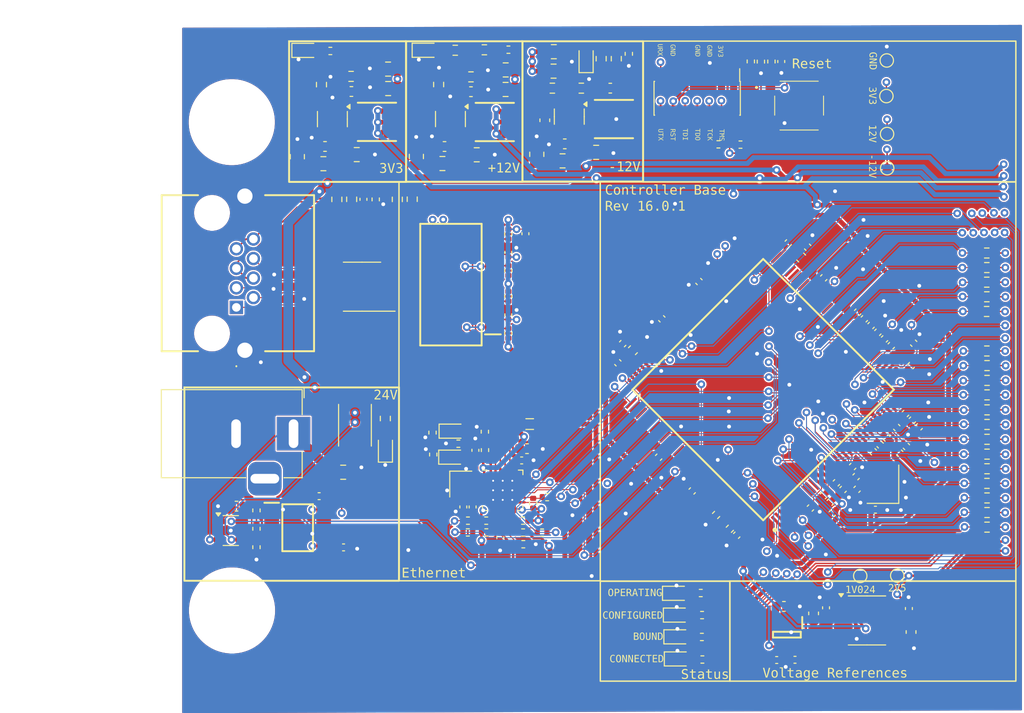
<source format=kicad_pcb>
(kicad_pcb (version 20240108) (generator "pcbnew") (generator_version "8.0")
  (layers (0 "F.Cu" signal) (1 "In1.Cu" signal) (2 "In2.Cu" signal) (31 "B.Cu" signal) (34 "B.Paste" user) (35 "F.Paste" user) (36 "B.SilkS" user "B.Silkscreen") (37 "F.SilkS" user "F.Silkscreen") (38 "B.Mask" user) (39 "F.Mask" user) (44 "Edge.Cuts" user))
  (net 0 "")
  (net 1 "GND")
  (net 2 "+3V3")
  (net 3 "+2V5")
  (net 4 "Net-(C16-Pad1)")
  (net 5 "Net-(D2-A)")
  (net 6 "Net-(T1-TX+)")
  (net 7 "Net-(T1-TX-)")
  (net 8 "Net-(T1-RX+)")
  (net 9 "Net-(T1-RX-)")
  (net 10 "Net-(D6-A)")
  (net 11 "/Micro/DEBUG_RESET")
  (net 12 "/Micro/RMII_MDC")
  (net 13 "/Micro/RMII_REF_CLK")
  (net 14 "/Micro/RMII_MDIO")
  (net 15 "/Micro/RMII_CRS_DV")
  (net 16 "/PWM2")
  (net 17 "/PWM0")
  (net 18 "/AIN19")
  (net 19 "/AIN17")
  (net 20 "/AIN15")
  (net 21 "/AIN11")
  (net 22 "/AIN9")
  (net 23 "/AIN7")
  (net 24 "/AIN5")
  (net 25 "/AIN3")
  (net 26 "/AIN1")
  (net 27 "/PWM3")
  (net 28 "/PWM1")
  (net 29 "/AIN18")
  (net 30 "/AIN16")
  (net 31 "/AIN12")
  (net 32 "/AIN10")
  (net 33 "/AIN8")
  (net 34 "/AIN6")
  (net 35 "/AIN4")
  (net 36 "/AIN2")
  (net 37 "+1V024")
  (net 38 "/Micro/RMII_RXD0")
  (net 39 "/Micro/RMII_RXD1")
  (net 40 "Net-(J3001-Pad4)")
  (net 41 "Net-(J3001-Pad7)")
  (net 42 "Net-(T1-NC_3)")
  (net 43 "Net-(T1-NC_6)")
  (net 50 "/Micro/AIN0_Filt")
  (net 51 "/Micro/AIN1_Filt")
  (net 52 "/Micro/AIN2_Filt")
  (net 53 "/Micro/AIN3_Filt")
  (net 54 "/Micro/AIN4_Filt")
  (net 55 "/Micro/AIN5_Filt")
  (net 56 "/Micro/AIN6_Filt")
  (net 57 "/Micro/AIN7_Filt")
  (net 58 "/Micro/AIN8_Filt")
  (net 59 "/Micro/AIN9_Filt")
  (net 60 "/Micro/AIN10_Filt")
  (net 61 "/Micro/AIN11_Filt")
  (net 62 "/Micro/AIN12_Filt")
  (net 63 "/Micro/AIN15_Filt")
  (net 64 "/Micro/AIN16_Filt")
  (net 65 "Net-(IC1-VCAP_1)")
  (net 66 "Net-(IC1-VCAP_2)")
  (net 67 "Net-(U5-XTAL1{slash}CLKIN)")
  (net 68 "Net-(U5-VDDCR)")
  (net 69 "/Micro/AIN17_Filt")
  (net 78 "/Micro/RMII_TX_EN")
  (net 79 "/Micro/RMII_TXD0")
  (net 80 "/Micro/RMII_TXD1")
  (net 81 "/Micro/DEBUG_TMS{slash}SWDIO")
  (net 82 "/Micro/DEBUG_TCK{slash}SWCLK")
  (net 83 "/Micro/DEBUG_TDI")
  (net 99 "/Micro/UART_TX")
  (net 125 "/Micro/UART_RX")
  (net 127 "/Micro/DEBUG_TDO{slash}SWO")
  (net 133 "Net-(IC1-BOOT0)")
  (net 137 "Net-(IC1-PDR_ON)")
  (net 138 "/Micro/Ethernet/RX-")
  (net 139 "/Micro/Ethernet/RX+")
  (net 140 "Net-(U5-RXD1{slash}MODE1)")
  (net 141 "Net-(U5-RXD0{slash}MODE0)")
  (net 142 "Net-(U5-CRS_DV{slash}MODE2)")
  (net 143 "Net-(U5-~{INT}{slash}REFCLKO)")
  (net 144 "Net-(U5-RBIAS)")
  (net 145 "Net-(U5-RXER{slash}PHYAD0)")
  (net 146 "Net-(D36-K)")
  (net 147 "/Micro/AIN18_Filt")
  (net 148 "Net-(D36-A)")
  (net 149 "/Micro/AIN19_Filt")
  (net 150 "Net-(D2-K)")
  (net 153 "/Micro/Ethernet/TX-")
  (net 154 "/Micro/Ethernet/TX+")
  (net 155 "Net-(D37-A)")
  (net 156 "Net-(T1-CT_1)")
  (net 157 "Net-(U5-XTAL2)")
  (net 158 "Net-(D38-A)")
  (net 159 "Net-(D39-A)")
  (net 160 "/Micro/LED0")
  (net 161 "/Micro/LED1")
  (net 162 "/Micro/LED2")
  (net 163 "/Micro/LED3")
  (net 164 "/Micro/HSECLK")
  (net 172 "unconnected-(J4-Pin_2-Pad2)")
  (net 174 "Net-(J4-Pin_11)")
  (net 175 "Net-(R54-Pad1)")
  (net 176 "+24V")
  (net 177 "+12V")
  (net 178 "Net-(U4001-+)")
  (net 179 "Net-(C7001-Pad2)")
  (net 180 "Net-(IC10001-CB)")
  (net 181 "Net-(IC10001-SW)")
  (net 182 "Net-(C4006-Pad2)")
  (net 183 "Net-(IC4001-SW)")
  (net 184 "Net-(IC10001-FB)")
  (net 185 "Net-(R8006-Pad2)")
  (net 186 "Net-(IC4001-CB)")
  (net 187 "/AIN14_DAC1")
  (net 188 "-12V")
  (net 190 "Net-(IC10002-SW)")
  (net 197 "Net-(J4-Pin_3)")
  (net 199 "/AIN0")
  (net 200 "/ENCODER0_0")
  (net 201 "/COUNTER0")
  (net 202 "/FREQ0")
  (net 203 "/FREQ1")
  (net 204 "/ENCODER0_1")
  (net 205 "/AIN13_DAC0")
  (net 206 "Net-(IC10002-CB)")
  (net 207 "Net-(C10001-Pad2)")
  (net 208 "Net-(D2001-A)")
  (net 209 "Net-(D2003-A)")
  (net 210 "Net-(D2004-A)")
  (net 211 "Net-(D2005-A)")
  (net 212 "Net-(IC8001-+IN)")
  (net 213 "Net-(IC4001-FB)")
  (net 214 "Net-(IC10002-FB)")
  (net 215 "Net-(R2005-Pad2)")
  (net 216 "Net-(R2006-Pad1)")
  (net 217 "Net-(R2008-Pad1)")
  (net 218 "Net-(R2009-Pad2)")
  (footprint "Resistor_SMD:R_0402_1005Metric" (layer "F.Cu") (at 85.413066 119.415861 -135)
    (property "Reference" "R4" (hide yes))
    (property "Value" "10k")
  )
  (footprint "Connector_PinHeader_1.27mm:PinHeader_2x07_P1.27mm_Vertical_SMD" (layer "F.Cu") (at 83.44 75.89 -90)
    (property "Reference" "J4" (hide yes))
    (property "Value" "Conn_02x07_Odd_Even")
  )
  (footprint "Capacitor_SMD:C_0402_1005Metric" (layer "F.Cu") (at 79.74869 98.925237 -45)
    (property "Reference" "C38" (hide yes))
    (property "Value" "0.1uF")
  )
  (footprint "Capacitor_SMD:C_0402_1005Metric" (layer "F.Cu") (at 91.74 134.565296 180)
    (property "Reference" "C6002" (hide yes))
    (property "Value" "0.1uF")
  )
  (footprint "Resistor_SMD:R_0402_1005Metric" (layer "F.Cu") (at 61.421127 120.007499)
    (property "Reference" "R27" (hide yes))
    (property "Value" "10k")
  )
  (footprint "Resistor_SMD:R_0603_1608Metric" (layer "F.Cu") (at 71.3464 74.8342 180)
    (property "Reference" "R4002" (hide yes))
    (property "Value" "243k 0603")
  )
  (footprint "Resistor_SMD:R_0402_1005Metric" (layer "F.Cu") (at 65.261127 120.007499)
    (property "Reference" "R56" (hide yes))
    (property "Value" "1.5k")
  )
  (footprint "Resistor_SMD:R_0402_1005Metric" (layer "F.Cu") (at 86.84869 120.855237 45)
    (property "Reference" "R6" (hide yes))
    (property "Value" "10k")
  )
  (footprint "Resistor_SMD:R_0402_1005Metric" (layer "F.Cu") (at 76.3068 71.245 -90)
    (property "Reference" "R2008" (hide yes))
    (property "Value" "10k")
  )
  (footprint "Capacitor_SMD:C_0402_1005Metric" (layer "F.Cu") (at 95.259716 118.69091 -135)
    (property "Reference" "C44" (hide yes))
    (property "Value" "1uF 0402")
  )
  (footprint "LED_SMD:LED_0603_1608Metric" (layer "F.Cu") (at 81.304127 127.596499)
    (property "Reference" "D38" (hide yes))
    (property "Value" "Purple LED")
  )
  (footprint "Resistor_SMD:R_0402_1005Metric" (layer "F.Cu") (at 63.7268 100.4426 -90)
    (property "Reference" "R16" (hide yes))
    (property "Value" "49.9")
  )
  (footprint "Resistor_SMD:R_0603_1608Metric" (layer "F.Cu") (at 113.666527 92.052899 180)
    (property "Reference" "R52" (hide yes))
    (property "Value" "10R 0603")
  )
  (footprint "Capacitor_SMD:C_0402_1005Metric" (layer "F.Cu") (at 92.215 72.05 90)
    (property "Reference" "C19" (hide yes))
    (property "Value" "0.1uF")
  )
  (footprint "LED_SMD:LED_0603_1608Metric" (layer "F.Cu") (at 57.9455 113.374)
    (property "Reference" "D2" (hide yes))
    (property "Value" "Purple LED")
  )
  (footprint "Capacitor_SMD:C_0402_1005Metric" (layer "F.Cu") (at 96.89 129.110296 -90)
    (property "Reference" "C5001" (hide yes))
    (property "Value" "0.1uF")
  )
  (footprint "Resistor_SMD:R_0603_1608Metric" (layer "F.Cu") (at 58.1868 70.875)
    (property "Reference" "R2005" (hide yes))
    (property "Value" "22.1k 0603")
  )
  (footprint "LED_SMD:LED_0603_1608Metric" (layer "F.Cu") (at 71.8468 71.725 90)
    (property "Reference" "D2005" (hide yes))
    (property "Value" "Purple LED")
  )
  (footprint "Capacitor_SMD:C_0402_1005Metric" (layer "F.Cu") (at 98.669716 116.75091 -135)
    (property "Reference" "C48" (hide yes))
    (property "Value" "1uF 0402")
  )
  (footprint "Resistor_SMD:R_0603_1608Metric" (layer "F.Cu") (at 47.3148 73.602896 180)
    (property "Reference" "R7001" (hide yes))
    (property "Value" "51k 0603")
  )
  (footprint "Capacitor_SMD:C_0805_2012Metric" (layer "F.Cu") (at 51.1848 74.872896 180)
    (property "Reference" "C7004" (hide yes))
    (property "Value" "10uF 50V 0805")
  )
  (footprint "Capacitor_SMD:C_0402_1005Metric" (layer "F.Cu") (at 104.27369 110.280237 135)
    (property "Reference" "C43" (hide yes))
    (property "Value" "10nF")
  )
  (footprint "Capacitor_SMD:C_0805_2012Metric" (layer "F.Cu") (at 47.9048 81.772896)
    (property "Reference" "C7002" (hide yes))
    (property "Value" "10uF 50V 0805")
  )
  (footprint "Capacitor_SMD:C_0603_1608Metric" (layer "F.Cu") (at 47.3498 75.182896 180)
    (property "Reference" "C7003" (hide yes))
    (property "Value" "0.1uF 50V 0603")
  )
  (footprint "Resistor_SMD:R_0402_1005Metric" (layer "F.Cu") (at 59.511127 120.007499 180)
    (property "Reference" "R23" (hide yes))
    (property "Value" "33R")
  )
  (footprint "Capacitor_SMD:C_0402_1005Metric" (layer "F.Cu") (at 62.891127 121.787499 90)
    (property "Reference" "C26" (hide yes))
    (property "Value" "0.1uF")
  )
  (footprint "Resistor_SMD:R_0603_1608Metric" (layer "F.Cu") (at 113.651527 98.157899 180)
    (property "Reference" "R44" (hide yes))
    (property "Value" "10R 0603")
  )
  (footprint "Resistor_SMD:R_0603_1608Metric" (layer "F.Cu") (at 113.694927 103.810099 180)
    (property "Reference" "R40" (hide yes))
    (property "Value" "10R 0603")
  )
  (footprint "Resistor_SMD:R_0402_1005Metric" (layer "F.Cu") (at 63.7268 93.8894 -90)
    (property "Reference" "R14" (hide yes))
    (property "Value" "49.9")
  )
  (footprint "Capacitor_SMD:C_0603_1608Metric" (layer "F.Cu") (at 95.5912 129.693696 -90)
    (property "Reference" "C5002" (hide yes))
    (property "Value" "10uF")
  )
  (footprint "Capacitor_SMD:C_0603_1608Metric" (layer "F.Cu") (at 69.6192 80.6508 180)
    (property "Reference" "C4002" (hide yes))
    (property "Value" "0.1uF 50V 0603")
  )
  (footprint "Resistor_SMD:R_0603_1608Metric" (layer "F.Cu") (at 113.694927 120.685099 180)
    (property "Reference" "R8" (hide yes))
    (property "Value" "10R 0603")
  )
  (footprint "Resistor_SMD:R_0603_1608Metric" (layer "F.Cu") (at 47.376 86.443 90)
    (property "Reference" "R20" (hide yes))
    (property "Value" "75")
  )
  (footprint "Capacitor_SMD:C_0402_1005Metric" (layer "F.Cu") (at 96.649127 94.640499 -135)
    (property "Reference" "C12" (hide yes))
    (property "Value" "0.1uF")
  )
  (footprint "Resistor_SMD:R_0805_2012Metric" (layer "F.Cu") (at 66.6982 81.743 90)
    (property "Reference" "R4001" (hide yes))
    (property "Value" "1R 0805")
  )
  (footprint "Capacitor_SMD:C_0402_1005Metric" (layer "F.Cu") (at 106.038538 101.47091 -45)
    (property "Reference" "C30" (hide yes))
    (property "Value" "0.1uF")
  )
  (footprint "Resistor_SMD:R_0402_1005Metric" (layer "F.Cu") (at 83.949127 129.871499)
    (property "Reference" "R50" (hide yes))
    (property "Value" "10k")
  )
  (footprint "Package_SO:SOIC-8_3.9x4.9mm_P1.27mm" (layer "F.Cu") (at 48.458 95.57 180)
    (property "Reference" "D5" (hide yes))
    (property "Value" "CDNBS08-SLVU2.8-4")
  )
  (footprint "Resistor_SMD:R_0402_1005Metric" (layer "F.Cu") (at 61.279127 110.716499 -90)
    (property "Reference" "R57" (hide yes))
    (property "Value" "100R")
  )
  (footprint "aaa:SOT95P280X145-6N" (layer "F.Cu") (at 92.805 131.915296 -90)
    (property "Reference" "IC5004" (hide yes))
    (property "Value" "REF35102QDBVR" (hide yes))
  )
  (footprint "Resistor_SMD:R_0402_1005Metric" (layer "F.Cu") (at 49.886 86.453 -90)
    (property "Reference" "R21" (hide yes))
    (property "Value" "1M")
  )
  (footprint "Connector_BarrelJack:BarrelJack_Horizontal" (layer "F.Cu") (at 41.31 110.9225)
    (property "Reference" "J8001" (hide yes))
    (property "Value" "Barrel_Jack PJ-202BH")
  )
  (footprint "LED_SMD:LED_0603_1608Metric" (layer "F.Cu") (at 55.1768 70.875)
    (property "Reference" "D2003" (hide yes))
    (property "Value" "Purple LED")
  )
  (footprint "Package_TO_SOT_SMD:SOT-23-6" (layer "F.Cu") (at 34.758273 121.040296)
    (property "Reference" "U4001" (hide yes))
    (property "Value" "INA181A2")
  )
  (footprint "LED_SMD:LED_0603_1608Metric" (layer "F.Cu") (at 50.9 112.41 90)
    (property "Reference" "D2004" (hide yes))
    (property "Value" "Purple LED")
  )
  (footprint "Resistor_SMD:R_0805_2012Metric" (layer "F.Cu") (at 54.131397 81.968927 90)
    (property "Reference" "R10002" (hide yes))
    (property "Value" "1R 0805")
  )
  (footprint "Capacitor_SMD:C_0402_1005Metric" (layer "F.Cu") (at 63.7268 91.9844 -90)
    (property "Reference" "C15" (hide yes))
    (property "Value" "0.1uF")
  )
  (footprint "Capacitor_SMD:C_0805_2012Metric" (layer "F.Cu") (at 72.8958 81.5398)
    (property "Reference" "C4007" (hide yes))
    (property "Value" "10uF 50V 0805")
  )
  (footprint "Capacitor_SMD:C_0402_1005Metric" (layer "F.Cu") (at 46.53 122.800296 180)
    (property "Reference" "C5005" (hide yes))
    (property "Value" "0.1uF")
  )
  (footprint "aaa:TS1187ABAB" (layer "F.Cu") (at 94.08 76.655)
    (property "Reference" "S1" (hide yes))
    (property "Value" "TS-1187A-B-A-B" (hide yes))
  )
  (footprint "Capacitor_SMD:C_0805_2012Metric" (layer "F.Cu") (at 46.49 114.950296)
    (property "Reference" "C4003" (hide yes))
    (property "Value" "10uF 50V 0805")
  )
  (footprint "Resistor_SMD:R_0603_1608Metric" (layer "F.Cu") (at 113.694927 119.160099 180)
    (property "Reference" "R9" (hide yes))
    (property "Value" "10R 0603")
  )
  (footprint "Resistor_SMD:R_0603_1608Metric" (layer "F.Cu") (at 53.696 86.433 -90)
    (property "Reference" "R18" (hide yes))
    (property "Value" "75")
  )
  (footprint "TestPoint:TestPoint_Pad_D1.0mm" (layer "F.Cu") (at 100.4594 125.780296 180)
    (property "Reference" "TP10005" (hide yes))
    (property "Value" "TestPoint_+1V024")
  )
  (footprint "Resistor_SMD:R_0402_1005Metric" (layer "F.Cu") (at 63.7268 96.5818 90)
    (property "Reference" "R15" (hide yes))
    (property "Value" "49.9")
  )
  (footprint "Capacitor_SMD:C_0805_2012Metric" (layer "F.Cu") (at 63.4532 72.9282 180)
    (property "Reference" "C9004" (hide yes))
    (property "Value" "10uF 50V 0805")
  )
  (footprint "Capacitor_SMD:C_0402_1005Metric" (layer "F.Cu") (at 79.41869 113.380237 45)
    (property "Reference" "C36" (hide yes))
    (property "Value" "0.1uF")
  )
  (footprint "Resistor_SMD:R_0603_1608Metric" (layer "F.Cu") (at 56.4532 74.4532 90)
    (property "Reference" "R9002" (hide yes))
    (property "Value" "22.1k 0603")
  )
  (footprint "Capacitor_SMD:C_0603_1608Metric" (layer "F.Cu") (at 76.73369 102.205237 45)
    (property "Reference" "C10" (hide yes))
    (property "Value" "10uF")
  )
  (footprint "Resistor_SMD:R_0603_1608Metric" (layer "F.Cu") (at 59.8282 73.6532 180)
    (property "Reference" "R9001" (hide yes))
    (property "Value" "243k 0603")
  )
  (footprint "Capacitor_SMD:C_0603_1608Metric" (layer "F.Cu") (at 65.676127 112.487499 180)
    (property "Reference" "C23" (hide yes))
    (property "Value" "10uF")
  )
  (footprint "Capacitor_SMD:C_0603_1608Metric" (layer "F.Cu") (at 35.355773 118.490296 180)
    (property "Reference" "C4001" (hide yes))
    (property "Value" "0.1uF 0603")
  )
  (footprint "Capacitor_SMD:C_0603_1608Metric" (layer "F.Cu") (at 67.5364 78.187 -90)
    (property "Reference" "C4011" (hide yes))
    (property "Value" "0.1uF 50V 0603")
  )
  (footprint "Resistor_SMD:R_0603_1608Metric" (layer "F.Cu") (at 74.9968 71.755 -90)
    (property "Reference" "R2009" (hide yes))
    (property "Value" "22.1k 0603")
  )
  (footprint "LED_SMD:LED_0603_1608Metric" (layer "F.Cu") (at 42.62 70.890296)
    (property "Reference" "D2001" (hide yes))
    (property "Value" "Purple LED")
  )
  (footprint "Resistor_SMD:R_0603_1608Metric" (layer "F.Cu") (at 44.2248 74.462896 90)
    (property "Reference" "R10001" (hide yes))
    (property "Value" "22.1k 0603")
  )
  (footprint "Capacitor_SMD:C_0402_1005Metric" (layer "F.Cu") (at 60.001127 118.577499 90)
    (property "Reference" "C25" (hide yes))
    (property "Value" "470pF 0402")
  )
  (footprint "Capacitor_SMD:C_0402_1005Metric" (layer "F.Cu") (at 103.698538 101.722088 45)
    (property "Reference" "C59" (hide yes))
    (property "Value" "1uF 0402")
  )
  (footprint "Resistor_SMD:R_0402_1005Metric" (layer "F.Cu") (at 67.251127 121.257499 180)
    (property "Reference" "R47" (hide yes))
    (property "Value" "33R")
  )
  (footprint "Resistor_SMD:R_0402_1005Metric" (layer "F.Cu") (at 63.7368 70.815)
    (property "Reference" "R2007" (hide yes))
    (property "Value" "10k")
  )
  (footprint "Capacitor_SMD:C_0402_1005Metric" (layer "F.Cu") (at 105.779127 103.811499 45)
    (property "Reference" "C56" (hide yes))
    (property "Value" "1uF 0402")
  )
  (footprint "Capacitor_SMD:C_0805_2012Metric" (layer "F.Cu") (at 51.1773 72.842896 180)
    (property "Reference" "C10006" (hide yes))
    (property "Value" "2.2uF 50V 0805")
  )
  (footprint "Capacitor_SMD:C_0402_1005Metric" (layer "F.Cu") (at 101.588538 99.622088 45)
    (property "Reference" "C62" (hide yes))
    (property "Value" "1uF 0402")
  )
  (footprint "Resistor_SMD:R_0603_1608Metric" (layer "F.Cu") (at 61.2268 70.825 180)
    (property "Reference" "R2006" (hide yes))
    (property "Value" "22.1k 0603")
  )
  (footprint "Resistor_SMD:R_0402_1005Metric" (layer "F.Cu") (at 61.291127 112.637499 -90)
    (property "Reference" "R54" (hide yes))
    (property "Value" "12k")
  )
  (footprint "Capacitor_SMD:C_0603_1608Metric" (layer "F.Cu") (at 57.0682 80.9282 180)
    (property "Reference" "C9001" (hide yes))
    (property "Value" "0.1uF 50V 0603")
  )
  (footprint "Capacitor_SMD:C_0402_1005Metric" (layer "F.Cu") (at 97.538538 119.262088 45)
    (property "Reference" "C33" (hide yes))
    (property "Value" "0.1uF")
  )
  (footprint "Capacitor_SMD:C_0402_1005Metric" (layer "F.Cu") (at 97.328538 118.082088 -135)
    (property "Reference" "C46" (hide yes))
    (property "Value" "1uF 0402")
  )
  (footprint "Capacitor_SMD:C_0603_1608Metric" (layer "F.Cu") (at 59.8282 75.2032 180)
    (property "Reference" "C9002" (hide yes))
    (property "Value" "0.1uF 50V 0603")
  )
  (footprint "Capacitor_SMD:C_0402_1005Metric" (layer "F.Cu") (at 99.668538 114.352088 45)
    (property "Reference" "C50" (hide yes))
    (property "Value" "1uF 0402")
  )
  (footprint "MountingHole:MountingHole_5mm" (layer "F.Cu") (at 34.889127 129.386899 180)
    (property "Reference" "H1002" (hide yes))
    (property "Value" "MountingHole_for_10-32")
  )
  (footprint "Capacitor_SMD:C_0402_1005Metric" (layer "F.Cu") (at 100.188538 98.232088 -135)
    (property "Reference" "C29" (hide yes))
    (property "Value" "0.1uF")
  )
  (footprint "Resistor_SMD:R_0603_1608Metric" (layer "F.Cu") (at 113.694927 108.435099 180)
    (property "Reference" "R37" (hide yes))
    (property "Value" "10R 0603")
  )
  (footprint "Capacitor_SMD:C_0402_1005Metric" (layer "F.Cu") (at 106.609127 110.201499 -135)
    (property "Reference" "C31" (hide yes))
    (property "Value" "0.1uF")
  )
  (footprint "Resistor_SMD:R_0402_1005Metric" (layer "F.Cu") (at 83.981627 134.511499)
    (property "Reference" "R55" (hide yes))
    (property "Value" "10k")
  )
  (footprint "Resistor_SMD:R_0402_1005Metric" (layer "F.Cu") (at 83.814127 127.566499)
    (property "Reference" "R53" (hide yes))
    (property "Value" "10k")
  )
  (footprint "Resistor_SMD:R_0603_1608Metric" (layer "F.Cu") (at 113.671527 96.622899 180)
    (property "Reference" "R45" (hide yes))
    (property "Value" "10R 0603")
  )
  (footprint "Package_TO_SOT_SMD:SOT-23-6" (layer "F.Cu") (at 70.0905 77.806 -90)
    (property "Reference" "IC4001" (hide yes))
    (property "Value" "TPS560430XDBVR")
  )
  (footprint "aaa:INDPM4040X300N" (layer "F.Cu") (at 74.75 78.06)
    (property "Reference" "L4001" (hide yes))
    (property "Value" "33uH  FNR4020S330MT" (hide yes))
  )
  (footprint "aaa:INDPM4040X300N" (layer "F.Cu") (at 62.3132 78.3682 180)
    (property "Reference" "L9001" (hide yes))
    (property "Value" "33uH  FNR4020S330MT" (hide yes))
  )
  (footprint "Resistor_SMD:R_0402_1005Metric" (layer "F.Cu") (at 83.929127 132.156499)
    (property "Reference" "R5" (hide yes))
    (property "Value" "10k")
  )
  (footprint "Resistor_SMD:R_0402_1005Metric" (layer "F.Cu") (at 66.321127 118.187499 90)
    (property "Reference" "R29" (hide yes))
    (property "Value" "10k")
  )
  (footprint "Capacitor_SMD:C_0402_1005Metric" (layer "F.Cu") (at 102.538538 112.09091 -45)
    (property "Reference" "C53" (hide yes))
    (property "Value" "1uF 0402")
  )
  (footprint "Resistor_SMD:R_0603_1608Metric" (layer "F.Cu") (at 113.674927 102.285099 180)
    (property "Reference" "R41" (hide yes))
    (property "Value" "10R 0603")
  )
  (footprint "Resistor_SMD:R_0603_1608Metric" (layer "F.Cu") (at 113.684927 116.115099 180)
    (property "Reference" "R11" (hide yes))
    (property "Value" "10R 0603")
  )
  (footprint "Resistor_SMD:R_0402_1005Metric" (layer "F.Cu") (at 55.815 110.81 90)
    (property "Reference" "R34" (hide yes))
    (property "Value" "1.5k")
  )
  (footprint "Resistor_SMD:R_0402_1005Metric" (layer "F.Cu") (at 91.19 72.05 90)
    (property "Reference" "R2" (hide yes))
    (property "Value" "10k")
  )
  (footprint "Capacitor_SMD:C_0402_1005Metric" (layer "F.Cu") (at 65.5115 90.038504 90)
    (property "Reference" "C13" (hide yes))
    (property "Value" "0.1uF")
  )
  (footprint "aaa:SOIC127P600X175-8N" (layer "F.Cu") (at 41.738 120.745296)
    (property "Reference" "IC8001" (hide yes))
    (property "Value" "INA826AIDR" (hide yes))
  )
  (footprint "Resistor_SMD:R_0603_1608Metric" (layer "F.Cu") (at 45.83 86.45 -90)
    (property "Reference" "R19" (hide yes))
    (property "Value" "75")
  )
  (footprint "Resistor_SMD:R_0603_1608Metric" (layer "F.Cu") (at 73.4168 71.755 -90)
    (property "Reference" "R2010" (hide yes))
    (property "Value" "22.1k 0603")
  )
  (footprint "LED_SMD:LED_0603_1608Metric" (layer "F.Cu") (at 57.9875 110.66)
    (property "Reference" "D36" (hide yes))
    (property "Value" "Purple LED")
  )
  (footprint "aaa:INDPM4040X300N" (layer "F.Cu") (at 50.0148 78.352896 180)
    (property "Reference" "L7001" (hide yes))
    (property "Value" "12uH FNR4030S120MT" (hide yes))
  )
  (footprint "Resistor_SMD:R_0402_1005Metric" (layer "F.Cu") (at 37.438 122.780296 90)
    (property "Reference" "R8005" (hide yes))
    (property "Value" "1.5k")
  )
  (footprint "Package_TO_SOT_SMD:SOT-23-6" (layer "F.Cu") (at 45.3648 78.065396 -90)
    (property "Reference" "IC10001" (hide yes))
    (property "Value" "TPS560430XDBVR")
  )
  (footprint "Capacitor_SMD:C_0402_1005Metric" (layer "F.Cu") (at 83.62369 95.030237 -45)
    (property "Reference" "C39" (hide yes))
    (property "Value" "0.1uF")
  )
  (footprint "aaa:SOIC127P940X622-16N" (layer "F.Cu") (at 57.738 95.355 180)
    (property "Reference" "T1" (hide yes))
    (property "Value" "H1102NLT" (hide yes))
  )
  (footprint "Capacitor_SMD:C_0402_1005Metric" (layer "F.Cu") (at 105.279127 112.261499 135)
    (property "Reference" "C28" (hide yes))
    (property "Value" "0.1uF")
  )
  (footprint "Capacitor_SMD:C_0402_1005Metric" (layer "F.Cu") (at 43.98 117.45)
    (property "Reference" "C4004" (hide yes))
    (property "Value" "0.1uF")
  )
  (footprint "Capacitor_SMD:C_0805_2012Metric" (layer "F.Cu") (at 56.849197 82.705527 180)
    (property "Reference" "C10001" (hide yes))
    (property "Value" "10uF 50V 0805")
  )
  (footprint "Resistor_SMD:R_0402_1005Metric" (layer "F.Cu") (at 65.271127 121.247499 180)
    (property "Reference" "R28" (hide yes))
    (property "Value" "10k")
  )
  (footprint "Capacitor_SMD:C_0402_1005Metric" (layer "F.Cu") (at 97.969716 116.05091 45)
    (property "Reference" "C47" (hide yes))
    (property "Value" "1uF 0402")
  )
  (footprint "aaa:RCHRC01133" (layer "F.Cu") (at 35.34 97.73 90)
    (property "Reference" "J3001" (hide yes))
    (property "Value" "RCH_RC01133" (hide yes))
  )
  (footprint "Capacitor_SMD:C_0402_1005Metric" (layer "F.Cu") (at 82.91869 116.905237 45)
    (property "Reference" "C35" (hide yes))
    (property "Value" "0.1uF")
  )
  (footprint "Resistor_SMD:R_0603_1608Metric" (layer "F.Cu") (at 52.14 86.45 90)
    (property "Reference" "R17" (hide yes))
    (property "Value" "75")
  )
  (footprint "Capacitor_SMD:C_0402_1005Metric" (layer "F.Cu") (at 60.29 112.66 -90)
    (property "Reference" "C24" (hide yes))
    (property "Value" "0.1uF")
  )
  (footprint "Crystal:Crystal_SMD_2016-4Pin_2.0x1.6mm" (layer "F.Cu") (at 58.7636 116.1874 -90)
    (property "Reference" "Y2" (hide yes))
    (property "Value" "NX2016SA-25.000M-STD-CZS-1")
  )
  (footprint "Capacitor_SMD:C_0603_1608Metric" (layer "F.Cu") (at 105.765 131.640296 90)
    (property "Reference" "C5004" (hide yes))
    (property "Value" "10uF")
  )
  (footprint "Resistor_SMD:R_0603_1608Metric" (layer "F.Cu") (at 113.671527 93.572899 180)
    (property "Reference" "R51" (hide yes))
    (property "Value" "10R 0603")
  )
  (footprint "LED_SMD:LED_0603_1608Metric" (layer "F.Cu") (at 81.496627 134.451499)
    (property "Reference" "D39" (hide yes))
    (property "Value" "Purple LED")
  )
  (footprint "Capacitor_SMD:C_0805_2012Metric" (layer "F.Cu") (at 63.4432 74.9682 180)
    (property "Reference" "C9003" (hide yes))
    (property "Value" "2.2uF 50V 0805")
  )
  (footprint "Capacitor_SMD:C_0402_1005Metric" (layer "F.Cu") (at 100.029716 115.41091 45)
    (property "Reference" "C49" (hide yes))
    (property "Value" "1uF 0402")
  )
  (footprint "Capacitor_SMD:C_0603_1608Metric" (layer "F.Cu") (at 44.5948 80.922896 180)
    (property "Reference" "C10005" (hide yes))
    (property "Value" "0.1uF 50V 0603")
  )
  (footprint "Resistor_SMD:R_2512_6332Metric" (layer "F.Cu") (at 47.72 110.04 -90)
    (property "Reference" "R8004" (hide yes))
    (property "Value" "MRF6432(2512)LR006FTS 0.006 1%")
  )
  (footprint "LED_SMD:LED_0603_1608Metric" (layer "F.Cu") (at 81.396627 129.871499)
    (property "Reference" "D37" (hide yes))
    (property "Value" "Purple LED")
  )
  (footprint "Capacitor_SMD:C_0402_1005Metric" (layer "F.Cu") (at 48.606 86.443 -90)
    (property "Reference" "C16" (hide yes))
    (property "Value" "4.7nF")
  )
  (footprint "Resistor_SMD:R_0805_2012Metric" (layer "F.Cu") (at 41.7048 81.990396 90)
    (property "Reference" "R10003" (hide yes))
    (property "Value" "1R 0805")
  )
  (footprint "Package_TO_SOT_SMD:SOT-23-6" (layer "F.Cu") (at 57.687397 78.057327 -90)
    (property "Reference" "IC10002" (hide yes))
    (property "Value" "TPS560430XDBVR")
  )
  (footprint "Capacitor_SMD:C_0402_1005Metric" (layer "F.Cu") (at 59.031127 118.577499 90)
    (property "Reference" "C27" (hide yes))
    (property "Value" "1uF 0402")
  )
  (footprint "Capacitor_SMD:C_0402_1005Metric" (layer "F.Cu") (at 105.898538 109.512088 -135)
    (property "Reference" "C42" (hide yes))
    (property "Value" "10nF")
  )
  (footprint "Capacitor_SMD:C_0402_1005Metric" (layer "F.Cu") (at 96.629127 117.391499 -135)
    (property "Reference" "C45" (hide yes))
    (property "Value" "1uF 0402")
  )
  (footprint "MountingHole:MountingHole_5mm" (layer "F.Cu") (at 34.863727 78.383699 180)
    (property "Reference" "H1001" (hide yes))
    (property "Value" "MountingHole_for_10-32")
  )
  (footprint "Resistor_SMD:R_0603_1608Metric" (layer "F.Cu") (at 113.694927 105.360099 180)
    (property "Reference" "R39" (hide yes))
    (property "Value" "10R 0603")
  )
  (footprint "Resistor_SMD:R_0402_1005Metric" (layer "F.Cu") (at 65.291127 122.467499 180)
    (property "Reference" "R30" (hide yes))
    (property "Value" "10k")
  )
  (footprint "Capacitor_SMD:C_0402_1005Metric" (layer "F.Cu") (at 102.998538 101.022088 45)
    (property "Reference" "C60" (hide yes))
    (property "Value" "1uF 0402")
  )
  (footprint "TestPoint:TestPoint_Pad_D1.0mm" (layer "F.Cu") (at 103.23 71.94 90)
    (property "Reference" "TP4001" (hide yes))
    (property "Value" "TestPoint_GND_1")
  )
  (footprint "Capacitor_SMD:C_0402_1005Metric" (layer "F.Cu") (at 65.121127 113.717499 180)
    (property "Reference" "C22" (hide yes))
    (property "Value" "0.1uF")
  )
  (footprint "Resistor_SMD:R_0603_1608Metric" (layer "F.Cu") (at 113.666527 95.097899 180)
    (property "Reference" "R46" (hide yes))
    (property "Value" "10R 0603")
  )
  (footprint "Capacitor_SMD:C_0402_1005Metric" (layer "F.Cu") (at 75.663101 101.515826 -135)
    (property "Reference" "C17" (hide yes))
    (property "Value" "0.1uF")
  )
  (footprint "Capacitor_SMD:C_0805_2012Metric" (layer "F.Cu") (at 68.4508 73.0562)
    (property "Reference" "C4010" (hide yes))
    (property "Value" "10uF 50V 0805")
  )
  (footprint "Resistor_SMD:R_0402_1005Metric" (layer "F.Cu") (at 63.7268 90.0794 90)
    (property "Reference" "R13" (hide yes))
    (property "Value" "49.9")
  )
  (footprint "Capacitor_SMD:C_0805_2012Metric" (layer "F.Cu") (at 69.3906 82.4288 180)
    (property "Reference" "C4006" (hide yes))
    (property "Value" "10uF 50V 0805")
  )
  (footprint "Capacitor_SMD:C_0402_1005Metric" (layer "F.Cu") (at 100.128538 116.732088 -135)
    (property "Reference" "C51" (hide yes))
    (property "Value" "1uF 0402")
  )
  (footprint "Resistor_SMD:R_0402_1005Metric" (layer "F.Cu") (at 37.438 120.855296 90)
    (property "Reference" "R8007" (hide yes))
    (property "Value" "10k")
  )
  (footprint "Crystal:Crystal_SMD_3225-4Pin_3.2x2.5mm" (layer "F.Cu") (at 102.829127 116.201499 90)
    (property "Reference" "Y1" (hide yes))
    (property "Value" "SiT1602BI-21-33S-48.000000")
  )
  (footprint "Capacitor_SMD:C_0402_1005Metric" (layer "F.Cu") (at 100.888538 98.922088 45)
    (property "Reference" "C63" (hide yes))
    (property "Value" "1uF 0402")
  )
  (footprint "Capacitor_SMD:C_0402_1005Metric" (layer "F.Cu") (at 103.239127 111.381499 -45)
    (property "Reference" "C54" (hide yes))
    (property "Value" "1uF 0402")
  )
  (footprint "Resistor_SMD:R_0603_1608Metric" (layer "F.Cu") (at 50.89 109.34 90)
    (property "Reference" "R2003" (hide yes))
    (property "Value" "243k 0603")
  )
  (footprint "TestPoint:TestPoint_Pad_D1.0mm" (layer "F.Cu") (at 103.259404 79.6224 180)
    (property "Reference" "TP10001" (hide yes))
    (property "Value" "TestPoint_+12V")
  )
  (footprint "Capacitor_SMD:C_0402_1005Metric" (layer "F.Cu") (at 102.297949 100.332677 45)
    (property "Reference" "C61" (hide yes))
    (property "Value" "1uF 0402")
  )
  (footprint "Package_SO:SOIC-8_3.9x4.9mm_P1.27mm" (layer "F.Cu") (at 101.165 130.430296)
    (property "Reference" "U6002" (hide yes))
    (property "Value" "ADR4525")
  )
  (footprint "Resistor_SMD:R_0402_1005Metric" (layer "F.Cu") (at 89.04 72.04 90)
    (property "Reference" "R2001" (hide yes))
    (property "Value" "100R 0402")
  )
  (footprint "Capacitor_SMD:C_0603_1608Metric" (layer "F.Cu") (at 94.296698 92.528245 135)
    (property "Reference" "C9" (hide yes))
    (property "Value" "10uF")
  )
  (footprint "aaa:QFP50P2200X2200X160-144N" (layer "F.Cu") (at 90.329127 106.321499 135)
    (property "Reference" "IC1" (hide yes))
    (property "Value" "STM32H743ZIT6" (hide yes))
  )
  (footprint "Resistor_SMD:R_0402_1005Metric" (layer "F.Cu") (at 90.09 72.06 90)
    (property "Reference" "R58" (hide yes))
    (property "Value" "100R 0402")
  )
  (footprint "Resistor_SMD:R_0402_1005Metric" (layer "F.Cu") (at 59.501127 121.237499 180)
    (property "Reference" "R26" (hide yes))
    (property "Value" "33R")
  )
  (footprint "Resistor_SMD:R_0603_1608Metric" (layer "F.Cu") (at 113.694927 117.635099 180)
    (property "Reference" "R10" (hide yes))
    (property "Value" "10R 0603")
  )
  (footprint "Resistor_SMD:R_0402_1005Metric" (layer "F.Cu") (at 85.655 80.701499)
    (property "Reference" "R1" (hide yes))
    (property "Value" "10k")
  )
  (footprint "TestPoint:TestPoint_Pad_D1.0mm" (layer "F.Cu") (at 103.271904 83.1974 -90)
    (property "Reference" "TP11001" (hide yes))
    (property "Value" "TestPoint_+12V")
  )
  (footprint "Resistor_SMD:R_0402_1005Metric" (layer "F.Cu") (at 55.89 113.1 90)
    (property "Reference" "R31" (hide yes))
    (property "Value" "10k")
  )
  (footprint "Capacitor_SMD:C_0402_1005Metric" (layer "F.Cu") (at 104.579127 112.961499 135)
    (property "Reference" "C32" (hide yes))
    (property "Value" "0.1uF")
  )
  (footprint "TestPoint:TestPoint_Pad_D1.0mm" (layer "F.Cu") (at 103.19 75.66 180)
    (property "Reference" "TP10004" (hide yes))
    (property "Value" "TestPoint_+3V3")
  )
  (footprint "Capacitor_SMD:C_0402_1005Metric" (layer "F.Cu") (at 93.65 134.540296 180)
    (property "Reference" "C6001" (hide yes))
    (property "Value" "0.1uF")
  )
  (footprint "Resistor_SMD:R_0402_1005Metric" (layer "F.Cu") (at 67.781127 117.547499)
    (property "Reference" "R48" (hide yes))
    (property "Value" "33R")
  )
  (footprint "Resistor_SMD:R_0402_1005Metric" (layer "F.Cu") (at 58.51 111.97 180)
    (property "Reference" "R33" (hide yes))
    (property "Value" "10k")
  )
  (footprint "Resistor_SMD:R_0402_1005Metric" (layer "F.Cu") (at 61.431127 121.237499)
    (property "Reference" "R49" (hide yes))
    (property "Value" "10k")
  )
  (footprint "Capacitor_SMD:C_0402_1005Metric" (layer "F.Cu") (at 105.54 129.185296 -90)
    (property "Reference" "C5003" (hide yes))
    (property "Value" "0.1uF")
  )
  (footprint "Package_DFN_QFN:VQFN-24-1EP_4x4mm_P0.5mm_EP2.5x2.5mm_ThermalVias" (layer "F.Cu") (at 63.141127 116.839999)
    (property "Reference" "U5" (hide yes))
    (property "Value" "LAN8742A")
  )
  (footprint "Capacitor_SMD:C_0603_1608Metric" (layer "F.Cu") (at 92.495 128.965296 180)
    (property "Reference" "C6003" (hide yes))
    (property "Value" "10uF")
  )
  (footprint "Resistor_SMD:R_0402_1005Metric" (layer "F.Cu") (at 45.15 70.950296)
    (property "Reference" "R2002" (hide yes))
    (property "Value" "10k")
  )
  (footprint "Capacitor_SMD:C_0402_1005Metric" (layer "F.Cu") (at 94.976109 91.447656 135)
    (property "Reference" "C18" (hide yes))
    (property "Value" "0.1uF")
  )
  (footprint "Capacitor_SMD:C_0805_2012Metric" (layer "F.Cu") (at 44.4248 82.722896 180)
    (property "Reference" "C7001" (hide yes))
    (property "Value" "10uF 50V 0805")
  )
  (footprint "Resistor_SMD:R_0603_1608Metric" (layer "F.Cu") (at 113.694927 114.585099 180)
    (property "Reference" "R22" (hide yes))
    (property "Value" "10R 0603")
  )
  (footprint "Capacitor_SMD:C_0402_1005Metric" (layer "F.Cu") (at 101.818538 112.81091 -45)
    (property "Reference" "C52" (hide yes))
    (property "Value" "1uF 0402")
  )
  (footprint "Capacitor_SMD:C_0402_1005Metric" (layer "F.Cu") (at 92.949127 90.995499 -135)
    (property "Reference" "C11" (hide yes))
    (property "Value" "0.1uF")
  )
  (footprint "Inductor_SMD:L_0805_2012Metric" (layer "F.Cu") (at 65.96 109.92 180)
    (property "Reference" "FB1" (hide yes))
    (property "Value" "GZ2012D601TF")
  )
  (footprint "Capacitor_SMD:C_0402_1005Metric" (layer "F.Cu") (at 63.7268 98.5122 -90)
    (property "Reference" "C14" (hide yes))
    (property "Value" "0.1uF")
  )
  (footprint "Resistor_SMD:R_0402_1005Metric" (layer "F.Cu") (at 87.959127 80.731499 180)
    (property "Reference" "R3" (hide yes))
    (property "Value" "10k")
  )
  (footprint "Resistor_SMD:R_0402_1005Metric" (layer "F.Cu") (at 37.438 118.935296 -90)
    (property "Reference" "R8006" (hide yes))
    (property "Value" "10k")
  )
  (footprint "Resistor_SMD:R_0603_1608Metric" (layer "F.Cu") (at 113.694927 106.870099 180)
    (property "Reference" "R38" (hide yes))
    (property "Value" "10R 0603")
  )
  (footprint "Resistor_SMD:R_0603_1608Metric" (layer "F.Cu") (at 113.694927 109.960099 180)
    (property "Reference" "R36" (hide yes))
    (property "Value" "10R 0603")
  )
  (footprint "Capacitor_SMD:C_0603_1608Metric" (layer "F.Cu") (at 74.369 74.8342)
    (property "Reference" "C4008" (hide yes))
    (property "Value" "0.1uF 50V 0603")
  )
  (footprint "Capacitor_SMD:C_0402_1005Metric" (layer "F.Cu") (at 102.043538 118.862088 180)
    (property "Reference" "C40" (hide yes))
    (property "Value" "0.1uF")
  )
  (footprint "Capacitor_SMD:C_0805_2012Metric" (layer "F.Cu") (at 60.430597 81.791127)
    (property "Reference" "C10002" (hide yes))
    (property "Value" "10uF 50V 0805")
  )
  (footprint "Capacitor_SMD:C_0805_2012Metric" (layer "F.Cu") (at 68.4762 71.0242)
    (property "Reference" "C4009" (hide yes))
    (property "Value" "2.2uF 50V 0805")
  )
  (footprint "Resistor_SMD:R_0603_1608Metric" (layer "F.Cu") (at 113.694927 111.510099 180)
    (property "Reference" "R35" (hide yes))
    (property "Value" "10R 0603")
  )
  (footprint "Resistor_SMD:R_0603_1608Metric" (layer "F.Cu") (at 68.3238 74.8342 180)
    (property "Reference" "R4003" (hide yes))
    (property "Value" "22.1k 0603")
  )
  (footprint "TestPoint:TestPoint_Pad_D1.0mm" (layer "F.Cu") (at 104.32 125.75 180)
    (property "Reference" "TP10003" (hide yes))
    (property "Value" "TestPoint_+2V5")
  )
  (footprint "Capacitor_SMD:C_0402_1005Metric" (layer "F.Cu") (at 87.56869 121.530237 45)
    (property "Reference" "C34" (hide yes))
    (property "Value" "0.1uF")
  )
  (footprint "Capacitor_SMD:C_0402_1005Metric" (layer "F.Cu") (at 105.188538 108.812088 45)
    (property "Reference" "C55" (hide yes))
    (property "Value" "1uF 0402")
  )
  (footprint "Resistor_SMD:R_0603_1608Metric" (layer "F.Cu") (at 113.694927 113.060099 180)
    (property "Reference" "R32" (hide yes))
    (property "Value" "10R 0603")
  )
  (footprint "Capacitor_SMD:C_0402_1005Metric" (layer "F.Cu") (at 75.159279 103.515826 -45)
    (property "Reference" "C37" (hide yes))
    (property "Value" "0.1uF")
  )
  (footprint "LED_SMD:LED_0603_1608Metric" (layer "F.Cu") (at 81.449127 132.141499)
    (property "Reference" "D6" (hide yes))
    (property "Value" "Purple LED")
  )
  (gr_rect (start 40.845 69.935) (end 53.0568 84.624896) (stroke (width 0.2)) (fill none) (layer "F.SilkS"))
  (gr_rect (start 73.326527 84.622499) (end 116.704127 126.322124) (stroke (width 0.15)) (fill none) (layer "F.SilkS"))
  (gr_rect (start 52.315127 84.622499) (end 73.326527 126.287499) (stroke (width 0.15)) (fill none) (layer "F.SilkS"))
  (gr_rect (start 77.79 69.92) (end 116.704127 84.622499) (stroke (width 0.15)) (fill none) (layer "F.SilkS"))
  (gr_rect (start 86.854527 126.322124) (end 116.704127 136.771499) (stroke (width 0.15)) (fill none) (layer "F.SilkS"))
  (gr_rect (start 53.0568 69.935) (end 65.1968 84.605) (stroke (width 0.2)) (fill none) (layer "F.SilkS"))
  (gr_rect (start 29.9172 106.091296) (end 52.315127 126.287499) (stroke (width 0.2)) (fill none) (layer "F.SilkS"))
  (gr_rect (start 65.2028 69.935) (end 77.7968 84.5862) (stroke (width 0.2)) (fill none) (layer "F.SilkS"))
  (gr_rect (start 73.329127 126.331499) (end 86.854527 136.771499) (stroke (width 0.15)) (fill none) (layer "F.SilkS"))
  (gr_text "RST" (at 80.87 79.7022 -90) (layer "F.SilkS") (effects (font (size 0.5 0.5) (thickness 0.125))))
  (gr_text "UTX" (at 79.6 79.6922 -90) (layer "F.SilkS") (effects (font (size 0.5 0.5) (thickness 0.125))))
  (gr_text "GND" (at 83.45 70.925 270) (layer "F.SilkS") (effects (font (size 0.5 0.5) (thickness 0.125))))
  (gr_text "GND" (at 84.7 70.95 270) (layer "F.SilkS") (effects (font (size 0.5 0.5) (thickness 0.125))))
  (gr_text "TDI" (at 82.16 79.6822 -90) (layer "F.SilkS") (effects (font (size 0.5 0.5) (thickness 0.125))))
  (gr_text "OPERATING" (at 74.106727 128.015299 0) (layer "F.SilkS") (effects (font (size 0.75 0.75)) (justify left bottom)))
  (gr_text "Voltage References" (at 97.84 135.980296 0) (layer "F.SilkS") (effects (font (size 1 1))))
  (gr_text "TMS" (at 85.98 79.74 -90) (layer "F.SilkS") (effects (font (size 0.5 0.5) (thickness 0.125))))
  (gr_text "BOUND" (at 76.748327 132.587299 0) (layer "F.SilkS") (effects (font (size 0.75 0.75)) (justify left bottom)))
  (gr_text "3V3" (at 50.2473 83.85 0) (layer "F.SilkS") (effects (font (size 1 1)) (justify left bottom)))
  (gr_text "3V3" (at 101.2632 74.6772 -90) (layer "F.SilkS") (effects (font (size 0.75 0.75)) (justify left bottom)))
  (gr_text "1V024" (at 98.89 127.700296 0) (layer "F.SilkS") (effects (font (size 0.75 0.75)) (justify left bottom)))
  (gr_text "Reset" (at 95.44 72.34 0) (layer "F.SilkS") (effects (font (size 1 1))))
  (gr_text "GND" (at 80.87 70.88 -90) (layer "F.SilkS") (effects (font (size 0.5 0.5) (thickness 0.125))))
  (gr_text "Ethernet" (at 55.945727 125.526099 0) (layer "F.SilkS") (effects (font (size 1 1))))
  (gr_text "TDO" (at 83.45 79.6822 -90) (layer "F.SilkS") (effects (font (size 0.5 0.5) (thickness 0.125))))
  (gr_text "Status" (at 84.266727 136.117899 0) (layer "F.SilkS") (effects (font (size 1 1))))
  (gr_text "2V5" (at 103.37 127.53 0) (layer "F.SilkS") (effects (font (size 0.75 0.75)) (justify left bottom)))
  (gr_text "TCK" (at 84.74 79.6922 -90) (layer "F.SilkS") (effects (font (size 0.5 0.5) (thickness 0.125))))
  (gr_text "12V" (at 101.251904 78.6374 -90) (layer "F.SilkS") (effects (font (size 0.75 0.75)) (justify left bottom)))
  (gr_text "URX" (at 79.54 70.83 -90) (layer "F.SilkS") (effects (font (size 0.5 0.5) (thickness 0.125))))
  (gr_text "CONNECTED" (at 74.284527 134.924099 0) (layer "F.SilkS") (effects (font (size 0.75 0.75)) (justify left bottom)))
  (gr_text "+12V" (at 61.59 83.81 0) (layer "F.SilkS") (effects (font (size 1 1)) (justify left bottom)))
  (gr_text "-12V" (at 101.254104 81.7148 -90) (layer "F.SilkS") (effects (font (size 0.75 0.75)) (justify left bottom)))
  (gr_text "3V3" (at 85.85 70.98 -90) (layer "F.SilkS") (effects (font (size 0.5 0.5) (thickness 0.125))))
  (gr_text "CONFIGURED" (at 73.547927 130.377499 0) (layer "F.SilkS") (effects (font (size 0.75 0.75)) (justify left bottom)))
  (gr_text "24V" (at 49.66 107.52 0) (layer "F.SilkS") (effects (font (size 1 1)) (justify left bottom)))
  (gr_text "-12V" (at 74.1641 83.68135 0) (layer "F.SilkS") (effects (font (size 1 1)) (justify left bottom)))
  (gr_text "Controller Base\nRev 16.0.1" (at 73.81 86.375296 0) (layer "F.SilkS") (effects (font (size 1 1)) (justify left)))
  (gr_text "GND" (at 101.3038 71.0434 -90) (layer "F.SilkS") (effects (font (size 0.75 0.75)) (justify left bottom)))
  (segment (start 97.035923 114.798295) (end 96.349127 114.111499) (width 0.1) (layer "F.Cu") (net 1))
  (segment (start 96.667655 100.400027) (end 96.039127 99.771499) (width 0.1) (layer "F.Cu") (net 1))
  (segment (start 62.871127 123.117499) (end 62.871127 123.137499) (width 0.25) (layer "F.Cu") (net 1))
  (segment (start 62.891127 123.117499) (end 62.871127 123.117499) (width 0.25) (layer "F.Cu") (net 1))
  (segment (start 48.646 86.963) (end 48.606 86.923) (width 0.1) (layer "F.Cu") (net 1))
  (segment (start 60.429127 110.201499) (end 60.434127 110.206499) (width 0.25) (layer "F.Cu") (net 1))
  (segment (start 96.349127 114.111499) (end 96.302134 114.111499) (width 0.1) (layer "F.Cu") (net 1))
  (segment (start 95.339127 112.601499) (end 95.319127 112.591499) (width 0.1) (layer "F.Cu") (net 1))
  (segment (start 98.725472 100.400027) (end 96.667655 100.400027) (width 0.1) (layer "F.Cu") (net 1))
  (segment (start 62.891127 123.117499) (end 62.891127 123.117499) (width 0.25) (layer "F.Cu") (net 1))
  (segment (start 99.159476 99.966023) (end 98.725472 100.400027) (width 0.1) (layer "F.Cu") (net 1))
  (segment (start 66.591127 122.467499) (end 66.601127 122.477499) (width 0.25) (layer "F.Cu") (net 1))
  (segment (start 97.038156 114.798295) (end 97.035923 114.798295) (width 0.1) (layer "F.Cu") (net 1))
  (segment (start 39.026 118.840296) (end 39.026 118.820796) (width 0.15) (layer "F.Cu") (net 1))
  (segment (start 57.25 111.97) (end 57.22 111.94) (width 0.25) (layer "F.Cu") (net 1))
  (segment (start 95.319127 113.128492) (end 95.339127 112.601499) (width 0.1) (layer "F.Cu") (net 1))
  (segment (start 62.871127 123.137499) (end 62.881127 123.127499) (width 0.25) (layer "F.Cu") (net 1))
  (segment (start 66.451127 113.687499) (end 66.461127 113.697499) (width 0.25) (layer "F.Cu") (net 1))
  (segment (start 66.461127 113.697499) (end 66.481127 113.717499) (width 0.25) (layer "F.Cu") (net 1))
  (segment (start 96.302134 114.111499) (end 95.319127 113.128492) (width 0.1) (layer "F.Cu") (net 1))
  (segment (start 58.001127 119.057499) (end 57.991127 119.067499) (width 0.25) (layer "F.Cu") (net 1))
  (via (at 74.689127 102.391499) (size 0.8) (drill 0.4) (layers "F.Cu" "B.Cu") (net 1))
  (via (at 100.802127 88.594499) (size 0.8) (drill 0.4) (layers "F.Cu" "B.Cu") (net 1))
  (via (at 97.830327 85.597299) (size 0.8) (drill 0.4) (layers "F.Cu" "B.Cu") (net 1))
  (via (at 86.509127 122.601499) (size 0.8) (drill 0.4) (layers "F.Cu" "B.Cu") (net 1))
  (via (at 55.7532 79.8682) (size 0.8) (drill 0.4) (layers "F.Cu" "B.Cu") (net 1))
  (via (at 106.618727 95.477899) (size 0.8) (drill 0.4) (layers "F.Cu" "B.Cu") (net 1))
  (via (at 82.559127 95.371499) (size 0.8) (drill 0.4) (layers "F.Cu" "B.Cu") (net 1))
  (via (at 81.306627 129.021499) (size 0.8) (drill 0.4) (layers "F.Cu" "B.Cu") (net 1))
  (via (at 107.456927 112.064099) (size 0.8) (drill 0.4) (layers "F.Cu" "B.Cu") (net 1))
  (via (at 39.22 95.8) (size 0.8) (drill 0.4) (layers "F.Cu" "B.Cu") (net 1))
  (via (at 100.479127 118.126499) (size 0.8) (drill 0.4) (layers "F.Cu" "B.Cu") (net 1))
  (via (at 37.44 124.070296) (size 0.8) (drill 0.4) (layers "F.Cu" "B.Cu") (net 1))
  (via (at 92.23 73.24) (size 0.8) (drill 0.4) (layers "F.Cu" "B.Cu") (net 1))
  (via (at 78.209127 100.821499) (size 0.8) (drill 0.4) (layers "F.Cu" "B.Cu") (net 1))
  (via (at 95.469127 90.191499) (size 0.8) (drill 0.4) (layers "F.Cu" "B.Cu") (net 1))
  (via (at 76.3068 72.505) (size 0.8) (drill 0.4) (layers "F.Cu" "B.Cu") (net 1))
  (via (at 85.589127 113.661499) (size 0.8) (drill 0.4) (layers "F.Cu" "B.Cu") (net 1))
  (via (at 102.909127 97.071499) (size 0.8) (drill 0.4) (layers "F.Cu" "B.Cu") (net 1))
  (via (at 96.229127 119.076499) (size 0.8) (drill 0.4) (layers "F.Cu" "B.Cu") (net 1))
  (via (at 81.376627 131.311499) (size 0.8) (drill 0.4) (layers "F.Cu" "B.Cu") (net 1))
  (via (at 94.155 128.965296) (size 0.8) (drill 0.4) (layers "F.Cu" "B.Cu") (net 1))
  (via (at 70.419127 119.441499) (size 0.8) (drill 0.4) (layers "F.Cu" "B.Cu") (net 1))
  (via (at 66.6868 79.865) (size 0.8) (drill 0.4) (layers "F.Cu" "B.Cu") (net 1))
  (via (at 64.565 91.5018) (size 0.8) (drill 0.4) (layers "F.Cu" "B.Cu") (net 1))
  (via (at 99.279127 117.576499) (size 0.8) (drill 0.4) (layers "F.Cu" "B.Cu") (net 1))
  (via (at 56.4932 72.6982) (size 0.8) (drill 0.4) (layers "F.Cu" "B.Cu") (net 1))
  (via (at 96.039127 99.771499) (size 0.8) (drill 0.4) (layers "F.Cu" "B.Cu") (net 1))
  (via (at 107.559127 107.661499) (size 0.8) (drill 0.4) (layers "F.Cu" "B.Cu") (net 1))
  (via (at 100.899127 107.661499) (size 0.8) (drill 0.4) (layers "F.Cu" "B.Cu") (net 1))
  (via (at 84.76 72.2) (size 0.8) (drill 0.4) (layers "F.Cu" "B.Cu") (net 1))
  (via (at 62.871127 123.117499) (size 0.8) (drill 0.4) (layers "F.Cu" "B.Cu") (net 1))
  (via (at 72.1568 73.885) (size 0.8) (drill 0.4) (layers "F.Cu" "B.Cu") (net 1))
  (via (at 100.09 132.350296) (size 0.8) (drill 0.4) (layers "F.Cu" "B.Cu") (net 1))
  (via (at 39.29 94.3) (size 0.8) (drill 0.4) (layers "F.Cu" "B.Cu") (net 1))
  (via (at 57.34 116.85) (size 0.8) (drill 0.4) (layers "F.Cu" "B.Cu") (net 1))
  (via (at 81.281627 126.781499) (size 0.8) (drill 0.4) (layers "F.Cu" "B.Cu") (net 1))
  (via (at 53.29 123.08) (size 0.8) (drill 0.4) (layers "F.Cu" "B.Cu") (net 1))
  (via (at 97.949127 93.601499) (size 0.8) (drill 0.4) (layers "F.Cu" "B.Cu") (net 1))
  (via (at 54.3868 71.855) (size 0.8) (drill 0.4) (layers "F.Cu" "B.Cu") (net 1))
  (via (at 58.231727 119.049099) (size 0.8) (drill 0.4) (layers "F.Cu" "B.Cu") (net 1))
  (via (at 93.2548 131.660296) (size 0.8) (drill 0.4) (layers "F.Cu" "B.Cu") (net 1))
  (via (at 57.22 111.94) (size 0.8) (drill 0.4) (layers "F.Cu" "B.Cu") (net 1))
  (via (at 87.349127 90.511499) (size 0.8) (drill 0.4) (layers "F.Cu" "B.Cu") (net 1))
  (via (at 55.1157 112.54) (size 0.8) (drill 0.4) (layers "F.Cu" "B.Cu") (net 1))
  (via (at 70.3568 72.065) (size 0.8) (drill 0.4) (layers "F.Cu" "B.Cu") (net 1))
  (via (at 96.079127 107.551499) (size 0.8) (drill 0.4) (layers "F.Cu" "B.Cu") (net 1))
  (via (at 64.5904 98.0042) (size 0.8) (drill 0.4) (layers "F.Cu" "B.Cu") (net 1))
  (via (at 99.414482 118.891879) (size 0.8) (drill 0.4) (layers "F.Cu" "B.Cu") (net 1))
  (via (at 79.699127 115.521499) (size 0.8) (drill 0.4) (layers "F.Cu" "B.Cu") (net 1))
  (via (at 98.959127 102.371499) (size 0.8) (drill 0.4) (layers "F.Cu" "B.Cu") (net 1))
  (via (at 72.429127 125.791499) (size 0.8) (drill 0.4) (layers "F.Cu" "B.Cu") (net 1))
  (via (at 79.689127 104.371499) (size 0.8) (drill 0.4) (layers "F.Cu" "B.Cu") (net 1))
  (via (at 50.6728 86.9554) (size 0.8) (drill 0.4) (layers "F.Cu" "B.Cu") (net 1))
  (via (at 107.649127 109.171499) (size 0.8) (drill 0.4) (layers "F.Cu" "B.Cu") (net 1))
  (via (at 95.339127 112.601499) (size 0.8) (drill 0.4) (layers "F.Cu" "B.Cu") (net 1))
  (via (at 61.5982 72.9582) (size 0.8) (drill 0.4) (layers "F.Cu" "B.Cu") (net 1))
  (via (at 67.9668 80.705) (size 0.8) (drill 0.4) (layers "F.Cu" "B.Cu") (net 1))
  (via (at 82.76 100.62) (size 0.8) (drill 0.4) (layers "F.Cu" "B.Cu") (net 1))
  (via (at 106.0668 133.331096) (size 0.8) (drill 0.4) (layers "F.Cu" "B.Cu") (net 1))
  (via (at 47.95 122.94) (size 0.8) (drill 0.4) (layers "F.Cu" "B.Cu") (net 1))
  (via (at 105.079127 115.951499) (size 0.8) (drill 0.4) (layers "F.Cu" "B.Cu") (net 1))
  (via (at 92.68 135.28) (size 0.8) (drill 0.4) (layers "F.Cu" "B.Cu") (net 1))
  (via (at 45.3723 75.812896) (size 0.8) (drill 0.4) (layers "F.Cu" "B.Cu") (net 1))
  (via (at 66.359727 113.697499) (size 0.8) (drill 0.4) (layers "F.Cu" "B.Cu") (net 1))
  (via (at 102.799127 105.521499) (size 0.8) (drill 0.4) (layers "F.Cu" "B.Cu") (net 1))
  (via (at 81.379127 133.591499) (size 0.8) (drill 0.4) (layers "F.Cu" "B.Cu") (net 1))
  (via (at 104.704127 118.901499) (size 0.8) (drill 0.4) (layers "F.Cu" "B.Cu") (net 1))
  (via (at 76.545127 116.153499) (size 0.8) (drill 0.4) (layers "F.Cu" "B.Cu") (net 1))
  (via (at 84.579127 93.101499) (size 0.8) (drill 0.4) (layers "F.Cu" "B.Cu") (net 1))
  (via (at 40.213 118.845296) (size 0.8) (drill 0.4) (layers "F.Cu" "B.Cu") (net 1))
  (via (at 34.758273 121.040296) (size 0.8) (drill 0.4) (layers "F.Cu" "B.Cu") (net 1))
  (via (at 45.1648 73.642896) (size 0.8) (drill 0.4) (layers "F.Cu" "B.Cu") (net 1))
  (via (at 67.324927 112.521299) (size 0.8) (drill 0.4) (layers "F.Cu" "B.Cu") (net 1))
  (via (at 81.759127 110.171499) (size 0.8) (drill 0.4) (layers "F.Cu" "B.Cu") (net 1))
  (via (at 49.8048 81.762896) (size 0.8) (drill 0.4) (layers "F.Cu" "B.Cu") (net 1))
  (via (at 54.1132 79.9282) (size 0.8) (drill 0.4) (layers "F.Cu" "B.Cu") (net 1))
  (via (at 49.2748 72.772896) (size 0.8) (drill 0.4) (layers "F.Cu" "B.Cu") (net 1))
  (via (at 100.751327 93.750699) (size 0.8) (drill 0.4) (layers "F.Cu" "B.Cu") (net 1))
  (via (at 93.059127 105.811499) (size 0.8) (drill 0.4) (layers "F.Cu" "B.Cu") (net 1))
  (via (at 48.39 114.440296) (size 0.8) (drill 0.4) (layers "F.Cu" "B.Cu") (net 1))
  (via (at 78.709127 99.251499) (size 0.8) (drill 0.4) (layers "F.Cu" "B.Cu") (net 1))
  (via (at 86.739127 108.601499) (size 0.8) (drill 0.4) (layers "F.Cu" "B.Cu") (net 1))
  (via (at 66.591127 122.467499) (size 0.8) (drill 0.4) (layers "F.Cu" "B.Cu") (net 1))
  (via (at 86.769127 110.181499) (size 0.8) (drill 0.4) (layers "F.Cu" "B.Cu") (net 1))
  (via (at 92.56 78.48) (size 0.8) (drill 0.4) (layers "F.Cu" "B.Cu") (net 1))
  (via (at 104.739127 100.091499) (size 0.8) (drill 0.4) (layers "F.Cu" "B.Cu") (net 1))
  (via (at 105.449127 111.021499) (size 0.8) (drill 0.4) (layers "F.Cu" "B.Cu") (net 1))
  (via (at 59.317473 114.594901) (size 0.8) (drill 0.4) (layers "F.Cu" "B.Cu") (net 1))
  (via (at 103.23 70.49) (size 0.8) (drill 0.4) (layers "F.Cu" "B.Cu") (net 1))
  (via (at 105.229127 117.601499) (size 0.8) (drill 0.4) (layers "F.Cu" "B.Cu") (net 1))
  (via (at 105.508 127.997096) (size 0.8) (drill 0.4) (layers "F.Cu" "B.Cu") (net 1))
  (via (at 107.659127 104.711499) (size 0.8) (drill 0.4) (layers "F.Cu" "B.Cu") (net 1))
  (via (at 41.83 71.830296) (size 0.8) (drill 0.4) (layers "F.Cu" "B.Cu") (net 1))
  (via (at 84.319127 120.421499) (size 0.8) (drill 0.4) (layers "F.Cu" "B.Cu") (net 1))
  (via (at 75.389127 100.271499) (size 0.8) (drill 0.4) (layers "F.Cu" "B.Cu") (net 1))
  (via (at 42.42 96.85) (size 0.8) (drill 0.4) (layers "F.Cu" "B.Cu") (net 1))
  (via (at 103.059127 98.591499) (size 0.8) (drill 0.4) (layers "F.Cu" "B.Cu") (net 1))
  (via (at 96.869127 123.541499) (size 0.8) (drill 0.4) (layers "F.Cu" "B.Cu") (net 1))
  (via (at 61.6232 74.9832) (size 0.8) (drill 0.4) (layers "F.Cu" "B.Cu") (net 1))
  (via (at 91.779127 123.676499) (size 0.8) (drill 0.4) (layers "F.Cu" "B.Cu") (net 1))
  (via (at 82.029127 115.631499) (size 0.8) (drill 0.4) (layers "F.Cu" "B.Cu") (net 1))
  (via (at 81.13 86.91) (size 0.8) (drill 0.4) (layers "F.Cu" "B.Cu") (net 1))
  (via (at 96.569127 108.831499) (size 0.8) (drill 0.4) (layers "F.Cu" "B.Cu") (net 1))
  (via (at 90.1 73.27) (size 0.8) (drill 0.4) (layers "F.Cu" "B.Cu") (net 1))
  (via (at 74.259127 113.613499) (size 0.8) (drill 0.4) (layers "F.Cu" "B.Cu") (net 1))
  (via (at 75.979127 119.261499) (size 0.8) (drill 0.4) (layers "F.Cu" "B.Cu") (net 1))
  (via (at 49.2948 74.742896) (size 0.8) (drill 0.4) (layers "F.Cu" "B.Cu") (net 1))
  (via (at 89.689127 102.571499) (size 0.8) (drill 0.4) (layers "F.Cu" "B.Cu") (net 1))
  (via (at 50.88 114.19) (size 0.8) (drill 0.4) (layers "F.Cu" "B.Cu") (net 1))
  (via (at 60.429127 110.201499) (size 0.8) (drill 0.4) (layers "F.Cu" "B.Cu") (net 1))
  (via (at 37.894 103.461496) (size 0.8) (drill 0.4) (layers "F.Cu" "B.Cu") (net 1))
  (via (at 57.6632 75.6982) (size 0.8) (drill 0.4) (layers "F.Cu" "B.Cu") (net 1))
  (via (at 55.0649 111.3092) (size 0.8) (drill 0.4) (layers "F.Cu" "B.Cu") (net 1))
  (via (at 86.469127 97.081499) (size 0.8) (drill 0.4) (layers "F.Cu" "B.Cu") (net 1))
  (via (at 100.654127 114.426499) (size 0.8) (drill 0.4) (layers "F.Cu" "B.Cu") (net 1))
  (via (at 96.2262 128.017296) (size 0.8) (drill 0.4) (layers "F.Cu" "B.Cu") (net 1))
  (via (at 62.3132 81.7782) (size 0.8) (drill 0.4) (layers "F.Cu" "B.Cu") (net 1))
  (via (at 60.28 111.4242) (size 0.8) (drill 0.4) (layers "F.Cu" "B.Cu") (net 1))
  (via (at 101.233927 90.270899) (size 0.8) (drill 0.4) (layers "F.Cu" "B.Cu") (net 1))
  (via (at 90.254127 121.976499) (size 0.8) (drill 0.4) (layers "F.Cu" "B.Cu") (net 1))
  (via (at 74.6968 81.615) (size 0.8) (drill 0.4) (layers "F.Cu" "B.Cu") (net 1))
  (via (at 43.263 121.370296) (size 0.8) (drill 0.4) (layers "F.Cu" "B.Cu") (net 1))
  (via (at 41.7148 80.152896) (size 0.8) (drill 0.4) (layers "F.Cu" "B.Cu") (net 1))
  (via (at 106.73 113.78) (size 0.8) (drill 0.4) (layers "F.Cu" "B.Cu") (net 1))
  (via (at 74.9968 78.065) (size 0.8) (drill 0.4) (layers "F.Cu" "B.Cu") (net 1))
  (via (at 107.729127 103.131499) (size 0.8) (drill 0.4) (layers "F.Cu" "B.Cu") (net 1))
  (via (at 106.644127 100.532499) (size 0.8) (drill 0.4) (layers "F.Cu" "B.Cu") (net 1))
  (via (at 43.2023 80.002896) (size 0.8) (drill 0.4) (layers "F.Cu" "B.Cu") (net 1))
  (via (at 103.279127 118.901499) (size 0.8) (drill 0.4) (layers "F.Cu" "B.Cu") (net 1))
  (via (at 94.149127 97.911499) (size 0.8) (drill 0.4) (layers "F.Cu" "B.Cu") (net 1))
  (via (at 86.769127 107.201499) (size 0.8) (drill 0.4) (layers "F.Cu" "B.Cu") (net 1))
  (via (at 33.4276 118.495296) (size 0.8) (drill 0.4) (layers "F.Cu" "B.Cu") (net 1))
  (segment (start 99.909127 90.801499) (end 100.339127 91.231499) (width 0.5) (layer "F.Cu") (net 2))
  (segment (start 72.879127 99.851499) (end 72.879127 106.451499) (width 0.5) (layer "F.Cu") (net 2))
  (segment (start 82.155181 116.525445) (end 83.21772 116.525445) (width 0.5) (layer "F.Cu") (net 2))
  (segment (start 80.791671 112.007256) (end 79.758101 113.040826) (width 0.25) (layer "F.Cu") (net 2))
  (segment (start 109.679127 111.881499) (end 109.679127 112.821499) (width 0.5) (layer "F.Cu") (net 2))
  (segment (start 60.979127 124.66) (end 60.979127 122.135499) (width 0.5) (layer "F.Cu") (net 2))
  (segment (start 98.69 129.795296) (end 97.095 129.795296) (width 0.25) (layer "F.Cu") (net 2))
  (segment (start 109.679127 111.111499) (end 109.679127 111.881499) (width 0.5) (layer "F.Cu") (net 2))
  (segment (start 61.904127 124.976499) (end 61.479127 124.976499) (width 0.5) (layer "F.Cu") (net 2))
  (segment (start 94.629127 88.111499) (end 92.569335 90.171291) (width 0.5) (layer "F.Cu") (net 2))
  (segment (start 87.993102 121.275827) (end 87.908101 121.190826) (width 0.5) (layer "F.Cu") (net 2))
  (segment (start 69.629127 121.106696) (end 68.51993 119.997499) (width 0.5) (layer "F.Cu") (net 2))
  (segment (start 35.895773 118.725296) (end 36.130773 118.490296) (width 0.15) (layer "F.Cu") (net 2))
  (segment (start 60.921127 122.077499) (end 60.931127 122.087499) (width 0.25) (layer "F.Cu") (net 2))
  (segment (start 109.679127 115.351499) (end 105.004127 120.026499) (width 0.5) (layer "F.Cu") (net 2))
  (segment (start 99.909127 90.271499) (end 97.749127 88.111499) (width 0.5) (layer "F.Cu") (net 2))
  (segment (start 48.1398 73.602896) (end 48.1398 73.024012) (width 0.25) (layer "F.Cu") (net 2))
  (segment (start 68.51993 119.997499) (end 66.851127 119.997499) (width 0.5) (layer "F.Cu") (net 2))
  (segment (start 103.125179 110.347551) (end 104.239716 111.462088) (width 0.25) (layer "F.Cu") (net 2))
  (segment (start 109.679127 100.571499) (end 109.679127 101.721499) (width 0.5) (layer "F.Cu") (net 2))
  (segment (start 91.855 133.165296) (end 91.855 130.665296) (width 0.25) (layer "F.Cu") (net 2))
  (segment (start 99.55 129.795296) (end 101.03 131.275296) (width 0.25) (layer "F.Cu") (net 2))
  (segment (start 85.049127 122.461499) (end 85.242428 122.461499) (width 0.5) (layer "F.Cu") (net 2))
  (segment (start 84.318525 115.505402) (end 83.258101 116.565826) (width 0.25) (layer "F.Cu") (net 2))
  (segment (start 103.836121 103.77466) (end 104.422288 103.77466) (width 0.1) (layer "F.Cu") (net 2))
  (segment (start 82.184127 92.276499) (end 84.003482 94.095854) (width 0.5) (layer "F.Cu") (net 2))
  (segment (start 105.004127 120.026499) (end 102.532949 120.026499) (width 0.5) (layer "F.Cu") (net 2))
  (segment (start 51.6648 75.342896) (end 52.1348 74.872896) (width 0.5) (layer "F.Cu") (net 2))
  (segment (start 68.079127 124.976499) (end 68.079127 122.735499) (width 0.5) (layer "F.Cu") (net 2))
  (segment (start 72.739127 109.92) (end 67.0225 109.92) (width 0.5) (layer "F.Cu") (net 2))
  (segment (start 104.899924 103.970702) (end 106.377949 102.492677) (width 0.1) (layer "F.Cu") (net 2))
  (segment (start 93.504127 124.461499) (end 88.29 124.461499) (width 0.5) (layer "F.Cu") (net 2))
  (segment (start 62.739127 124.976499) (end 61.904127 124.976499) (width 0.5) (layer "F.Cu") (net 2))
  (segment (start 66.851127 119.997499) (end 66.851127 119.097499) (width 0.25) (layer "F.Cu") (net 2))
  (segment (start 60.911127 119.137499) (end 61.101127 118.947499) (width 0.25) (layer "F.Cu") (net 2))
  (segment (start 104.270341 109.286891) (end 104.834949 109.851499) (width 0.25) (layer "F.Cu") (net 2))
  (segment (start 73.889127 104.321499) (end 73.889127 100.571499) (width 0.5) (layer "F.Cu") (net 2))
  (segment (start 80.791671 111.969868) (end 80.791671 112.007256) (width 0.25) (layer "F.Cu") (net 2))
  (segment (start 85.034311 96.430489) (end 85.023942 96.430489) (width 0.25) (layer "F.Cu") (net 2))
  (segment (start 66.366127 121.832499) (end 67.176127 121.832499) (width 0.25) (layer "F.Cu") (net 2))
  (segment (start 50.11 79.54) (end 50.477696 79.54) (width 0.5) (layer "F.Cu") (net 2))
  (segment (start 60.921127 121.237499) (end 60.921127 122.077499) (width 0.25) (layer "F.Cu") (net 2))
  (segment (start 51.6648 78.352896) (end 51.612896 78.352896) (width 0.5) (layer "F.Cu") (net 2))
  (segment (start 86.513101 121.190826) (end 86.488066 121.215861) (width 0.1) (layer "F.Cu") (net 2))
  (segment (start 94.604127 88.086499) (end 94.629127 88.111499) (width 0.5) (layer "F.Cu") (net 2))
  (segment (start 87.908101 121.190826) (end 86.513101 121.190826) (width 0.1) (layer "F.Cu") (net 2))
  (segment (start 67.176127 121.832499) (end 67.981127 122.637499) (width 0.25) (layer "F.Cu") (net 2))
  (segment (start 45.66 70.950296) (end 45.66 71.123096) (width 0.15) (layer "F.Cu") (net 2))
  (segment (start 90.046827 74.03) (end 89.04 73.023173) (width 0.15) (layer "F.Cu") (net 2))
  (segment (start 96.269335 94.939529) (end 96.309716 94.97991) (width 0.5) (layer "F.Cu") (net 2))
  (segment (start 64.229127 124.976499) (end 63.549127 124.976499) (width 0.5) (layer "F.Cu") (net 2))
  (segment (start 51.1773 71.892896) (end 52.1273 72.842896) (width 0.25) (layer "F.Cu") (net 2))
  (segment (start 76.54903 104.905577) (end 75.49869 103.855237) (width 0.25) (layer "F.Cu") (net 2))
  (segment (start 95.959127 122.79216) (end 94.289788 124.461499) (width 0.5) (layer "F.Cu") (net 2))
  (segment (start 80.128482 99.224267) (end 80.088101 99.264648) (width 0.5) (layer "F.Cu") (net 2))
  (segment (start 50.11 78.39) (end 50.11 79.54) (width 0.5) (layer "F.Cu") (net 2))
  (segment (start 72.879127 110.06) (end 72.879127 124.201499) (width 0.5) (layer "F.Cu") (net 2))
  (segment (start 109.679127 101.721499) (end 106.466771 101.721499) (width 0.5) (layer "F.Cu") (net 2))
  (segment (start 97.39171 114.423257) (end 96.39869 113.430237) (width 0.25) (layer "F.Cu") (net 2))
  (segment (start 104.239716 111.462088) (end 104.239716 112.622088) (width 0.25) (layer "F.Cu") (net 2))
  (segment (start 91.855 129.100296) (end 91.72 128.965296) (width 0.25) (layer "F.Cu") (net 2))
  (segment (start 67.981127 122.637499) (end 67.991127 122.647499) (width 0.25) (layer "F.Cu") (net 2))
  (segment (start 50.11 77.2) (end 50.511904 77.2) (width 0.5) (layer "F.Cu") (net 2))
  (segment (start 45.66 71.123096) (end 48.1398 73.602896) (width 0.15) (layer "F.Cu") (net 2))
  (segment (start 85.049127 122.461499) (end 80.634127 118.046499) (width 0.5) (layer "F.Cu") (net 2))
  (segment (start 66.321127 118.697499) (end 66.441127 118.577499) (width 0.25) (layer "F.Cu") (net 2))
  (segment (start 90.1 74.03) (end 90.046827 74.03) (width 0.15) (layer "F.Cu") (net 2))
  (segment (start 102.532949 120.026499) (end 101.563538 120.99591) (width 0.5) (layer "F.Cu") (net 2))
  (segment (start 97.749127 87.521499) (end 97.749127 88.111499) (width 0.5) (layer "F.Cu") (net 2))
  (segment (start 88.29 124.461499) (end 88.29 125.23) (width 0.5) (layer "F.Cu") (net 2))
  (segment (start 91.19 72.993173) (end 90.153173 74.03) (width 0.15) (layer "F.Cu") (net 2))
  (segment (start 51.61 78.352896) (end 51.3248 78.352896) (width 0.5) (layer "F.Cu") (net 2))
  (segment (start 66.421127 118.767499) (end 67.181127 118.767499) (width 0.25) (layer "F.Cu") (net 2))
  (segment (start 83.21772 116.525445) (end 83.258101 116.565826) (width 0.5) (layer "F.Cu") (net 2))
  (segment (start 109.679127 115.201499) (end 109.679127 115.351499) (width 0.5) (layer "F.Cu") (net 2))
  (segment (start 103.969127 112.892677) (end 104.239716 112.622088) (width 0.5) (layer "F.Cu") (net 2))
  (segment (start 61.121127 118.927499) (end 61.111127 118.937499) (width 0.25) (layer "F.Cu") (net 2))
  (segment (start 72.879127 109.74) (end 72.879127 110.06) (width 0.5) (layer "F.Cu") (net 2))
  (segment (start 67.981127 122.637499) (end 67.981127 122.637499) (width 0.25) (layer "F.Cu") (net 2))
  (segment (start 60.979127 124.976499) (end 60.979127 124.66) (width 0.5) (layer "F.Cu") (net 2))
  (segment (start 106.377949 102.492677) (end 106.377949 101.810321) (width 0.1) (layer "F.Cu") (net 2))
  (segment (start 84.327205 115.505402) (end 84.318525 115.505402) (width 0.25) (layer "F.Cu") (net 2))
  (segment (start 101.563538 117.717088) (end 101.979127 117.301499) (width 0.5) (layer "F.Cu") (net 2))
  (segment (start 91.055 133.165296) (end 90.935 133.045296) (width 0.25) (layer "F.Cu") (net 2))
  (segment (start 97.91833 118.963058) (end 97.91833 119.882296) (width 0.5) (layer "F.Cu") (net 2))
  (segment (start 71.299127 124.976499) (end 69.629127 124.976499) (width 0.5) (layer "F.Cu") (net 2))
  (segment (start 77.264127 114.587278) (end 78.85096 113.000445) (width 0.5) (layer "F.Cu") (net 2))
  (segment (start 103.969127 113.299021) (end 103.969127 112.892677) (width 0.5) (layer "F.Cu") (net 2))
  (segment (start 96.269335 94.072769) (end 96.269335 94.939529) (width 0.5) (layer "F.Cu") (net 2))
  (segment (start 103.547568 109.286891) (end 104.270341 109.286891) (width 0.25) (layer "F.Cu") (net 2))
  (segment (start 91.734855 92.541402) (end 91.759224 92.541402) (width 0.25) (layer "F.Cu") (net 2))
  (segment (start 62.891127 121.307499) (end 64.229127 122.645499) (width 0.25) (layer "F.Cu") (net 2))
  (segment (start 87.25 87.051499) (end 94.604127 87.051499) (width 0.5) (layer "F.Cu") (net 2))
  (segment (start 50.511904 77.2) (end 51.6648 78.352896) (width 0.5) (layer "F.Cu") (net 2))
  (segment (start 99.849127 98.571499) (end 99.846894 98.571499) (width 0.25) (layer "F.Cu") (net 2))
  (segment (start 75.032428 104.321499) (end 75.49869 103.855237) (width 0.5) (layer "F.Cu") (net 2))
  (segment (start 99.808746 98.531118) (end 99.849127 98.571499) (width 0.5) (layer "F.Cu") (net 2))
  (segment (start 63.549127 124.976499) (end 62.739127 124.976499) (width 0.5) (layer "F.Cu") (net 2))
  (segment (start 36.070773 119.915296) (end 35.895773 120.090296) (width 0.15) (layer "F.Cu") (net 2))
  (segment (start 84.003482 95.329267) (end 83.963101 95.369648) (width 0.5) (layer "F.Cu") (net 2))
  (segment (start 67.981127 122.637499) (end 67.981127 122.637499) (width 0.25) (layer "F.Cu") (net 2))
  (segment (start 94.604127 87.051499) (end 94.604127 88.086499) (width 0.5) (layer "F.Cu") (net 2))
  (segment (start 109.679127 112.821499) (end 109.679127 113.571499) (width 0.5) (layer "F.Cu") (net 2))
  (segment (start 106.819127 111.111499) (end 105.559127 109.851499) (width 0.5) (layer "F.Cu") (net 2))
  (segment (start 102.486907 110.347551) (end 103.125179 110.347551) (width 0.25) (layer "F.Cu") (net 2))
  (segment (start 99.909127 90.801499) (end 99.909127 90.271499) (width 0.5) (layer "F.Cu") (net 2))
  (segment (start 109.679127 101.721499) (end 109.679127 111.111499) (width 0.5) (layer "F.Cu") (net 2))
  (segment (start 60.979127 122.135499) (end 60.921127 122.077499) (width 0.5) (layer "F.Cu") (net 2))
  (segment (start 77.264127 114.676499) (end 77.264127 114.587278) (width 0.5) (layer "F.Cu") (net 2))
  (segment (start 80.128482 97.960854) (end 80.128482 99.224267) (width 0.5) (layer "F.Cu") (net 2))
  (segment (start 104.61833 103.970702) (end 104.899924 103.970702) (width 0.1) (layer "F.Cu") (net 2))
  (segment (start 97.39171 114.444742) (end 97.39171 114.423257) (width 0.25) (layer "F.Cu") (net 2))
  (segment (start 81.14303 100.319577) (end 80.088101 99.264648) (width 0.25) (layer "F.Cu") (net 2))
  (segment (start 72.879127 99.851499) (end 85.679127 87.051499) (width 0.5) (layer "F.Cu") (net 2))
  (segment (start 106.466771 101.721499) (end 106.377949 101.810321) (width 0.5) (layer "F.Cu") (net 2))
  (segment (start 91.855 130.665296) (end 91.855 129.100296) (width 0.25) (layer "F.Cu") (net 2))
  (segment (start 69.629127 124.976499) (end 69.629127 121.106696) (width 0.5) (layer "F.Cu") (net 2))
  (segment (start 88.342774 81.62) (end 90.1 79.862774) (width 0.15) (layer "F.Cu") (net 2))
  (segment (start 97.91833 119.882296) (end 95.959127 121.841499) (width 0.5) (layer "F.Cu") (net 2))
  (segment (start 98.69 129.795296) (end 99.55 129.795296) (width 0.25) (layer "F.Cu") (net 2))
  (segment (start 91.19 72.56) (end 91.19 72.993173) (width 0.15) (layer "F.Cu") (net 2))
  (segment (start 88.29 124.461499) (end 87.419127 124.461499) (width 0.5) (layer "F.Cu") (net 2))
  (segment (start 95.270389 96.019237) (end 96.309716 94.97991) (width 0.25) (layer "F.Cu") (net 2))
  (segment (start 100.339127 91.231499) (end 99.110605 91.231499) (width 0.5) (layer "F.Cu") (net 2))
  (segment (start 102.931605 94.541499) (end 99.808746 97.664358) (width 0.5) (layer "F.Cu") (net 2))
  (segment (start 109.679127 111.111499) (end 106.819127 111.111499) (width 0.5) (layer "F.Cu") (net 2))
  (segment (start 92.569335 90.171291) (end 92.569335 91.294529) (width 0.5) (layer "F.Cu") (net 2))
  (segment (start 64.849127 124.976499) (end 64.229127 124.976499) (width 0.5) (layer "F.Cu") (net 2))
  (segment (start 94.289788 124.461499) (end 93.504127 124.461499) (width 0.5) (layer "F.Cu") (net 2))
  (segment (start 103.048564 108.787887) (end 103.547568 109.286891) (width 0.25) (layer "F.Cu") (net 2))
  (segment (start 101.563538 120.99591) (end 101.563538 118.862088) (width 0.5) (layer "F.Cu") (net 2))
  (segment (start 103.19 74.21) (end 103.19 75.66) (width 0.15) (layer "F.Cu") (net 2))
  (segment (start 91.26 133.760296) (end 91.855 133.165296) (width 0.25) (layer "F.Cu") (net 2))
  (segment (start 82.184127 92.276499) (end 86.349127 88.111499) (width 0.5) (layer "F.Cu") (net 2))
  (segment (start 49.270916 71.892896) (end 51.1773 71.892896) (width 0.25) (layer "F.Cu") (net 2))
  (segment (start 87.883066 121.215861) (end 87.908101 121.190826) (width 0.1) (layer "F.Cu") (net 2))
  (segment (start 97.095 129.795296) (end 96.89 129.590296) (width 0.25) (layer "F.Cu") (net 2))
  (segment (start 104.834949 109.851499) (end 105.559127 109.851499) (width 0.25) (layer "F.Cu") (net 2))
  (segment (start 101.979127 117.301499) (end 103.679127 117.301499) (width 0.5) (layer "F.Cu") (net 2))
  (segment (start 51.6648 78.352896) (end 51.61 78.352896) (width 0.5) (layer "F.Cu") (net 2))
  (segment (start 87.993102 122.597524) (end 87.993102 121.275827) (width 0.5) (layer "F.Cu") (net 2))
  (segment (start 91.759224 92.541402) (end 92.609716 91.69091) (width 0.25) (layer "F.Cu") (net 2))
  (segment (start 88.923399 120.101596) (end 88.923399 120.175528) (width 0.25) (layer "F.Cu") (net 2))
  (segment (start 95.959127 121.841499) (end 95.959127 122.79216) (width 0.5) (layer "F.Cu") (net 2))
  (segment (start 87.449127 80.731499) (end 86.83 80.731499) (width 0.15) (layer "F.Cu") (net 2))
  (segment (start 107.429127 98.321499) (end 109.679127 100.571499) (width 0.5) (layer "F.Cu") (net 2))
  (segment (start 62.891127 121.307499) (end 62.891127 118.777499) (width 0.25) (layer "F.Cu") (net 2))
  (segment (start 78.314127 96.146499) (end 82.184127 92.276499) (width 0.5) (layer "F.Cu") (net 2))
  (segment (start 35.895773 120.090296) (end 34.813373 120.090296) (width 0.15) (layer "F.Cu") (net 2))
  (segment (start 96.804716 120.99591) (end 95.959127 121.841499) (width 0.5) (layer "F.Cu") (net 2))
  (segment (start 99.808746 97.664358) (end 99.808746 98.531118) (width 0.5) (layer "F.Cu") (net 2))
  (segment (start 50.477696 79.54) (end 51.6648 78.352896) (width 0.5) (layer "F.Cu") (net 2))
  (segment (start 92.569335 91.294529) (end 92.609716 91.33491) (width 0.5) (layer "F.Cu") (net 2))
  (segment (start 99.846894 98.571499) (end 98.805923 99.61247) (width 0.25) (layer "F.Cu") (net 2))
  (segment (start 95.270389 96.076936) (end 95.270389 96.019237) (width 0.25) (layer "F.Cu") (net 2))
  (segment (start 85.679127 87.051499) (end 87.25 87.051499) (width 0.5) (layer "F.Cu") (net 2))
  (segment (start 96.89 129.590296) (end 96.4696 129.590296) (width 0.25) (layer "F.Cu") (net 2))
  (segment (start 80.634127 118.046499) (end 82.155181 116.525445) (width 0.5) (layer "F.Cu") (net 2))
  (segment (start 85.242428 122.461499) (end 86.488066 121.215861) (width 0.5) (layer "F.Cu") (net 2))
  (segment (start 67.201127 118.577499) (end 67.211127 118.577499) (width 0.25) (layer "F.Cu") (net 2))
  (segment (start 91.855 133.165296) (end 91.055 133.165296) (width 0.25) (layer "F.Cu") (net 2))
  (segment (start 68.079127 124.976499) (end 64.849127 124.976499) (width 0.5) (layer "F.Cu") (net 2))
  (segment (start 100.339127 91.231499) (end 103.649127 94.541499) (width 0.5) (layer "F.Cu") (net 2))
  (segment (start 86.83 80.731499) (end 86.195 80.731499) (width 0.15) (layer "F.Cu") (net 2))
  (segment (start 87.419127 124.461499) (end 87.049127 124.461499) (width 0.5) (layer "F.Cu") (net 2))
  (segment (start 96.4696 129.590296) (end 95.5912 130.468696) (width 0.25) (layer "F.Cu") (net 2))
  (segment (start 61.101127 118.927499) (end 61.121127 118.927499) (width 0.25) (layer "F.Cu") (net 2))
  (segment (start 59.82 124.66) (end 60.979127 124.66) (width 0.15) (layer "F.Cu") (net 2))
  (segment (start 50.11 78.39) (end 51.627696 78.39) (width 0.5) (layer "F.Cu") (net 2))
  (segment (start 64.229127 122.645499) (end 64.229127 124.976499) (width 0.25) (layer "F.Cu") (net 2))
  (segment (start 103.649127 94.541499) (end 107.429127 98.321499) (width 0.5) (layer "F.Cu") (net 2))
  (segment (start 94.604127 87.051499) (end 97.279127 87.051499) (width 0.5) (layer "F.Cu") (net 2))
  (segment (start 72.879127 124.201499) (end 72.229127 124.851499) (width 0.5) (layer "F.Cu") (net 2))
  (segment (start 80.634127 118.046499) (end 77.264127 114.676499) (width 0.5) (layer "F.Cu") (net 2))
  (segment (start 86.589127 124.001499) (end 85.049127 122.461499) (width 0.5) (layer "F.Cu") (net 2))
  (segment (start 97.877949 118.922677) (end 97.91833 118.963058) (width 0.5) (layer "F.Cu") (net 2))
  (segment (start 104.422288 103.77466) (end 104.61833 103.970702) (width 0.1) (layer "F.Cu") (net 2))
  (segment (start 101.987904 109.848548) (end 102.486907 110.347551) (width 0.25) (layer "F.Cu") (net 2))
  (segment (start 48.1398 73.024012) (end 49.270916 71.892896) (width 0.25) (layer "F.Cu") (net 2))
  (segment (start 35.895773 120.090296) (end 35.895773 118.725296) (width 0.15) (layer "F.Cu") (net 2))
  (segment (start 78.314127 96.146499) (end 80.128482 97.960854) (width 0.5) (layer "F.Cu") (net 2))
  (segment (start 61.479127 124.976499) (end 60.979127 124.976499) (width 0.5) (layer "F.Cu") (net 2))
  (segment (start 81.145224 100.319577) (end 81.14303 100.319577) (width 0.25) (layer "F.Cu") (net 2))
  (segment (start 69.629127 124.976499) (end 68.079127 124.976499) (width 0.5) (layer "F.Cu") (net 2))
  (segment (start 90.1 79.862774) (end 90.1 74.03) (width 0.15) (layer "F.Cu") (net 2))
  (segment (start 73.889127 104.321499) (end 75.032428 104.321499) (width 0.5) (layer "F.Cu") (net 2))
  (segment (start 60.911127 120.007499) (end 60.911127 119.137499) (width 0.25) (layer "F.Cu") (net 2))
  (segment (start 88.923399 120.175528) (end 87.908101 121.190826) (width 0.25) (layer "F.Cu") (net 2))
  (segment (start 88.29 125.23) (end 88.24 125.28) (width 0.5) (layer "F.Cu") (net 2))
  (segment (start 79.71772 113.000445) (end 79.758101 113.040826) (width 0.5) (layer "F.Cu") (net 2))
  (segment (start 86.195 80.731499) (end 86.165 80.701499) (width 0.15) (layer "F.Cu") (net 2))
  (segment (start 76.54903 104.915771) (end 76.54903 104.905577) (width 0.25) (layer "F.Cu") (net 2))
  (segment (start 105.871605 115.201499) (end 103.969127 113.299021) (width 0.5) (layer "F.Cu") (net 2))
  (segment (start 50.11 77.2) (end 50.11 78.39) (width 0.5) (layer "F.Cu") (net 2))
  (segment (start 94.629127 88.111499) (end 97.749127 88.111499) (width 0.5) (layer "F.Cu") (net 2))
  (segment (start 86.349127 88.111499) (end 94.629127 88.111499) (width 0.5) (layer "F.Cu") (net 2))
  (segment (start 90.153173 74.03) (end 90.1 74.03) (width 0.15) (layer "F.Cu") (net 2))
  (segment (start 109.679127 115.201499) (end 105.871605 115.201499) (width 0.5) (layer "F.Cu") (net 2))
  (segment (start 65.771127 120.007499) (end 66.851127 119.997499) (width 0.25) (layer "F.Cu") (net 2))
  (segment (start 61.101127 118.947499) (end 61.101127 118.927499) (width 0.25) (layer "F.Cu") (net 2))
  (segment (start 91.26 134.565296) (end 91.26 133.760296) (width 0.25) (layer "F.Cu") (net 2))
  (segment (start 97.279127 87.051499) (end 97.749127 87.521499) (width 0.5) (layer "F.Cu") (net 2))
  (segment (start 101.563538 118.862088) (end 101.563538 117.717088) (width 0.5) (layer "F.Cu") (net 2))
  (segment (start 72.104127 124.976499) (end 71.299127 124.976499) (width 0.5) (layer "F.Cu") (net 2))
  (segment (start 89.04 73.023173) (end 89.04 72.55) (width 0.15) (layer "F.Cu") (net 2))
  (segment (start 109.679127 113.571499) (end 109.679127 115.201499) (width 0.5) (layer "F.Cu") (net 2))
  (segment (start 65.781127 121.247499) (end 66.366127 121.832499) (width 0.25) (layer "F.Cu") (net 2))
  (segment (start 98.549127 118.251499) (end 97.877949 118.922677) (width 0.5) (layer "F.Cu") (net 2))
  (segment (start 103.402117 104.208664) (end 103.836121 103.77466) (width 0.1) (layer "F.Cu") (net 2))
  (segment (start 52.1148 72.830396) (end 52.1273 72.842896) (width 0.5) (layer "F.Cu") (net 2))
  (segment (start 84.003482 94.095854) (end 84.003482 95.329267) (width 0.5) (layer "F.Cu") (net 2))
  (segment (start 68.079127 122.735499) (end 67.981127 122.637499) (width 0.5) (layer "F.Cu") (net 2))
  (segment (start 66.851127 119.997499) (end 66.861127 120.007499) (width 0.25) (layer "F.Cu") (net 2))
  (segment (start 92.609716 91.69091) (end 92.609716 91.33491) (width 0.25) (layer "F.Cu") (net 2))
  (segment (start 72.879127 110.06) (end 72.739127 109.92) (width 0.5) (layer "F.Cu") (net 2))
  (segment (start 86.83 81.62) (end 88.342774 81.62) (width 0.15) (layer "F.Cu") (net 2))
  (segment (start 78.85096 113.000445) (end 79.71772 113.000445) (width 0.5) (layer "F.Cu") (net 2))
  (segment (start 103.649127 94.541499) (end 102.931605 94.541499) (width 0.5) (layer "F.Cu") (net 2))
  (segment (start 51.627696 78.39) (end 51.6648 78.352896) (width 0.5) (layer "F.Cu") (net 2))
  (segment (start 73.889127 100.571499) (end 78.314127 96.146499) (width 0.5) (layer "F.Cu") (net 2))
  (segment (start 72.879127 106.451499) (end 72.879127 109.74) (width 0.5) (layer "F.Cu") (net 2))
  (segment (start 101.563538 120.99591) (end 96.804716 120.99591) (width 0.5) (layer "F.Cu") (net 2))
  (segment (start 86.589127 124.001499) (end 87.993102 122.597524) (width 0.5) (layer "F.Cu") (net 2))
  (segment (start 87.049127 124.461499) (end 86.589127 124.001499) (width 0.5) (layer "F.Cu") (net 2))
  (segment (start 77.264127 114.676499) (end 73.889127 111.301499) (width 0.5) (layer "F.Cu") (net 2))
  (segment (start 72.229127 124.851499) (end 72.104127 124.976499) (width 0.5) (layer "F.Cu") (net 2))
  (segment (start 51.6648 78.352896) (end 51.6648 75.342896) (width 0.5) (layer "F.Cu") (net 2))
  (segment (start 73.889127 111.301499) (end 73.889127 104.321499) (width 0.5) (layer "F.Cu") (net 2))
  (segment (start 66.851127 119.097499) (end 67.181127 118.767499) (width 0.25) (layer "F.Cu") (net 2))
  (segment (start 99.110605 91.231499) (end 96.269335 94.072769) (width 0.5) (layer "F.Cu") (net 2))
  (segment (start 86.83 80.731499) (end 86.83 81.62) (width 0.15) (layer "F.Cu") (net 2))
  (segment (start 85.023942 96.430489) (end 83.963101 95.369648) (width 0.25) (layer "F.Cu") (net 2))
  (via (at 95.979127 87.001499) (size 0.8) (drill 0.4) (layers "F.Cu" "B.Cu") (net 2))
  (via (at 61.101127 118.927499) (size 0.8) (drill 0.4) (layers "F.Cu" "B.Cu") (net 2))
  (via (at 115.457927 86.181499) (size 0.8) (drill 0.4) (layers "F.Cu" "B.Cu") (net 2))
  (via (at 50.11 79.54) (size 0.8) (drill 0.4) (layers "F.Cu" "B.Cu") (net 2))
  (via (at 66.851127 119.997499) (size 0.8) (drill 0.4) (layers "F.Cu" "B.Cu") (net 2))
  (via (at 101.03 131.275296) (size 0.8) (drill 0.4) (layers "F.Cu" "B.Cu") (net 2))
  (via (at 103.19 74.21) (size 0.8) (drill 0.4) (layers "F.Cu" "B.Cu") (net 2))
  (via (at 98.549127 118.251499) (size 0.8) (drill 0.4) (layers "F.Cu" "B.Cu") (net 2))
  (via (at 59.82 124.66) (size 0.8) (drill 0.4) (layers "F.Cu" "B.Cu") (net 2))
  (via (at 50.11 78.39) (size 0.8) (drill 0.4) (layers "F.Cu" "B.Cu") (net 2))
  (via (at 90.935 133.045296) (size 0.8) (drill 0.4) (layers "F.Cu" "B.Cu") (net 2))
  (via (at 34.813373 120.090296) (size 0.8) (drill 0.4) (layers "F.Cu" "B.Cu") (net 2))
  (via (at 50.11 77.2) (size 0.8) (drill 0.4) (layers "F.Cu" "B.Cu") (net 2))
  (via (at 67.981127 122.637499) (size 0.8) (drill 0.4) (layers "F.Cu" "B.Cu") (net 2))
  (via (at 88.24 125.28) (size 0.8) (drill 0.4) (layers "F.Cu" "B.Cu") (net 2))
  (via (at 67.181127 118.767499) (size 0.8) (drill 0.4) (layers "F.Cu" "B.Cu") (net 2))
  (via (at 87.23 85.87) (size 0.8) (drill 0.4) (layers "F.Cu" "B.Cu") (net 2))
  (via (at 60.921127 122.077499) (size 0.8) (drill 0.4) (layers "F.Cu" "B.Cu") (net 2))
  (via (at 86.83 81.62) (size 0.8) (drill 0.4) (layers "F.Cu" "B.Cu") (net 2))
  (via (at 52.1548 73.865396) (size 0.8) (drill 0.4) (layers "F.Cu" "B.Cu") (net 2))
  (via (at 96.39869 113.430237) (size 0.8) (drill 0.4) (layers "F.Cu" "B.Cu") (net 2))
  (segment (start 87.23 85.151499) (end 87.23 85.87) (width 0.5) (layer "B.Cu") (net 2))
  (segment (start 93.845296 131.035296) (end 94.1 131.035296) (width 0.25) (layer "B.Cu") (net 2))
  (segment (start 108.244327 85.952899) (end 115.229327 85.952899) (width 0.5) (layer "B.Cu") (net 2))
  (segment (start 96.39869 113.430237) (end 96.39869 116.101062) (width 0.5) (layer "B.Cu") (net 2))
  (segment (start 91.100148 128.290148) (end 88.15 125.34) (width 0.25) (layer "B.Cu") (net 2))
  (segment (start 95.444127 84.276499) (end 102.459127 84.276499) (width 0.5) (layer "B.Cu") (net 2))
  (segment (start 90.935 133.045296) (end 91.100148 132.880148) (width 0.25) (layer "B.Cu") (net 2))
  (segment (start 91.100148 128.290148) (end 93.845296 131.035296) (width 0.25) (layer "B.Cu") (net 2))
  (segment (start 94.829127 85.151499) (end 95.779127 86.101499) (width 0.5) (layer "B.Cu") (net 2))
  (segment (start 100.79 131.035296) (end 101.03 131.275296) (width 0.25) (layer "B.Cu") (net 2))
  (segment (start 95.779127 86.801499) (end 95.979127 87.001499) (width 0.5) (layer "B.Cu") (net 2))
  (segment (start 94.569127 85.151499) (end 94.829127 85.151499) (width 0.5) (layer "B.Cu") (net 2))
  (segment (start 88.24 126.41) (end 88.24 125.28) (width 0.25) (layer "B.Cu") (net 2))
  (segment (start 90.935 129.105) (end 88.24 126.41) (width 0.25) (layer "B.Cu") (net 2))
  (segment (start 95.779127 86.101499) (end 95.779127 86.801499) (width 0.5) (layer "B.Cu") (net 2))
  (segment (start 87.23 85.151499) (end 94.569127 85.151499) (width 0.5) (layer "B.Cu") (net 2))
  (segment (start 102.459127 84.276499) (end 106.567927 84.276499) (width 0.5) (layer "B.Cu") (net 2))
  (segment (start 34.813373 120.090296) (end 55.250296 120.090296) (width 0.15) (layer "B.Cu") (net 2))
  (segment (start 55.721499 85.151499) (end 87.23 85.151499) (width 0.5) (layer "B.Cu") (net 2))
  (segment (start 94.569127 85.151499) (end 95.444127 84.276499) (width 0.5) (layer "B.Cu") (net 2))
  (segment (start 115.229327 85.952899) (end 115.457927 86.181499) (width 0.5) (layer "B.Cu") (net 2))
  (segment (start 96.39869 116.101062) (end 98.549127 118.251499) (width 0.5) (layer "B.Cu") (net 2))
  (segment (start 106.567927 84.276499) (end 108.244327 85.952899) (width 0.5) (layer "B.Cu") (net 2))
  (segment (start 50.11 77.2) (end 50.11 79.54) (width 0.5) (layer "B.Cu") (net 2))
  (segment (start 50.11 79.54) (end 55.721499 85.151499) (width 0.5) (layer "B.Cu") (net 2))
  (segment (start 94.1 131.035296) (end 100.79 131.035296) (width 0.25) (layer "B.Cu") (net 2))
  (segment (start 90.935 133.045296) (end 90.935 129.105) (width 0.25) (layer "B.Cu") (net 2))
  (segment (start 55.250296 120.090296) (end 59.82 124.66) (width 0.15) (layer "B.Cu") (net 2))
  (segment (start 102.69501 109.141441) (end 103.494395 109.940826) (width 0.1) (layer "F.Cu") (net 3))
  (segment (start 104.939716 111.922088) (end 106.199716 111.922088) (width 0.1) (layer "F.Cu") (net 3))
  (segment (start 103.495 130.865296) (end 105.765 130.865296) (width 0.25) (layer "F.Cu") (net 3))
  (segment (start 104.939716 111.77318) (end 104.939716 111.922088) (width 0.1) (layer "F.Cu") (net 3))
  (segment (start 111.925026 122.19) (end 115.466626 122.19) (width 0.25) (layer "F.Cu") (net 3))
  (segment (start 105.005 129.130296) (end 105.005 128.380938) (width 0.25) (layer "F.Cu") (net 3))
  (segment (start 105.005 128.380938) (end 104.31 127.685938) (width 0.25) (layer "F.Cu") (net 3))
  (segment (start 105.765 129.890296) (end 105.54 129.665296) (width 0.25) (layer "F.Cu") (net 3))
  (segment (start 105.52 125.76) (end 108.355026 125.76) (width 0.25) (layer "F.Cu") (net 3))
  (segment (start 103.934279 109.940826) (end 103.934279 110.767743) (width 0.1) (layer "F.Cu") (net 3))
  (segment (start 105.54 129.665296) (end 105.005 129.130296) (width 0.25) (layer "F.Cu") (net 3))
  (segment (start 106.199716 111.922088) (end 108.204127 113.926499) (width 0.1) (layer "F.Cu") (net 3))
  (segment (start 103.934279 110.767743) (end 104.939716 111.77318) (width 0.1) (layer "F.Cu") (net 3))
  (segment (start 104.32 125.75) (end 105.51 125.75) (width 0.25) (layer "F.Cu") (net 3))
  (segment (start 115.466626 122.19) (end 115.610327 122.046299) (width 0.25) (layer "F.Cu") (net 3))
  (segment (start 105.765 130.865296) (end 105.765 129.890296) (width 0.25) (layer "F.Cu") (net 3))
  (segment (start 108.355026 125.76) (end 111.925026 122.19) (width 0.25) (layer "F.Cu") (net 3))
  (segment (start 103.494395 109.940826) (end 103.934279 109.940826) (width 0.1) (layer "F.Cu") (net 3))
  (segment (start 105.51 125.75) (end 105.52 125.76) (width 0.25) (layer "F.Cu") (net 3))
  (via (at 108.204127 113.926499) (size 0.8) (drill 0.4) (layers "F.Cu" "B.Cu") (net 3))
  (via (at 115.610327 122.046299) (size 0.8) (drill 0.4) (layers "F.Cu" "B.Cu") (net 3))
  (via (at 105.52 125.76) (size 0.8) (drill 0.4) (layers "F.Cu" "B.Cu") (net 3))
  (via (at 104.31 127.685938) (size 0.8) (drill 0.4) (layers "F.Cu" "B.Cu") (net 3))
  (segment (start 104.31 126.97) (end 105.52 125.76) (width 0.25) (layer "B.Cu") (net 3))
  (segment (start 104.31 127.685938) (end 104.31 126.97) (width 0.25) (layer "B.Cu") (net 3))
  (segment (start 52.406 85.923) (end 53.696 85.923) (width 0.1) (layer "F.Cu") (net 4))
  (segment (start 47.376 85.933) (end 47.406 85.963) (width 0.1) (layer "F.Cu") (net 4))
  (segment (start 49.886 85.943) (end 49.906 85.923) (width 0.1) (layer "F.Cu") (net 4))
  (segment (start 49.866 85.963) (end 49.886 85.943) (width 0.1) (layer "F.Cu") (net 4))
  (segment (start 47.406 85.963) (end 48.606 85.963) (width 0.1) (layer "F.Cu") (net 4))
  (segment (start 47.366 85.943) (end 47.376 85.933) (width 0.1) (layer "F.Cu") (net 4))
  (segment (start 46.156 85.943) (end 47.366 85.943) (width 0.1) (layer "F.Cu") (net 4))
  (segment (start 48.606 85.963) (end 49.866 85.963) (width 0.1) (layer "F.Cu") (net 4))
  (segment (start 49.906 85.923) (end 52.406 85.923) (width 0.1) (layer "F.Cu") (net 4))
  (segment (start 60.08 115.903871) (end 60.08 114.473544) (width 0.25) (layer "F.Cu") (net 5))
  (segment (start 60.08 114.473544) (end 58.980456 113.374) (width 0.25) (layer "F.Cu") (net 5))
  (segment (start 58.980456 113.374) (end 58.733 113.374) (width 0.25) (layer "F.Cu") (net 5))
  (segment (start 61.203627 116.589999) (end 60.766128 116.589999) (width 0.25) (layer "F.Cu") (net 5))
  (segment (start 60.766128 116.589999) (end 60.08 115.903871) (width 0.25) (layer "F.Cu") (net 5))
  (segment (start 52.9375 99.8) (end 53.36 99.8) (width 0.1) (layer "F.Cu") (net 6))
  (segment (start 50.933 97.7955) (end 52.9375 99.8) (width 0.1) (layer "F.Cu") (net 6))
  (segment (start 35.34 97.73) (end 38.4 97.73) (width 0.1) (layer "F.Cu") (net 6))
  (segment (start 50.933 97.475) (end 45.983 97.475) (width 0.1) (layer "F.Cu") (net 6))
  (segment (start 50.933 97.475) (end 50.933 97.7955) (width 0.1) (layer "F.Cu") (net 6))
  (segment (start 38.4 97.73) (end 38.655 97.475) (width 0.1) (layer "F.Cu") (net 6))
  (segment (start 38.655 97.475) (end 45.983 97.475) (width 0.1) (layer "F.Cu") (net 6))
  (segment (start 50.933 96.205) (end 45.983 96.205) (width 0.1) (layer "F.Cu") (net 7))
  (segment (start 39.66 96.71) (end 37.12 96.71) (width 0.1) (layer "F.Cu") (net 7))
  (segment (start 50.933 96.205) (end 51.8825 96.205) (width 0.1) (layer "F.Cu") (net 7))
  (segment (start 40.165 96.205) (end 39.66 96.71) (width 0.1) (layer "F.Cu") (net 7))
  (segment (start 52.9375 97.26) (end 53.36 97.26) (width 0.1) (layer "F.Cu") (net 7))
  (segment (start 51.8825 96.205) (end 52.9375 97.26) (width 0.1) (layer "F.Cu") (net 7))
  (segment (start 45.983 96.205) (end 40.165 96.205) (width 0.1) (layer "F.Cu") (net 7))
  (segment (start 52.9375 93.45) (end 51.4525 94.935) (width 0.1) (layer "F.Cu") (net 8))
  (segment (start 50.933 94.935) (end 45.983 94.935) (width 0.1) (layer "F.Cu") (net 8))
  (segment (start 38.05 95.69) (end 35.34 95.69) (width 0.1) (layer "F.Cu") (net 8))
  (segment (start 38.805 94.935) (end 38.05 95.69) (width 0.1) (layer "F.Cu") (net 8))
  (segment (start 45.983 94.935) (end 38.805 94.935) (width 0.1) (layer "F.Cu") (net 8))
  (segment (start 51.4525 94.935) (end 50.933 94.935) (width 0.1) (layer "F.Cu") (net 8))
  (segment (start 53.36 93.45) (end 52.9375 93.45) (width 0.1) (layer "F.Cu") (net 8))
  (segment (start 52.9375 90.91) (end 50.933 92.9145) (width 0.1) (layer "F.Cu") (net 9))
  (segment (start 53.36 90.91) (end 52.9375 90.91) (width 0.1) (layer "F.Cu") (net 9))
  (segment (start 45.983 93.665) (end 45.897 93.751) (width 0.1) (layer "F.Cu") (net 9))
  (segment (start 45.983 93.665) (end 50.933 93.665) (width 0.1) (layer "F.Cu") (net 9))
  (segment (start 38.155 93.665) (end 37.12 92.63) (width 0.1) (layer "F.Cu") (net 9))
  (segment (start 45.983 93.665) (end 38.155 93.665) (width 0.1) (layer "F.Cu") (net 9))
  (segment (start 50.933 92.9145) (end 50.933 93.665) (width 0.1) (layer "F.Cu") (net 9))
  (segment (start 83.419127 132.156499) (end 82.251627 132.156499) (width 0.1) (layer "F.Cu") (net 10))
  (segment (start 82.251627 132.156499) (end 82.236627 132.141499) (width 0.1) (layer "F.Cu") (net 10))
  (segment (start 92.805 72.16) (end 92.805 74.565) (width 0.15) (layer "F.Cu") (net 11))
  (segment (start 66.511127 117.037499) (end 66.761127 116.787499) (width 0.1) (layer "F.Cu") (net 11))
  (segment (start 92.57 74.81) (end 92.55 74.79) (width 0.1) (layer "F.Cu") (net 11))
  (segment (start 66.458627 117.089999) (end 66.511127 117.037499) (width 0.1) (layer "F.Cu") (net 11))
  (segment (start 74.059127 116.111499) (end 74.049127 116.191499) (width 0.1) (layer "F.Cu") (net 11))
  (segment (start 80.9 76.23) (end 80.94 76.19) (width 0.15) (layer "F.Cu") (net 11))
  (segment (start 92.805 74.565) (end 92.57 74.8) (width 0.15) (layer "F.Cu") (net 11))
  (segment (start 70.461127 116.767499) (end 70.481127 116.787499) (width 0.1) (layer "F.Cu") (net 11))
  (segment (start 80.9 77.84) (end 80.9 76.23) (width 0.15) (layer "F.Cu") (net 11))
  (segment (start 92.56 74.8) (end 92.57 74.8) (width 0.1) (layer "F.Cu") (net 11))
  (segment (start 97.529127 109.471499) (end 97.529127 109.461499) (width 0.1) (layer "F.Cu") (net 11))
  (segment (start 92.55 74.78) (end 92.57 74.8) (width 0.15) (layer "F.Cu") (net 11))
  (segment (start 92.215 71.57) (end 92.805 72.16) (width 0.15) (layer "F.Cu") (net 11))
  (segment (start 97.539127 109.471499) (end 97.529127 109.471499) (width 0.1) (layer "F.Cu") (net 11))
  (segment (start 92.54 74.78) (end 92.56 74.8) (width 0.1) (layer "F.Cu") (net 11))
  (segment (start 99.786133 111.182311) (end 99.249939 111.182311) (width 0.1) (layer "F.Cu") (net 11))
  (segment (start 100.220137 111.616315) (end 99.786133 111.182311) (width 0.1) (layer "F.Cu") (net 11))
  (segment (start 66.761127 116.787499) (end 70.461127 116.767499) (width 0.1) (layer "F.Cu") (net 11))
  (segment (start 91.08 74.78) (end 92.55 74.78) (width 0.15) (layer "F.Cu") (net 11))
  (segment (start 91.19 71.54) (end 92.185 71.54) (width 0.15) (layer "F.Cu") (net 11))
  (segment (start 97.529127 109.461499) (end 97.549127 109.481499) (width 0.1) (layer "F.Cu") (net 11))
  (segment (start 80.86 78.77) (end 80.735 78.645) (width 0.1) (layer "F.Cu") (net 11))
  (segment (start 92.57 74.8) (end 92.57 74.81) (width 0.1) (layer "F.Cu") (net 11))
  (segment (start 99.249939 111.182311) (end 97.539127 109.471499) (width 0.1) (layer "F.Cu") (net 11))
  (segment (start 92.185 71.54) (end 92.215 71.57) (width 0.15) (layer "F.Cu") (net 11))
  (segment (start 65.078627 117.089999) (end 66.458627 117.089999) (width 0.1) (layer "F.Cu") (net 11))
  (via (at 74.059127 116.111499) (size 0.8) (drill 0.4) (layers "F.Cu" "B.Cu") (net 11))
  (via (at 97.529127 109.471499) (size 0.8) (drill 0.4) (layers "F.Cu" "B.Cu") (net 11))
  (via (at 70.461127 116.767499) (size 0.8) (drill 0.4) (layers "F.Cu" "B.Cu") (net 11))
  (via (at 80.94 76.19) (size 0.8) (drill 0.4) (layers "F.Cu" "B.Cu") (net 11))
  (via (at 92.57 74.8) (size 0.8) (drill 0.4) (layers "F.Cu" "B.Cu") (net 11))
  (segment (start 80.94 76.19) (end 81.07196 76.19) (width 0.1) (layer "B.Cu") (net 11))
  (segment (start 81.07196 76.19) (end 82.46196 74.8) (width 0.1) (layer "B.Cu") (net 11))
  (segment (start 80.94 76.32196) (end 80.94 76.19) (width 0.1) (layer "B.Cu") (net 11))
  (segment (start 82.46196 74.8) (end 92.57 74.8) (width 0.1) (layer "B.Cu") (net 11))
  (segment (start 98.159534 108.141499) (end 100.927243 110.909208) (width 0.1) (layer "F.Cu") (net 12))
  (segment (start 90.829127 109.311499) (end 91.999127 108.141499) (width 0.1) (layer "F.Cu") (net 12))
  (segment (start 65.078627 118.089999) (end 65.096127 118.107499) (width 0.1) (layer "F.Cu") (net 12))
  (segment (start 91.999127 108.141499) (end 98.159534 108.141499) (width 0.1) (layer "F.Cu") (net 12))
  (segment (start 65.096127 118.107499) (end 70.923127 118.107499) (width 0.1) (layer "F.Cu") (net 12))
  (via (at 70.703127 118.185499) (size 0.8) (drill 0.4) (layers "F.Cu" "B.Cu") (net 12))
  (via (at 90.829127 109.311499) (size 0.8) (drill 0.4) (layers "F.Cu" "B.Cu") (net 12))
  (segment (start 79.719127 109.311499) (end 70.845127 118.185499) (width 0.1) (layer "B.Cu") (net 12))
  (segment (start 90.829127 109.311499) (end 79.719127 109.311499) (width 0.1) (layer "B.Cu") (net 12))
  (segment (start 70.845127 118.185499) (end 70.703127 118.185499) (width 0.1) (layer "B.Cu") (net 12))
  (segment (start 102.749127 107.101499) (end 103.728409 108.080781) (width 0.1) (layer "F.Cu") (net 13))
  (segment (start 103.728409 108.080781) (end 103.755671 108.080781) (width 0.1) (layer "F.Cu") (net 13))
  (segment (start 91.829127 106.951499) (end 100.777167 106.951499) (width 0.1) (layer "F.Cu") (net 13))
  (segment (start 68.291127 117.547499) (end 69.163127 117.547499) (width 0.1) (layer "F.Cu") (net 13))
  (segment (start 101.507167 106.221499) (end 101.979127 106.221499) (width 0.1) (layer "F.Cu") (net 13))
  (segment (start 100.777167 106.951499) (end 101.507167 106.221499) (width 0.1) (layer "F.Cu") (net 13))
  (segment (start 101.979127 106.221499) (end 102.749127 106.991499) (width 0.1) (layer "F.Cu") (net 13))
  (segment (start 90.849127 107.931499) (end 91.829127 106.951499) (width 0.1) (layer "F.Cu") (net 13))
  (segment (start 69.163127 117.547499) (end 69.239127 117.471499) (width 0.1) (layer "F.Cu") (net 13))
  (segment (start 102.749127 106.991499) (end 102.749127 107.101499) (width 0.1) (layer "F.Cu") (net 13))
  (via (at 90.849127 107.931499) (size 0.8) (drill 0.4) (layers "F.Cu" "B.Cu") (net 13))
  (via (at 69.239127 117.471499) (size 0.8) (drill 0.4) (layers "F.Cu" "B.Cu") (net 13))
  (segment (start 78.505167 107.931499) (end 69.249127 117.187539) (width 0.1) (layer "B.Cu") (net 13))
  (segment (start 69.249127 117.187539) (end 69.239127 117.471499) (width 0.1) (layer "B.Cu") (net 13))
  (segment (start 69.239127 117.471499) (end 69.249127 117.481499) (width 0.1) (layer "B.Cu") (net 13))
  (segment (start 90.849127 107.931499) (end 78.505167 107.931499) (width 0.1) (layer "B.Cu") (net 13))
  (segment (start 100.559127 106.661499) (end 91.059127 106.661499) (width 0.1) (layer "F.Cu") (net 14))
  (segment (start 65.065127 118.777499) (end 65.159127 118.871499) (width 0.1) (layer "F.Cu") (net 14))
  (segment (start 91.059127 106.661499) (end 90.899127 106.501499) (width 0.1) (layer "F.Cu") (net 14))
  (segment (start 104.109224 107.727227) (end 102.393496 106.011499) (width 0.1) (layer "F.Cu") (net 14))
  (segment (start 64.391127 118.777499) (end 65.065127 118.777499) (width 0.1) (layer "F.Cu") (net 14))
  (segment (start 101.209127 106.011499) (end 100.559127 106.661499) (width 0.1) (layer "F.Cu") (net 14))
  (segment (start 64.391127 119.647499) (end 64.751127 120.007499) (width 0.1) (layer "F.Cu") (net 14))
  (segment (start 64.391127 118.777499) (end 64.391127 119.647499) (width 0.1) (layer "F.Cu") (net 14))
  (segment (start 102.393496 106.011499) (end 101.209127 106.011499) (width 0.1) (layer "F.Cu") (net 14))
  (via (at 90.899127 106.501499) (size 0.8) (drill 0.4) (layers "F.Cu" "B.Cu") (net 14))
  (via (at 65.159127 118.871499) (size 0.8) (drill 0.4) (layers "F.Cu" "B.Cu") (net 14))
  (segment (start 90.899127 106.501499) (end 78.381087 106.501499) (width 0.1) (layer "B.Cu") (net 14))
  (segment (start 65.159127 118.871499) (end 65.119127 118.831499) (width 0.1) (layer "B.Cu") (net 14))
  (segment (start 66.051087 118.831499) (end 65.159127 118.871499) (width 0.1) (layer "B.Cu") (net 14))
  (segment (start 78.381087 106.501499) (end 66.051087 118.831499) (width 0.1) (layer "B.Cu") (net 14))
  (segment (start 100.890855 103.891499) (end 101.987904 102.79445) (width 0.1) (layer "F.Cu") (net 15))
  (segment (start 90.919127 105.021499) (end 97.859127 105.021499) (width 0.1) (layer "F.Cu") (net 15))
  (segment (start 97.859127 105.021499) (end 98.989127 103.891499) (width 0.1) (layer "F.Cu") (net 15))
  (segment (start 67.761127 121.257499) (end 68.653127 121.257499) (width 0.1) (layer "F.Cu") (net 15))
  (segment (start 98.989127 103.891499) (end 100.890855 103.891499) (width 0.1) (layer "F.Cu") (net 15))
  (segment (start 68.653127 121.257499) (end 68.679127 121.231499) (width 0.1) (layer "F.Cu") (net 15))
  (via (at 90.919127 105.021499) (size 0.8) (drill 0.4) (layers "F.Cu" "B.Cu") (net 15))
  (via (at 68.679127 121.231499) (size 0.8) (drill 0.4) (layers "F.Cu" "B.Cu") (net 15))
  (segment (start 68.679127 121.231499) (end 68.689127 121.241499) (width 0.1) (layer "B.Cu") (net 15))
  (segment (start 64.599127 118.639539) (end 64.599127 119.171499) (width 0.1) (layer "B.Cu") (net 15))
  (segment (start 64.599127 119.171499) (end 66.669127 121.241499) (width 0.1) (layer "B.Cu") (net 15))
  (segment (start 90.919127 105.021499) (end 78.217167 105.021499) (width 0.1) (layer "B.Cu") (net 15))
  (segment (start 66.669127 121.241499) (end 68.679127 121.231499) (width 0.1) (layer "B.Cu") (net 15))
  (segment (start 78.217167 105.021499) (end 64.599127 118.639539) (width 0.1) (layer "B.Cu") (net 15))
  (segment (start 87.155632 118.333829) (end 87.155632 118.324994) (width 0.1) (layer "F.Cu") (net 16))
  (segment (start 89.249127 116.231499) (end 89.249127 116.161499) (width 0.1) (layer "F.Cu") (net 16))
  (segment (start 87.155632 118.324994) (end 89.249127 116.231499) (width 0.1) (layer "F.Cu") (net 16))
  (via (at 113.197327 87.883299) (size 0.8) (drill 0.4) (layers "F.Cu" "B.Cu") (net 16))
  (via (at 89.249127 116.161499) (size 0.8) (drill 0.4) (layers "F.Cu" "B.Cu") (net 16))
  (segment (start 91.429127 121.261499) (end 96.091327 125.923699) (width 0.1) (layer "B.Cu") (net 16))
  (segment (start 96.091327 125.923699) (end 97.686727 125.923699) (width 0.1) (layer "B.Cu") (net 16))
  (segment (start 91.429127 118.341499) (end 91.429127 121.261499) (width 0.1) (layer "B.Cu") (net 16))
  (segment (start 89.249127 116.161499) (end 89.249127 116.161499) (width 0.1) (layer "B.Cu") (net 16))
  (segment (start 116.633169 124.862299) (end 116.967749 124.527719) (width 0.1) (layer "B.Cu") (net 16))
  (segment (start 89.249127 116.161499) (end 89.259127 116.171499) (width 0.1) (layer "B.Cu") (net 16))
  (segment (start 89.249127 116.161499) (end 89.249127 116.161499) (width 0.1) (layer "B.Cu") (net 16))
  (segment (start 97.686727 125.923699) (end 98.570327 125.040099) (width 0.1) (layer "B.Cu") (net 16))
  (segment (start 113.721927 88.407899) (end 113.197327 87.883299) (width 0.1) (layer "B.Cu") (net 16))
  (segment (start 108.777727 124.862299) (end 116.633169 124.862299) (width 0.1) (layer "B.Cu") (net 16))
  (segment (start 98.570327 125.040099) (end 108.599927 125.040099) (width 0.1) (layer "B.Cu") (net 16))
  (segment (start 115.550727 88.407899) (end 113.721927 88.407899) (width 0.1) (layer "B.Cu") (net 16))
  (segment (start 116.967749 124.527719) (end 116.967749 89.824921) (width 0.1) (layer "B.Cu") (net 16))
  (segment (start 89.249127 116.161499) (end 91.429127 118.341499) (width 0.1) (layer "B.Cu") (net 16))
  (segment (start 116.967749 89.824921) (end 115.550727 88.407899) (width 0.1) (layer "B.Cu") (net 16))
  (segment (start 108.599927 125.040099) (end 108.777727 124.862299) (width 0.1) (layer "B.Cu") (net 16))
  (segment (start 80.438117 101.110489) (end 81.899127 102.571499) (width 0.1) (layer "F.Cu") (net 17))
  (segment (start 80.438117 101.026683) (end 80.438117 101.110489) (width 0.1) (layer "F.Cu") (net 17))
  (via (at 115.522327 87.857899) (size 0.8) (drill 0.4) (layers "F.Cu" "B.Cu") (net 17))
  (via (at 110.581127 87.908699) (size 0.8) (drill 0.4) (layers "F.Cu" "B.Cu") (net 17))
  (via (at 81.899127 102.571499) (size 0.8) (drill 0.4) (layers "F.Cu" "B.Cu") (net 17))
  (segment (start 81.899127 102.621499) (end 81.929127 102.591499) (width 0.1) (layer "B.Cu") (net 17))
  (segment (start 81.949127 102.571499) (end 81.949127 102.571499) (width 0.1) (layer "B.Cu") (net 17))
  (segment (start 100.251927 87.908699) (end 85.589127 102.571499) (width 0.1) (layer "B.Cu") (net 17))
  (segment (start 110.581127 87.908699) (end 100.251927 87.908699) (width 0.1) (layer "B.Cu") (net 17))
  (segment (start 81.899127 102.571499) (end 81.899127 102.621499) (width 0.1) (layer "B.Cu") (net 17))
  (segment (start 85.589127 102.571499) (end 81.899127 102.571499) (width 0.1) (layer "B.Cu") (net 17))
  (segment (start 114.491527 92.052899) (end 115.596527 92.052899) (width 0.15) (layer "F.Cu") (net 18))
  (via (at 115.596527 92.052899) (size 0.8) (drill 0.4) (layers "F.Cu" "B.Cu") (net 18))
  (segment (start 114.491527 95.097899) (end 115.591527 95.097899) (width 0.15) (layer "F.Cu") (net 19))
  (segment (start 115.591527 95.097899) (end 115.596527 95.102899) (width 0.15) (layer "F.Cu") (net 19))
  (via (at 115.596527 95.102899) (size 0.8) (drill 0.4) (layers "F.Cu" "B.Cu") (net 19))
  (segment (start 115.571527 98.157899) (end 115.576527 98.162899) (width 0.15) (layer "F.Cu") (net 20))
  (segment (start 114.476527 98.157899) (end 115.571527 98.157899) (width 0.15) (layer "F.Cu") (net 20))
  (via (at 115.576527 98.162899) (size 0.8) (drill 0.4) (layers "F.Cu" "B.Cu") (net 20))
  (segment (start 114.519927 103.810099) (end 115.639927 103.810099) (width 0.15) (layer "F.Cu") (net 21))
  (via (at 115.639927 103.810099) (size 0.8) (drill 0.4) (layers "F.Cu" "B.Cu") (net 21))
  (segment (start 114.519927 106.870099) (end 115.609927 106.870099) (width 0.15) (layer "F.Cu") (net 22))
  (via (at 115.609927 106.870099) (size 0.8) (drill 0.4) (layers "F.Cu" "B.Cu") (net 22))
  (segment (start 114.519927 109.960099) (end 115.619927 109.960099) (width 0.15) (layer "F.Cu") (net 23))
  (segment (start 115.619927 109.960099) (end 115.629927 109.970099) (width 0.15) (layer "F.Cu") (net 23))
  (via (at 115.629927 109.970099) (size 0.8) (drill 0.4) (layers "F.Cu" "B.Cu") (net 23))
  (segment (start 114.519927 113.060099) (end 115.599927 113.060099) (width 0.15) (layer "F.Cu") (net 24))
  (segment (start 115.599927 113.060099) (end 115.619927 113.080099) (width 0.15) (layer "F.Cu") (net 24))
  (via (at 115.619927 113.080099) (size 0.8) (drill 0.4) (layers "F.Cu" "B.Cu") (net 24))
  (segment (start 115.604927 116.115099) (end 115.609927 116.120099) (width 0.15) (layer "F.Cu") (net 25))
  (segment (start 114.509927 116.115099) (end 115.604927 116.115099) (width 0.15) (layer "F.Cu") (net 25))
  (via (at 115.609927 116.120099) (size 0.8) (drill 0.4) (layers "F.Cu" "B.Cu") (net 25))
  (segment (start 95.7973 124.476499) (end 93.633503 126.640296) (width 0.15) (layer "F.Cu") (net 26))
  (segment (start 79.02 136.041499) (end 79.02 129.35) (width 0.15) (layer "F.Cu") (net 26))
  (segment (start 54.265296 120.065296) (end 44.495 120.065296) (width 0.15) (layer "F.Cu") (net 26))
  (segment (start 113.444927 121.120971) (end 113.112463 121.453435) (width 0.15) (layer "F.Cu") (net 26))
  (segment (start 85.17 133.920296) (end 85.17 134.595274) (width 0.15) (layer "F.Cu") (net 26))
  (segment (start 85.17 134.595274) (end 83.723775 136.041499) (width 0.15) (layer "F.Cu") (net 26))
  (segment (start 44.495 120.065296) (end 44.45 120.110296) (width 0.15) (layer "F.Cu") (net 26))
  (segment (start 113.444927 120.235099) (end 113.444927 121.120971) (width 0.15) (layer "F.Cu") (net 26))
  (segment (start 107.558527 124.476499) (end 95.7973 124.476499) (width 0.15) (layer "F.Cu") (net 26))
  (segment (start 114.519927 119.160099) (end 113.444927 120.235099) (width 0.15) (layer "F.Cu") (net 26))
  (segment (start 115.579927 119.160099) (end 115.589927 119.170099) (width 0.15) (layer "F.Cu") (net 26))
  (segment (start 114.519927 119.160099) (end 115.579927 119.160099) (width 0.15) (layer "F.Cu") (net 26))
  (segment (start 110.581591 121.453435) (end 107.558527 124.476499) (width 0.15) (layer "F.Cu") (net 26))
  (segment (start 83.723775 136.041499) (end 79.02 136.041499) (width 0.15) (layer "F.Cu") (net 26))
  (segment (start 60.705469 126.505469) (end 54.265296 120.065296) (width 0.15) (layer "F.Cu") (net 26))
  (segment (start 92.45 126.640296) (end 85.17 133.920296) (width 0.15) (layer "F.Cu") (net 26))
  (segment (start 113.112463 121.453435) (end 110.581591 121.453435) (width 0.15) (layer "F.Cu") (net 26))
  (segment (start 93.633503 126.640296) (end 92.45 126.640296) (width 0.15) (layer "F.Cu") (net 26))
  (segment (start 76.175469 126.505469) (end 60.705469 126.505469) (width 0.15) (layer "F.Cu") (net 26))
  (segment (start 79.02 129.35) (end 76.175469 126.505469) (width 0.15) (layer "F.Cu") (net 26))
  (via (at 115.589927 119.170099) (size 0.8) (drill 0.4) (layers "F.Cu" "B.Cu") (net 26))
  (segment (start 87.509185 118.687382) (end 88.735068 117.461499) (width 0.1) (layer "F.Cu") (net 27))
  (segment (start 88.735068 117.461499) (end 89.419127 117.461499) (width 0.1) (layer "F.Cu") (net 27))
  (via (at 112.105127 87.908699) (size 0.8) (drill 0.4) (layers "F.Cu" "B.Cu") (net 27))
  (via (at 97.068327 126.669099) (size 0.8) (drill 0.4) (layers "F.Cu" "B.Cu") (net 27))
  (via (at 97.068327 125.373699) (size 0.8) (drill 0.4) (layers "F.Cu" "B.Cu") (net 27))
  (via (at 89.419127 117.461499) (size 0.8) (drill 0.4) (layers "F.Cu" "B.Cu") (net 27))
  (segment (start 97.068327 125.373699) (end 97.931927 124.510099) (width 0.1) (layer "B.Cu") (net 27))
  (segment (start 90.869127 121.541499) (end 95.681627 126.353999) (width 0.1) (layer "B.Cu") (net 27))
  (segment (start 113.273527 89.077099) (end 112.105127 87.908699) (width 0.1) (layer "B.Cu") (net 27))
  (segment (start 89.419127 117.461499) (end 89.429127 117.471499) (width 0.1) (layer "B.Cu") (net 27))
  (segment (start 89.429127 117.471499) (end 89.439127 117.471499) (width 0.1) (layer "B.Cu") (net 27))
  (segment (start 89.419127 117.461499) (end 89.449127 117.471499) (width 0.1) (layer "B.Cu") (net 27))
  (segment (start 116.767749 124.258277) (end 116.767749 89.951677) (width 0.1) (layer "B.Cu") (net 27))
  (segment (start 97.931927 124.510099) (end 116.515927 124.510099) (width 0.1) (layer "B.Cu") (net 27))
  (segment (start 116.515927 124.510099) (end 116.767749 124.258277) (width 0.1) (layer "B.Cu") (net 27))
  (segment (start 95.996727 126.669099) (end 95.681627 126.353999) (width 0.1) (layer "B.Cu") (net 27))
  (segment (start 115.89317 89.077099) (end 113.273527 89.077099) (width 0.1) (layer "B.Cu") (net 27))
  (segment (start 97.068327 126.669099) (end 95.996727 126.669099) (width 0.1) (layer "B.Cu") (net 27))
  (segment (start 90.869127 118.871499) (end 90.869127 121.541499) (width 0.1) (layer "B.Cu") (net 27))
  (segment (start 116.767749 89.951677) (end 115.89317 89.077099) (width 0.1) (layer "B.Cu") (net 27))
  (segment (start 89.449127 117.471499) (end 89.469127 117.471499) (width 0.1) (layer "B.Cu") (net 27))
  (segment (start 89.469127 117.471499) (end 90.869127 118.871499) (width 0.1) (layer "B.Cu") (net 27))
  (segment (start 89.409127 94.441344) (end 89.409127 94.861499) (width 0.1) (layer "F.Cu") (net 28))
  (segment (start 88.216292 93.248509) (end 89.409127 94.441344) (width 0.1) (layer "F.Cu") (net 28))
  (via (at 114.416527 87.857899) (size 0.8) (drill 0.4) (layers "F.Cu" "B.Cu") (net 28))
  (via (at 89.409127 94.861499) (size 0.8) (drill 0.4) (layers "F.Cu" "B.Cu") (net 28))
  (segment (start 89.409127 94.861499) (end 89.409127 94.881499) (width 0.1) (layer "B.Cu") (net 28))
  (segment (start 114.416527 87.857899) (end 113.375127 86.816499) (width 0.1) (layer "B.Cu") (net 28))
  (segment (start 97.474127 86.816499) (end 89.429127 94.861499) (width 0.1) (layer "B.Cu") (net 28))
  (segment (start 89.429127 94.861499) (end 89.409127 94.861499) (width 0.1) (layer "B.Cu") (net 28))
  (segment (start 113.375127 86.816499) (end 97.474127 86.816499) (width 0.1) (layer "B.Cu") (net 28))
  (segment (start 89.409127 94.881499) (end 89.419127 94.871499) (width 0.1) (layer "B.Cu") (net 28))
  (segment (start 114.496527 93.572899) (end 115.606527 93.572899) (width 0.15) (layer "F.Cu") (net 29))
  (via (at 115.606527 93.572899) (size 0.8) (drill 0.4) (layers "F.Cu" "B.Cu") (net 29))
  (segment (start 114.496527 96.622899) (end 115.606527 96.622899) (width 0.15) (layer "F.Cu") (net 30))
  (via (at 115.606527 96.622899) (size 0.8) (drill 0.4) (layers "F.Cu" "B.Cu") (net 30))
  (segment (start 114.499927 102.285099) (end 115.584927 102.285099) (width 0.15) (layer "F.Cu") (net 31))
  (segment (start 115.584927 102.285099) (end 115.589927 102.290099) (width 0.15) (layer "F.Cu") (net 31))
  (via (at 115.589927 102.290099) (size 0.8) (drill 0.4) (layers "F.Cu" "B.Cu") (net 31))
  (segment (start 114.519927 105.360099) (end 115.629927 105.360099) (width 0.15) (layer "F.Cu") (net 32))
  (segment (start 115.629927 105.360099) (end 115.639927 105.350099) (width 0.15) (layer "F.Cu") (net 32))
  (via (at 115.639927 105.350099) (size 0.8) (drill 0.4) (layers "F.Cu" "B.Cu") (net 32))
  (segment (start 115.614927 108.435099) (end 115.619927 108.430099) (width 0.15) (layer "F.Cu") (net 33))
  (segment (start 114.519927 108.435099) (end 115.614927 108.435099) (width 0.15) (layer "F.Cu") (net 33))
  (via (at 115.619927 108.430099) (size 0.8) (drill 0.4) (layers "F.Cu" "B.Cu") (net 33))
  (segment (start 114.519927 111.510099) (end 115.599927 111.510099) (width 0.15) (layer "F.Cu") (net 34))
  (via (at 115.599927 111.510099) (size 0.8) (drill 0.4) (layers "F.Cu" "B.Cu") (net 34))
  (segment (start 115.614927 114.585099) (end 115.629927 114.600099) (width 0.15) (layer "F.Cu") (net 35))
  (segment (start 114.519927 114.585099) (end 115.614927 114.585099) (width 0.15) (layer "F.Cu") (net 35))
  (via (at 115.629927 114.600099) (size 0.8) (drill 0.4) (layers "F.Cu" "B.Cu") (net 35))
  (segment (start 114.519927 117.635099) (end 115.594927 117.635099) (width 0.15) (layer "F.Cu") (net 36))
  (segment (start 115.594927 117.635099) (end 115.609927 117.650099) (width 0.15) (layer "F.Cu") (net 36))
  (via (at 115.609927 117.650099) (size 0.8) (drill 0.4) (layers "F.Cu" "B.Cu") (net 36))
  (segment (start 94.13 133.540296) (end 93.755 133.165296) (width 0.25) (layer "F.Cu") (net 37))
  (segment (start 94.78 128.579612) (end 94.78 132.140296) (width 0.25) (layer "F.Cu") (net 37))
  (segment (start 98.8474 127.392296) (end 95.967316 127.392296) (width 0.25) (layer "F.Cu") (net 37))
  (segment (start 101.154104 126.475) (end 108.135 126.475) (width 0.25) (layer "F.Cu") (net 37))
  (segment (start 94.78 132.140296) (end 93.755 133.165296) (width 0.25) (layer "F.Cu") (net 37))
  (segment (start 94.13 134.540296) (end 94.13 133.540296) (width 0.25) (layer "F.Cu") (net 37))
  (segment (start 108.135 126.475) (end 111.443701 123.166299) (width 0.25) (layer "F.Cu") (net 37))
  (segment (start 95.967316 127.392296) (end 94.78 128.579612) (width 0.25) (layer "F.Cu") (net 37))
  (segment (start 100.4594 125.780296) (end 101.154104 126.475) (width 0.25) (layer "F.Cu") (net 37))
  (segment (start 100.4594 125.780296) (end 98.8474 127.392296) (width 0.25) (layer "F.Cu") (net 37))
  (segment (start 111.443701 123.166299) (end 115.620327 123.166299) (width 0.25) (layer "F.Cu") (net 37))
  (via (at 115.620327 123.166299) (size 0.8) (drill 0.4) (layers "F.Cu" "B.Cu") (net 37))
  (segment (start 92.009127 104.561499) (end 90.899127 103.451499) (width 0.1) (layer "F.Cu") (net 38))
  (segment (start 101.63435 102.440897) (end 100.513748 103.561499) (width 0.1) (layer "F.Cu") (net 38))
  (segment (start 98.759127 103.561499) (end 97.759127 104.561499) (width 0.1) (layer "F.Cu") (net 38))
  (segment (start 100.513748 103.561499) (end 98.759127 103.561499) (width 0.1) (layer "F.Cu") (net 38))
  (segment (start 58.195127 121.237499) (end 58.159127 121.201499) (width 0.1) (layer "F.Cu") (net 38))
  (segment (start 97.759127 104.561499) (end 92.009127 104.561499) (width 0.1) (layer "F.Cu") (net 38))
  (segment (start 58.991127 121.237499) (end 58.195127 121.237499) (width 0.1) (layer "F.Cu") (net 38))
  (via (at 58.159127 121.201499) (size 0.8) (drill 0.4) (layers "F.Cu" "B.Cu") (net 38))
  (via (at 90.899127 103.451499) (size 0.8) (drill 0.4) (layers "F.Cu" "B.Cu") (net 38))
  (segment (start 90.089127 110.931499) (end 80.459127 110.931499) (width 0.1) (layer "B.Cu") (net 38))
  (segment (start 91.479127 104.031499) (end 91.479127 109.541499) (width 0.1) (layer "B.Cu") (net 38))
  (segment (start 80.459127 110.931499) (end 69.599127 121.791499) (width 0.1) (layer "B.Cu") (net 38))
  (segment (start 61.427087 121.791499) (end 60.857087 121.221499) (width 0.1) (layer "B.Cu") (net 38))
  (segment (start 58.159127 121.201499) (end 58.169127 121.221499) (width 0.1) (layer "B.Cu") (net 38))
  (segment (start 60.857087 121.221499) (end 58.159127 121.201499) (width 0.1) (layer "B.Cu") (net 38))
  (segment (start 69.599127 121.791499) (end 61.427087 121.791499) (width 0.1) (layer "B.Cu") (net 38))
  (segment (start 90.899127 103.451499) (end 91.479127 104.031499) (width 0.1) (layer "B.Cu") (net 38))
  (segment (start 91.479127 109.541499) (end 90.089127 110.931499) (width 0.1) (layer "B.Cu") (net 38))
  (segment (start 59.001127 120.007499) (end 58.153127 120.007499) (width 0.1) (layer "F.Cu") (net 39))
  (segment (start 100.106642 103.261499) (end 98.389127 103.261499) (width 0.1) (layer "F.Cu") (net 39))
  (segment (start 58.153127 120.007499) (end 58.119127 120.041499) (width 0.1) (layer "F.Cu") (net 39))
  (segment (start 97.459127 104.191499) (end 93.339127 104.191499) (width 0.1) (layer "F.Cu") (net 39))
  (segment (start 93.339127 104.191499) (end 90.939127 101.791499) (width 0.1) (layer "F.Cu") (net 39))
  (segment (start 98.389127 103.261499) (end 97.459127 104.191499) (width 0.1) (layer "F.Cu") (net 39))
  (segment (start 101.280797 102.087344) (end 100.106642 103.261499) (width 0.1) (layer "F.Cu") (net 39))
  (via (at 58.119127 120.041499) (size 0.8) (drill 0.4) (layers "F.Cu" "B.Cu") (net 39))
  (via (at 90.939127 101.791499) (size 0.8) (drill 0.4) (layers "F.Cu" "B.Cu") (net 39))
  (segment (start 59.843167 123.677499) (end 57.589127 121.423459) (width 0.1) (layer "B.Cu") (net 39))
  (segment (start 58.119127 120.061499) (end 58.119127 120.041499) (width 0.1) (layer "B.Cu") (net 39))
  (segment (start 82.209127 111.901499) (end 70.433127 123.677499) (width 0.1) (layer "B.Cu") (net 39))
  (segment (start 58.119127 120.041499) (end 58.139127 120.041499) (width 0.1) (layer "B.Cu") (net 39))
  (segment (start 90.939127 101.791499) (end 91.689127 102.541499) (width 0.1) (layer "B.Cu") (net 39))
  (segment (start 91.689127 102.541499) (end 91.689127 109.691499) (width 0.1) (layer "B.Cu") (net 39))
  (segment (start 89.479127 111.901499) (end 82.209127 111.901499) (width 0.1) (layer "B.Cu") (net 39))
  (segment (start 57.589127 121.423459) (end 57.589127 120.591499) (width 0.1) (layer "B.Cu") (net 39))
  (segment (start 57.589127 120.591499) (end 58.119127 120.061499) (width 0.1) (layer "B.Cu") (net 39))
  (segment (start 58.139127 120.041499) (end 58.129127 120.051499) (width 0.1) (layer "B.Cu") (net 39))
  (segment (start 91.689127 109.691499) (end 89.479127 111.901499) (width 0.1) (layer "B.Cu") (net 39))
  (segment (start 70.433127 123.677499) (end 59.843167 123.677499) (width 0.1) (layer "B.Cu") (net 39))
  (segment (start 37.237437 91.71) (end 41.672437 87.275) (width 0.15) (layer "F.Cu") (net 40))
  (segment (start 35.34 93.65) (end 35.34 93.13) (width 0.15) (layer "F.Cu") (net 40))
  (segment (start 35.34 93.13) (end 36.76 91.71) (width 0.15) (layer "F.Cu") (net 40))
  (segment (start 36.76 91.71) (end 37.237437 91.71) (width 0.15) (layer "F.Cu") (net 40))
  (segment (start 36.36 94.67) (end 37.12 94.67) (width 0.15) (layer "F.Cu") (net 40))
  (segment (start 41.672437 87.275) (end 45.83 87.275) (width 0.15) (layer "F.Cu") (net 40))
  (segment (start 35.34 93.65) (end 36.36 94.67) (width 0.15) (layer "F.Cu") (net 40))
  (segment (start 36.36 90.59) (end 37.12 90.59) (width 0.15) (layer "F.Cu") (net 41))
  (segment (start 46.808 86.7) (end 47.376 87.268) (width 0.15) (layer "F.Cu") (net 41))
  (segment (start 35.34 91.61) (end 36.36 90.59) (width 0.15) (layer "F.Cu") (net 41))
  (segment (start 41.01 86.7) (end 46.808 86.7) (width 0.15) (layer "F.Cu") (net 41))
  (segment (start 37.12 90.59) (end 41.01 86.7) (width 0.15) (layer "F.Cu") (net 41))
  (segment (start 54.153 92.18) (end 54.3425 91.9905) (width 0.1) (layer "F.Cu") (net 42))
  (segment (start 53.36 92.18) (end 54.153 92.18) (width 0.1) (layer "F.Cu") (net 42))
  (segment (start 54.3425 89.4775) (end 52.14 87.275) (width 0.1) (layer "F.Cu") (net 42))
  (segment (start 54.3425 91.9905) (end 54.3425 89.4775) (width 0.1) (layer "F.Cu") (net 42))
  (segment (start 53.7825 98.53) (end 54.808 97.5045) (width 0.1) (layer "F.Cu") (net 43))
  (segment (start 53.696 88.013) (end 53.696 87.258) (width 0.1) (layer "F.Cu") (net 43))
  (segment (start 54.808 89.125) (end 53.696 88.013) (width 0.1) (layer "F.Cu") (net 43))
  (segment (start 53.36 98.53) (end 53.7825 98.53) (width 0.1) (layer "F.Cu") (net 43))
  (segment (start 54.808 97.5045) (end 54.808 89.125) (width 0.1) (layer "F.Cu") (net 43))
  (segment (start 95.977496 115.858955) (end 93.86004 113.741499) (width 0.1) (layer "F.Cu") (net 50))
  (segment (start 96.4115 116.694207) (end 96.4115 116.292959) (width 0.1) (layer "F.Cu") (net 50))
  (segment (start 93.86004 113.741499) (end 91.889127 113.741499) (width 0.1) (layer "F.Cu") (net 50))
  (segment (start 91.859127 113.731499) (end 91.869127 113.741499) (width 0.1) (layer "F.Cu") (net 50))
  (segment (start 95.599127 117.50658) (end 96.4115 116.694207) (width 0.1) (layer "F.Cu") (net 50))
  (segment (start 112.869927 120.685099) (end 111.344927 120.660099) (width 0.1) (layer "F.Cu") (net 50))
  (segment (start 111.344927 120.660099) (end 111.369927 120.685099) (width 0.1) (layer "F.Cu") (net 50))
  (segment (start 95.599127 118.351499) (end 95.599127 117.50658) (width 0.1) (layer "F.Cu") (net 50))
  (segment (start 91.889127 113.741499) (end 91.859127 113.731499) (width 0.1) (layer "F.Cu") (net 50))
  (segment (start 91.869127 113.741499) (end 91.879127 113.741499) (width 0.1) (layer "F.Cu") (net 50))
  (segment (start 96.4115 116.292959) (end 95.977496 115.858955) (width 0.1) (layer "F.Cu") (net 50))
  (via (at 91.859127 113.731499) (size 0.8) (drill 0.4) (layers "F.Cu" "B.Cu") (net 50))
  (via (at 111.344927 120.660099) (size 0.8) (drill 0.4) (layers "F.Cu" "B.Cu") (net 50))
  (segment (start 96.231945 118.301499) (end 99.031945 121.101499) (width 0.1) (layer "B.Cu") (net 50))
  (segment (start 99.031945 121.101499) (end 110.903527 121.101499) (width 0.1) (layer "B.Cu") (net 50))
  (segment (start 110.903527 121.101499) (end 111.344927 120.660099) (width 0.1) (layer "B.Cu") (net 50))
  (segment (start 96.229127 118.301499) (end 96.231945 118.301499) (width 0.1) (layer "B.Cu") (net 50))
  (segment (start 91.859127 113.731499) (end 91.859127 113.931499) (width 0.1) (layer "B.Cu") (net 50))
  (segment (start 91.859127 113.931499) (end 96.229127 118.301499) (width 0.1) (layer "B.Cu") (net 50))
  (segment (start 96.331049 115.505402) (end 93.377146 112.551499) (width 0.1) (layer "F.Cu") (net 51))
  (segment (start 112.869927 119.160099) (end 111.319927 119.135099) (width 0.1) (layer "F.Cu") (net 51))
  (segment (start 111.319927 119.135099) (end 111.344927 119.160099) (width 0.1) (layer "F.Cu") (net 51))
  (segment (start 96.901102 116.984652) (end 96.901102 116.075455) (width 0.1) (layer "F.Cu") (net 51))
  (segment (start 96.968538 117.052088) (end 96.901102 116.984652) (width 0.1) (layer "F.Cu") (net 51))
  (segment (start 96.901102 116.075455) (end 96.331049 115.505402) (width 0.1) (layer "F.Cu") (net 51))
  (segment (start 92.419127 112.541499) (end 92.429127 112.551499) (width 0.1) (layer "F.Cu") (net 51))
  (segment (start 93.377146 112.551499) (end 92.419127 112.541499) (width 0.1) (layer "F.Cu") (net 51))
  (via (at 92.419127 112.541499) (size 0.8) (drill 0.4) (layers "F.Cu" "B.Cu") (net 51))
  (via (at 111.319927 119.135099) (size 0.8) (drill 0.4) (layers "F.Cu" "B.Cu") (net 51))
  (segment (start 92.419127 113.666499) (end 99.104127 120.351499) (width 0.1) (layer "B.Cu") (net 51))
  (segment (start 99.104127 120.351499) (end 110.103527 120.351499) (width 0.1) (layer "B.Cu") (net 51))
  (segment (start 92.419127 112.541499) (end 92.419127 113.666499) (width 0.1) (layer "B.Cu") (net 51))
  (segment (start 110.103527 120.351499) (end 111.319927 119.135099) (width 0.1) (layer "B.Cu") (net 51))
  (segment (start 97.111102 116.219524) (end 97.119127 116.211499) (width 0.1) (layer "F.Cu") (net 52))
  (segment (start 93.029127 111.491499) (end 93.019127 111.491499) (width 0.1) (layer "F.Cu") (net 52))
  (segment (start 97.667949 117.742677) (end 97.667949 117.050219) (width 0.1) (layer "F.Cu") (net 52))
  (segment (start 93.019127 111.491499) (end 93.019127 111.481499) (width 0.1) (layer "F.Cu") (net 52))
  (segment (start 111.319927 117.610099) (end 111.319927 117.635099) (width 0.1) (layer "F.Cu") (net 52))
  (segment (start 96.684603 115.146975) (end 93.029127 111.491499) (width 0.1) (layer "F.Cu") (net 52))
  (segment (start 97.111102 116.493372) (end 97.111102 116.219524) (width 0.1) (layer "F.Cu") (net 52))
  (segment (start 96.684603 115.151848) (end 96.684603 115.146975) (width 0.1) (layer "F.Cu") (net 52))
  (segment (start 93.019127 111.481499) (end 93.039127 111.501499) (width 0.1) (layer "F.Cu") (net 52))
  (segment (start 112.869927 117.635099) (end 111.319927 117.610099) (width 0.1) (layer "F.Cu") (net 52))
  (segment (start 97.667949 117.050219) (end 97.111102 116.493372) (width 0.1) (layer "F.Cu") (net 52))
  (segment (start 97.119127 115.586372) (end 96.684603 115.151848) (width 0.1) (layer "F.Cu") (net 52))
  (segment (start 97.119127 116.211499) (end 97.119127 115.586372) (width 0.1) (layer "F.Cu") (net 52))
  (via (at 111.319927 117.610099) (size 0.8) (drill 0.4) (layers "F.Cu" "B.Cu") (net 52))
  (via (at 93.019127 111.491499) (size 0.8) (drill 0.4) (layers "F.Cu" "B.Cu") (net 52))
  (segment (start 109.404127 119.525899) (end 99.045709 119.525899) (width 0.1) (layer "B.Cu") (net 52))
  (segment (start 93.019127 113.499317) (end 93.019127 111.491499) (width 0.1) (layer "B.Cu") (net 52))
  (segment (start 99.045709 119.525899) (end 98.898118 119.378308) (width 0.1) (layer "B.Cu") (net 52))
  (segment (start 111.319927 117.610099) (end 109.404127 119.525899) (width 0.1) (layer "B.Cu") (net 52))
  (segment (start 98.898118 119.378308) (end 93.019127 113.499317) (width 0.1) (layer "B.Cu") (net 52))
  (segment (start 94.079127 110.318714) (end 94.059127 109.801499) (width 0.1) (layer "F.Cu") (net 53))
  (segment (start 94.059127 109.801499) (end 94.079127 109.821499) (width 0.1) (layer "F.Cu") (net 53))
  (segment (start 97.738816 114.091188) (end 97.109127 113.461499) (width 0.1) (layer "F.Cu") (net 53))
  (segment (start 97.630305 115.725641) (end 98.179267 115.176679) (width 0.1) (layer "F.Cu") (net 53))
  (segment (start 112.859927 116.115099) (end 111.324927 116.115099) (width 0.1) (layer "F.Cu") (net 53))
  (segment (start 97.109127 113.461499) (end 97.109127 113.348714) (width 0.1) (layer "F.Cu") (net 53))
  (segment (start 111.324927 116.115099) (end 111.319927 116.110099) (width 0.1) (layer "F.Cu") (net 53))
  (segment (start 97.630305 116.390321) (end 97.630305 115.725641) (width 0.1) (layer "F.Cu") (net 53))
  (segment (start 97.109127 113.348714) (end 94.079127 110.318714) (width 0.1) (layer "F.Cu") (net 53))
  (segment (start 98.179267 115.176679) (end 98.179267 114.525192) (width 0.1) (layer "F.Cu") (net 53))
  (segment (start 98.179267 114.525192) (end 97.745263 114.091188) (width 0.1) (layer "F.Cu") (net 53))
  (segment (start 97.745263 114.091188) (end 97.738816 114.091188) (width 0.1) (layer "F.Cu") (net 53))
  (via (at 111.319927 116.110099) (size 0.8) (drill 0.4) (layers "F.Cu" "B.Cu") (net 53))
  (via (at 94.059127 109.801499) (size 0.8) (drill 0.4) (layers "F.Cu" "B.Cu") (net 53))
  (segment (start 97.849127 113.591499) (end 104.539127 113.591499) (width 0.1) (layer "B.Cu") (net 53))
  (segment (start 94.059127 109.801499) (end 97.849127 113.591499) (width 0.1) (layer "B.Cu") (net 53))
  (segment (start 111.319927 116.110099) (end 107.057727 116.110099) (width 0.1) (layer "B.Cu") (net 53))
  (segment (start 107.057727 116.110099) (end 104.539127 113.591499) (width 0.1) (layer "B.Cu") (net 53))
  (segment (start 112.869927 114.585099) (end 111.294927 114.560099) (width 0.1) (layer "F.Cu") (net 54))
  (segment (start 98.53282 114.171639) (end 98.098816 113.737635) (width 0.1) (layer "F.Cu") (net 54))
  (segment (start 99.009127 116.411499) (end 99.009127 115.697863) (width 0.1) (layer "F.Cu") (net 54))
  (segment (start 98.098816 113.737635) (end 94.859127 110.497946) (width 0.1) (layer "F.Cu") (net 54))
  (segment (start 98.389267 114.71644) (end 98.53282 114.572887) (width 0.1) (layer "F.Cu") (net 54))
  (segment (start 94.859127 110.497946) (end 94.849127 108.701499) (width 0.1) (layer "F.Cu") (net 54))
  (segment (start 94.849127 108.701499) (end 94.859127 108.711499) (width 0.1) (layer "F.Cu") (net 54))
  (segment (start 98.389267 115.078003) (end 98.389267 114.71644) (width 0.1) (layer "F.Cu") (net 54))
  (segment (start 99.009127 115.697863) (end 98.389267 115.078003) (width 0.1) (layer "F.Cu") (net 54))
  (segment (start 111.294927 114.560099) (end 111.319927 114.585099) (width 0.1) (layer "F.Cu") (net 54))
  (segment (start 98.53282 114.572887) (end 98.53282 114.171639) (width 0.1) (layer "F.Cu") (net 54))
  (via (at 94.849127 108.701499) (size 0.8) (drill 0.4) (layers "F.Cu" "B.Cu") (net 54))
  (via (at 111.294927 114.560099) (size 0.8) (drill 0.4) (layers "F.Cu" "B.Cu") (net 54))
  (segment (start 111.294927 114.560099) (end 106.277727 114.560099) (width 0.1) (layer "B.Cu") (net 54))
  (segment (start 94.849127 108.701499) (end 94.849127 110.201499) (width 0.1) (layer "B.Cu") (net 54))
  (segment (start 106.277727 114.560099) (end 105.124027 113.406399) (width 0.1) (layer "B.Cu") (net 54))
  (segment (start 105.099127 113.381499) (end 105.124027 113.406399) (width 0.1) (layer "B.Cu") (net 54))
  (segment (start 94.849127 110.201499) (end 98.029127 113.381499) (width 0.1) (layer "B.Cu") (net 54))
  (segment (start 98.029127 113.381499) (end 105.099127 113.381499) (width 0.1) (layer "B.Cu") (net 54))
  (segment (start 98.74282 114.802836) (end 98.74282 114.362887) (width 0.1) (layer "F.Cu") (net 55))
  (segment (start 98.45237 113.384082) (end 95.769127 110.700839) (width 0.1) (layer "F.Cu") (net 55))
  (segment (start 99.690305 115.750321) (end 98.74282 114.802836) (width 0.1) (layer "F.Cu") (net 55))
  (segment (start 112.869927 113.060099) (end 111.269927 113.060099) (width 0.1) (layer "F.Cu") (net 55))
  (segment (start 95.759127 109.521499) (end 95.769127 109.531499) (width 0.1) (layer "F.Cu") (net 55))
  (segment (start 95.769127 110.700839) (end 95.759127 109.521499) (width 0.1) (layer "F.Cu") (net 55))
  (segment (start 98.886373 114.219334) (end 98.886373 113.818085) (width 0.1) (layer "F.Cu") (net 55))
  (segment (start 98.74282 114.362887) (end 98.886373 114.219334) (width 0.1) (layer "F.Cu") (net 55))
  (segment (start 111.269927 113.060099) (end 111.294927 113.060099) (width 0.1) (layer "F.Cu") (net 55))
  (segment (start 98.886373 113.818085) (end 98.45237 113.384082) (width 0.1) (layer "F.Cu") (net 55))
  (via (at 111.269927 113.060099) (size 0.8) (drill 0.4) (layers "F.Cu" "B.Cu") (net 55))
  (via (at 95.759127 109.521499) (size 0.8) (drill 0.4) (layers "F.Cu" "B.Cu") (net 55))
  (segment (start 95.759127 109.521499) (end 95.759127 110.814515) (width 0.1) (layer "B.Cu") (net 55))
  (segment (start 97.956111 113.011499) (end 105.449127 113.011499) (width 0.1) (layer "B.Cu") (net 55))
  (segment (start 95.759127 110.814515) (end 97.956111 113.011499) (width 0.1) (layer "B.Cu") (net 55))
  (segment (start 111.269927 113.060099) (end 105.497727 113.060099) (width 0.1) (layer "B.Cu") (net 55))
  (segment (start 105.497727 113.060099) (end 105.449127 113.011499) (width 0.1) (layer "B.Cu") (net 55))
  (segment (start 99.239927 113.464532) (end 99.239927 114.602299) (width 0.1) (layer "F.Cu") (net 56))
  (segment (start 112.869927 111.510099) (end 111.269927 111.510099) (width 0.1) (layer "F.Cu") (net 56))
  (segment (start 98.805923 113.028295) (end 97.639127 111.861499) (width 0.1) (layer "F.Cu") (net 56))
  (segment (start 96.609127 110.913459) (end 96.609127 110.321499) (width 0.1) (layer "F.Cu") (net 56))
  (segment (start 98.805923 113.030528) (end 98.805923 113.028295) (width 0.1) (layer "F.Cu") (net 56))
  (segment (start 97.557167 111.861499) (end 96.609127 110.913459) (width 0.1) (layer "F.Cu") (net 56))
  (segment (start 97.639127 111.861499) (end 97.557167 111.861499) (width 0.1) (layer "F.Cu") (net 56))
  (segment (start 99.239927 114.602299) (end 99.329127 114.691499) (width 0.1) (layer "F.Cu") (net 56))
  (segment (start 98.805923 113.030528) (end 99.239927 113.464532) (width 0.1) (layer "F.Cu") (net 56))
  (segment (start 111.269927 111.510099) (end 111.294927 111.510099) (width 0.1) (layer "F.Cu") (net 56))
  (via (at 111.269927 111.510099) (size 0.8) (drill 0.4) (layers "F.Cu" "B.Cu") (net 56))
  (via (at 96.609127 110.321499) (size 0.8) (drill 0.4) (layers "F.Cu" "B.Cu") (net 56))
  (segment (start 105.738345 111.510099) (end 105.676945 111.571499) (width 0.1) (layer "B.Cu") (net 56))
  (segment (start 105.676945 111.571499) (end 97.234127 111.571499) (width 0.1) (layer "B.Cu") (net 56))
  (segment (start 96.609127 110.946499) (end 96.609127 110.321499) (width 0.1) (layer "B.Cu") (net 56))
  (segment (start 111.269927 111.510099) (end 105.738345 111.510099) (width 0.1) (layer "B.Cu") (net 56))
  (segment (start 97.234127 111.571499) (end 96.609127 110.946499) (width 0.1) (layer "B.Cu") (net 56))
  (segment (start 97.449127 110.971499) (end 97.449127 110.961499) (width 0.1) (layer "F.Cu") (net 57))
  (segment (start 99.154603 112.676975) (end 97.449127 110.971499) (width 0.1) (layer "F.Cu") (net 57))
  (segment (start 112.869927 109.960099) (end 111.269927 109.935099) (width 0.1) (layer "F.Cu") (net 57))
  (segment (start 99.84833 114.475312) (end 99.488746 114.115728) (width 0.1) (layer "F.Cu") (net 57))
  (segment (start 99.59348 113.110979) (end 99.159476 112.676975) (width 0.1) (layer "F.Cu") (net 57))
  (segment (start 99.488746 114.115728) (end 99.488746 113.616961) (width 0.1) (layer "F.Cu") (net 57))
  (segment (start 97.449127 110.961499) (end 97.439127 110.961499) (width 0.1) (layer "F.Cu") (net 57))
  (segment (start 99.159476 112.676975) (end 99.154603 112.676975) (width 0.1) (layer "F.Cu") (net 57))
  (segment (start 100.467949 116.392677) (end 100.467949 115.792575) (width 0.1) (layer "F.Cu") (net 57))
  (segment (start 99.59348 113.512227) (end 99.59348 113.110979) (width 0.1) (layer "F.Cu") (net 57))
  (segment (start 100.467949 115.792575) (end 99.84833 115.172956) (width 0.1) (layer "F.Cu") (net 57))
  (segment (start 99.488746 113.616961) (end 99.59348 113.512227) (width 0.1) (layer "F.Cu") (net 57))
  (segment (start 99.84833 115.172956) (end 99.84833 114.475312) (width 0.1) (layer "F.Cu") (net 57))
  (segment (start 111.269927 109.935099) (end 111.269927 109.960099) (width 0.1) (layer "F.Cu") (net 57))
  (segment (start 97.439127 110.961499) (end 97.459127 110.981499) (width 0.1) (layer "F.Cu") (net 57))
  (via (at 97.449127 110.961499) (size 0.8) (drill 0.4) (layers "F.Cu" "B.Cu") (net 57))
  (via (at 111.269927 109.935099) (size 0.8) (drill 0.4) (layers "F.Cu" "B.Cu") (net 57))
  (segment (start 111.264927 109.940099) (end 111.269927 109.935099) (width 0.1) (layer "B.Cu") (net 57))
  (segment (start 105.757709 109.935099) (end 104.731309 110.961499) (width 0.1) (layer "B.Cu") (net 57))
  (segment (start 97.449127 110.961499) (end 97.449127 111.011499) (width 0.1) (layer "B.Cu") (net 57))
  (segment (start 111.269927 109.935099) (end 105.757709 109.935099) (width 0.1) (layer "B.Cu") (net 57))
  (segment (start 104.731309 110.961499) (end 97.449127 110.961499) (width 0.1) (layer "B.Cu") (net 57))
  (segment (start 99.239127 109.941499) (end 99.169127 109.871499) (width 0.1) (layer "F.Cu") (net 58))
  (segment (start 100.560389 111.262761) (end 99.239127 109.941499) (width 0.1) (layer "F.Cu") (net 58))
  (segment (start 100.57369 111.262761) (end 100.560389 111.262761) (width 0.1) (layer "F.Cu") (net 58))
  (segment (start 112.869927 108.435099) (end 111.269927 108.460099) (width 0.1) (layer "F.Cu") (net 58))
  (segment (start 98.959127 109.871499) (end 98.969127 109.871499) (width 0.1) (layer "F.Cu") (net 58))
  (segment (start 99.169127 109.871499) (end 98.959127 109.871499) (width 0.1) (layer "F.Cu") (net 58))
  (segment (start 101.479127 112.168198) (end 100.57369 111.262761) (width 0.1) (layer "F.Cu") (net 58))
  (segment (start 111.269927 108.460099) (end 111.269927 108.435099) (width 0.1) (layer "F.Cu") (net 58))
  (segment (start 101.479127 112.471499) (end 101.479127 112.168198) (width 0.1) (layer "F.Cu") (net 58))
  (via (at 111.269927 108.460099) (size 0.8) (drill 0.4) (layers "F.Cu" "B.Cu") (net 58))
  (via (at 98.959127 109.871499) (size 0.8) (drill 0.4) (layers "F.Cu" "B.Cu") (net 58))
  (segment (start 102.529327 108.863699) (end 102.077809 108.863699) (width 0.1) (layer "B.Cu") (net 58))
  (segment (start 100.740009 110.201499) (end 99.289127 110.201499) (width 0.1) (layer "B.Cu") (net 58))
  (segment (start 111.269927 108.460099) (end 102.932927 108.460099) (width 0.1) (layer "B.Cu") (net 58))
  (segment (start 102.077809 108.863699) (end 100.740009 110.201499) (width 0.1) (layer "B.Cu") (net 58))
  (segment (start 102.932927 108.460099) (end 102.529327 108.863699) (width 0.1) (layer "B.Cu") (net 58))
  (segment (start 99.289127 110.201499) (end 98.959127 109.871499) (width 0.1) (layer "B.Cu") (net 58))
  (segment (start 100.159127 109.433984) (end 100.159127 109.421499) (width 0.1) (layer "F.Cu") (net 59))
  (segment (start 111.254927 106.870099) (end 111.244927 106.860099) (width 0.1) (layer "F.Cu") (net 59))
  (segment (start 111.219927 106.860099) (end 111.219927 106.835099) (width 0.1) (layer "F.Cu") (net 59))
  (segment (start 111.244927 106.860099) (end 111.219927 106.860099) (width 0.1) (layer "F.Cu") (net 59))
  (segment (start 102.199127 111.751499) (end 102.199127 111.473984) (width 0.1) (layer "F.Cu") (net 59))
  (segment (start 102.199127 111.473984) (end 101.280797 110.555654) (width 0.1) (layer "F.Cu") (net 59))
  (segment (start 101.280797 110.555654) (end 100.159127 109.433984) (width 0.1) (layer "F.Cu") (net 59))
  (segment (start 99.019127 107.821499) (end 99.029127 107.831499) (width 0.1) (layer "F.Cu") (net 59))
  (segment (start 99.029127 108.373459) (end 99.019127 107.821499) (width 0.1) (layer "F.Cu") (net 59))
  (segment (start 100.159127 109.421499) (end 100.077167 109.421499) (width 0.1) (layer "F.Cu") (net 59))
  (segment (start 100.077167 109.421499) (end 99.029127 108.373459) (width 0.1) (layer "F.Cu") (net 59))
  (segment (start 111.219927 106.835099) (end 111.244927 106.860099) (width 0.1) (layer "F.Cu") (net 59))
  (segment (start 112.869927 106.870099) (end 111.254927 106.870099) (width 0.1) (layer "F.Cu") (net 59))
  (via (at 111.219927 106.860099) (size 0.8) (drill 0.4) (layers "F.Cu" "B.Cu") (net 59))
  (via (at 99.019127 107.821499) (size 0.8) (drill 0.4) (layers "F.Cu" "B.Cu") (net 59))
  (segment (start 101.41437 108.991499) (end 99.661309 108.991499) (width 0.1) (layer "B.Cu") (net 59))
  (segment (start 99.661309 108.991499) (end 99.019127 108.349317) (width 0.1) (layer "B.Cu") (net 59))
  (segment (start 99.019127 107.821499) (end 99.019127 108.363459) (width 0.1) (layer "B.Cu") (net 59))
  (segment (start 111.219927 106.860099) (end 103.545769 106.860099) (width 0.1) (layer "B.Cu") (net 59))
  (segment (start 99.019127 108.349317) (end 99.019127 107.821499) (width 0.1) (layer "B.Cu") (net 59))
  (segment (start 103.545769 106.860099) (end 101.881527 108.524342) (width 0.1) (layer "B.Cu") (net 59))
  (segment (start 101.881527 108.524342) (end 101.41437 108.991499) (width 0.1) (layer "B.Cu") (net 59))
  (segment (start 99.879127 108.441499) (end 99.889127 108.451499) (width 0.1) (layer "F.Cu") (net 60))
  (segment (start 99.889127 108.441499) (end 99.879127 108.441499) (width 0.1) (layer "F.Cu") (net 60))
  (segment (start 111.219927 105.385099) (end 111.219927 105.360099) (width 0.1) (layer "F.Cu") (net 60))
  (segment (start 102.474337 111.042088) (end 101.63435 110.202101) (width 0.1) (layer "F.Cu") (net 60))
  (segment (start 101.63435 110.196722) (end 99.889127 108.451499) (width 0.1) (layer "F.Cu") (net 60))
  (segment (start 112.869927 105.360099) (end 111.219927 105.385099) (width 0.1) (layer "F.Cu") (net 60))
  (segment (start 101.63435 110.202101) (end 101.63435 110.196722) (width 0.1) (layer "F.Cu") (net 60))
  (segment (start 102.899716 111.042088) (end 102.474337 111.042088) (width 0.1) (layer "F.Cu") (net 60))
  (segment (start 99.889127 108.451499) (end 99.889127 108.441499) (width 0.1) (layer "F.Cu") (net 60))
  (via (at 111.219927 105.385099) (size 0.8) (drill 0.4) (layers "F.Cu" "B.Cu") (net 60))
  (via (at 99.889127 108.441499) (size 0.8) (drill 0.4) (layers "F.Cu" "B.Cu") (net 60))
  (segment (start 110.303527 106.301499) (end 103.821527 106.301499) (width 0.1) (layer "B.Cu") (net 60))
  (segment (start 101.681527 108.441499) (end 99.889127 108.441499) (width 0.1) (layer "B.Cu") (net 60))
  (segment (start 103.821527 106.301499) (end 101.681527 108.441499) (width 0.1) (layer "B.Cu") (net 60))
  (segment (start 111.219927 105.385099) (end 110.303527 106.301499) (width 0.1) (layer "B.Cu") (net 60))
  (segment (start 103.391962 108.434334) (end 101.739127 106.781499) (width 0.1) (layer "F.Cu") (net 61))
  (segment (start 112.869927 103.810099) (end 111.219927 103.810099) (width 0.1) (layer "F.Cu") (net 61))
  (segment (start 103.402117 108.434334) (end 103.900079 108.932296) (width 0.1) (layer "F.Cu") (net 61))
  (segment (start 101.739127 106.781499) (end 101.749127 106.791499) (width 0.1) (layer "F.Cu") (net 61))
  (segment (start 103.402117 108.434334) (end 103.391962 108.434334) (width 0.1) (layer "F.Cu") (net 61))
  (segment (start 101.739127 106.781499) (end 101.739127 106.781499) (width 0.1) (layer "F.Cu") (net 61))
  (segment (start 111.219927 103.810099) (end 111.244927 103.810099) (width 0.1) (layer "F.Cu") (net 61))
  (segment (start 101.739127 106.781499) (end 101.739127 106.781499) (width 0.1) (layer "F.Cu") (net 61))
  (segment (start 104.629924 108.932296) (end 104.849127 109.151499) (width 0.1) (layer "F.Cu") (net 61))
  (segment (start 103.900079 108.932296) (end 104.629924 108.932296) (width 0.1) (layer "F.Cu") (net 61))
  (via (at 111.219927 103.810099) (size 0.8) (drill 0.4) (layers "F.Cu" "B.Cu") (net 61))
  (via (at 101.739127 106.781499) (size 0.8) (drill 0.4) (layers "F.Cu" "B.Cu") (net 61))
  (segment (start 111.219927 103.810099) (end 108.928527 106.101499) (width 0.1) (layer "B.Cu") (net 61))
  (segment (start 102.419127 106.101499) (end 101.739127 106.781499) (width 0.1) (layer "B.Cu") (net 61))
  (segment (start 108.928527 106.101499) (end 102.419127 106.101499) (width 0.1) (layer "B.Cu") (net 61))
  (segment (start 104.643496 104.381499) (end 105.209127 104.381499) (width 0.1) (layer "F.Cu") (net 62))
  (segment (start 103.675221 105.349774) (end 103.675221 105.657593) (width 0.1) (layer "F.Cu") (net 62))
  (segment (start 104.109224 104.915771) (end 103.675221 105.349774) (width 0.1) (layer "F.Cu") (net 62))
  (segment (start 105.209127 104.381499) (end 105.439716 104.15091) (width 0.1) (layer "F.Cu") (net 62))
  (segment (start 103.839127 105.821499) (end 104.429127 105.821499) (width 0.1) (layer "F.Cu") (net 62))
  (segment (start 104.699127 105.551499) (end 104.679127 105.571499) (width 0.1) (layer "F.Cu") (net 62))
  (segment (start 104.429127 105.821499) (end 104.669127 105.581499) (width 0.1) (layer "F.Cu") (net 62))
  (segment (start 111.219927 102.285099) (end 111.244927 102.285099) (width 0.1) (layer "F.Cu") (net 62))
  (segment (start 104.109224 104.915771) (end 104.643496 104.381499) (width 0.1) (layer "F.Cu") (net 62))
  (segment (start 104.669127 105.581499) (end 104.669127 105.551499) (width 0.1) (layer "F.Cu") (net 62))
  (segment (start 103.675221 105.657593) (end 103.839127 105.821499) (width 0.1) (layer "F.Cu") (net 62))
  (segment (start 104.669127 105.551499) (end 104.699127 105.551499) (width 0.1) (layer "F.Cu") (net 62))
  (segment (start 112.849927 102.285099) (end 111.219927 102.285099) (width 0.1) (layer "F.Cu") (net 62))
  (via (at 111.219927 102.285099) (size 0.8) (drill 0.4) (layers "F.Cu" "B.Cu") (net 62))
  (via (at 104.669127 105.551499) (size 0.8) (drill 0.4) (layers "F.Cu" "B.Cu") (net 62))
  (segment (start 107.953527 105.551499) (end 104.669127 105.551499) (width 0.1) (layer "B.Cu") (net 62))
  (segment (start 111.219927 102.285099) (end 107.953527 105.551499) (width 0.1) (layer "B.Cu") (net 62))
  (segment (start 105.805927 100.265237) (end 105.805927 99.541899) (width 0.1) (layer "F.Cu") (net 63))
  (segment (start 103.359127 102.061499) (end 104.009665 102.061499) (width 0.1) (layer "F.Cu") (net 63))
  (segment (start 111.171527 98.147899) (end 111.181527 98.157899) (width 0.1) (layer "F.Cu") (net 63))
  (segment (start 112.826527 98.157899) (end 111.171527 98.147899) (width 0.1) (layer "F.Cu") (net 63))
  (segment (start 102.342622 103.148004) (end 103.359127 102.131499) (width 0.1) (layer "F.Cu") (net 63))
  (segment (start 103.359127 102.131499) (end 103.359127 102.061499) (width 0.1) (layer "F.Cu") (net 63))
  (segment (start 104.009665 102.061499) (end 105.805927 100.265237) (width 0.1) (layer "F.Cu") (net 63))
  (segment (start 102.341457 103.148004) (end 102.342622 103.148004) (width 0.1) (layer "F.Cu") (net 63))
  (via (at 105.805927 99.541899) (size 0.8) (drill 0.4) (layers "F.Cu" "B.Cu") (net 63))
  (via (at 111.171527 98.147899) (size 0.8) (drill 0.4) (layers "F.Cu" "B.Cu") (net 63))
  (segment (start 107.199927 98.147899) (end 105.805927 99.541899) (width 0.1) (layer "B.Cu") (net 63))
  (segment (start 111.171527 98.147899) (end 107.199927 98.147899) (width 0.1) (layer "B.Cu") (net 63))
  (segment (start 102.659127 101.361499) (end 102.659127 100.622037) (width 0.1) (layer "F.Cu") (net 64))
  (segment (start 102.659127 101.361499) (end 102.597415 101.299787) (width 0.1) (layer "F.Cu") (net 64))
  (segment (start 102.597415 101.299787) (end 101.361246 101.299787) (width 0.1) (layer "F.Cu") (net 64))
  (segment (start 103.790065 99.491099) (end 103.799327 99.491099) (width 0.1) (layer "F.Cu") (net 64))
  (segment (start 102.659127 100.622037) (end 103.790065 99.491099) (width 0.1) (layer "F.Cu") (net 64))
  (segment (start 112.846527 96.622899) (end 111.146527 96.597899) (width 0.1) (layer "F.Cu") (net 64))
  (segment (start 111.146527 96.597899) (end 111.146527 96.622899) (width 0.1) (layer "F.Cu") (net 64))
  (segment (start 101.361246 101.299787) (end 100.927243 101.73379) (width 0.1) (layer "F.Cu") (net 64))
  (via (at 111.146527 96.597899) (size 0.8) (drill 0.4) (layers "F.Cu" "B.Cu") (net 64))
  (via (at 103.799327 99.491099) (size 0.8) (drill 0.4) (layers "F.Cu" "B.Cu") (net 64))
  (segment (start 106.692527 96.597899) (end 103.799327 99.491099) (width 0.1) (layer "B.Cu") (net 64))
  (segment (start 111.146527 96.597899) (end 106.692527 96.597899) (width 0.1) (layer "B.Cu") (net 64))
  (segment (start 93.003127 91.980237) (end 93.74869 91.980237) (width 0.25) (layer "F.Cu") (net 65))
  (segment (start 93.74869 91.980237) (end 93.764706 91.980237) (width 0.25) (layer "F.Cu") (net 65))
  (segment (start 92.088409 92.894955) (end 93.003127 91.980237) (width 0.25) (layer "F.Cu") (net 65))
  (segment (start 93.764706 91.980237) (end 94.636698 91.108245) (width 0.25) (layer "F.Cu") (net 65))
  (segment (start 77.256137 104.208664) (end 76.185682 103.138209) (width 0.25) (layer "F.Cu") (net 66))
  (segment (start 76.185682 103.138209) (end 76.185682 102.753245) (width 0.25) (layer "F.Cu") (net 66))
  (segment (start 76.185682 102.753245) (end 76.185682 102.717229) (width 0.25) (layer "F.Cu") (net 66))
  (segment (start 76.185682 102.717229) (end 75.32369 101.855237) (width 0.25) (layer "F.Cu") (net 66))
  (segment (start 61.203627 117.589999) (end 60.61 117.589999) (width 0.1) (layer "F.Cu") (net 67))
  (segment (start 60.445 117.425) (end 59.9074 116.8874) (width 0.1) (layer "F.Cu") (net 67))
  (segment (start 59.9074 116.8874) (end 59.3136 116.8874) (width 0.1) (layer "F.Cu") (net 67))
  (segment (start 60.61 117.589999) (end 60.445 117.425) (width 0.1) (layer "F.Cu") (net 67))
  (segment (start 60.001127 118.097499) (end 59.031127 118.097499) (width 0.25) (layer "F.Cu") (net 68))
  (segment (start 61.196127 118.097499) (end 61.203627 118.089999) (width 0.25) (layer "F.Cu") (net 68))
  (segment (start 60.001127 118.097499) (end 61.196127 118.097499) (width 0.25) (layer "F.Cu") (net 68))
  (segment (start 101.958538 100.672088) (end 101.281839 100.672088) (width 0.1) (layer "F.Cu") (net 69))
  (segment (start 96.069127 102.541499) (end 96.079127 102.531499) (width 0.1) (layer "F.Cu") (net 69))
  (segment (start 97.149127 101.441499) (end 98.949127 101.441499) (width 0.1) (layer "F.Cu") (net 69))
  (segment (start 96.069127 102.521499) (end 97.149127 101.441499) (width 0.1) (layer "F.Cu") (net 69))
  (segment (start 101.281839 100.672088) (end 100.57369 101.380237) (width 0.1) (layer "F.Cu") (net 69))
  (segment (start 112.841527 95.097899) (end 111.146527 95.122899) (width 0.1) (layer "F.Cu") (net 69))
  (segment (start 96.069127 102.521499) (end 96.069127 102.541499) (width 0.1) (layer "F.Cu") (net 69))
  (segment (start 111.146527 95.122899) (end 111.171527 95.097899) (width 0.1) (layer "F.Cu") (net 69))
  (segment (start 98.949127 101.441499) (end 99.401087 101.893459) (width 0.1) (layer "F.Cu") (net 69))
  (segment (start 99.401087 101.893459) (end 100.060468 101.893459) (width 0.1) (layer "F.Cu") (net 69))
  (segment (start 100.060468 101.893459) (end 100.57369 101.380237) (width 0.1) (layer "F.Cu") (net 69))
  (via (at 111.146527 95.122899) (size 0.8) (drill 0.4) (layers "F.Cu" "B.Cu") (net 69))
  (via (at 96.069127 102.521499) (size 0.8) (drill 0.4) (layers "F.Cu" "B.Cu") (net 69))
  (segment (start 102.562727 96.027899) (end 96.069127 102.521499) (width 0.1) (layer "B.Cu") (net 69))
  (segment (start 111.146527 95.122899) (end 110.241527 96.027899) (width 0.1) (layer "B.Cu") (net 69))
  (segment (start 110.241527 96.027899) (end 102.562727 96.027899) (width 0.1) (layer "B.Cu") (net 69))
  (segment (start 71.654127 117.168539) (end 71.654127 123.601499) (width 0.1) (layer "F.Cu") (net 78))
  (segment (start 81.415574 114.881499) (end 81.119127 114.871499) (width 0.1) (layer "F.Cu") (net 78))
  (segment (start 70.693087 116.207499) (end 71.654127 117.168539) (width 0.1) (layer "F.Cu") (net 78))
  (segment (start 65.099511 116.569115) (end 68.311582 116.569115) (width 0.1) (layer "F.Cu") (net 78))
  (segment (start 82.559438 113.737635) (end 81.415574 114.881499) (width 0.1) (layer "F.Cu") (net 78))
  (segment (start 68.673198 116.207499) (end 70.693087 116.207499) (width 0.1) (layer "F.Cu") (net 78))
  (segment (start 81.119127 114.871499) (end 81.129127 114.881499) (width 0.1) (layer "F.Cu") (net 78))
  (segment (start 71.654127 123.601499) (end 71.654127 123.626499) (width 0.1) (layer "F.Cu") (net 78))
  (segment (start 68.311582 116.569115) (end 68.673198 116.207499) (width 0.1) (layer "F.Cu") (net 78))
  (segment (start 65.078627 116.589999) (end 65.099511 116.569115) (width 0.1) (layer "F.Cu") (net 78))
  (via (at 71.654127 123.601499) (size 0.8) (drill 0.4) (layers "F.Cu" "B.Cu") (net 78))
  (via (at 81.119127 114.871499) (size 0.8) (drill 0.4) (layers "F.Cu" "B.Cu") (net 78))
  (segment (start 81.119127 114.871499) (end 81.119127 115.173459) (width 0.1) (layer "B.Cu") (net 78))
  (segment (start 72.691087 123.601499) (end 71.654127 123.601499) (width 0.1) (layer "B.Cu") (net 78))
  (segment (start 81.119127 115.173459) (end 72.691087 123.601499) (width 0.1) (layer "B.Cu") (net 78))
  (segment (start 83.266544 114.444742) (end 83.87 113.841286) (width 0.1) (layer "F.Cu") (net 79))
  (segment (start 68.039127 116.021499) (end 65.147127 116.021499) (width 0.1) (layer "F.Cu") (net 79))
  (segment (start 65.147127 116.021499) (end 65.078627 116.089999) (width 0.1) (layer "F.Cu") (net 79))
  (segment (start 83.87 113.841286) (end 83.87 105.76) (width 0.1) (layer "F.Cu") (net 79))
  (segment (start 68.059127 116.001499) (end 68.039127 116.021499) (width 0.1) (layer "F.Cu") (net 79))
  (via (at 68.059127 116.001499) (size 0.8) (drill 0.4) (layers "F.Cu" "B.Cu") (net 79))
  (via (at 83.87 105.76) (size 0.8) (drill 0.4) (layers "F.Cu" "B.Cu") (net 79))
  (segment (start 83.861499 105.751499) (end 83.87 105.76) (width 0.1) (layer "B.Cu") (net 79))
  (segment (start 78.339127 105.751499) (end 68.079127 116.011499) (width 0.1) (layer "B.Cu") (net 79))
  (segment (start 78.339127 105.751499) (end 83.861499 105.751499) (width 0.1) (layer "B.Cu") (net 79))
  (segment (start 90.929127 100.211499) (end 90.929127 95.254237) (width 0.1) (layer "F.Cu") (net 80))
  (segment (start 90.929127 95.254237) (end 88.569845 92.894955) (width 0.1) (layer "F.Cu") (net 80))
  (segment (start 65.078627 115.589999) (end 66.190001 115.589999) (width 0.1) (layer "F.Cu") (net 80))
  (segment (start 66.190001 115.589999) (end 66.61 115.17) (width 0.1) (layer "F.Cu") (net 80))
  (via (at 90.929127 100.211499) (size 0.8) (drill 0.4) (layers "F.Cu" "B.Cu") (net 80))
  (via (at 66.61 115.17) (size 0.8) (drill 0.4) (layers "F.Cu" "B.Cu") (net 80))
  (segment (start 77.917127 103.791499) (end 66.61 115.098626) (width 0.1) (layer "B.Cu") (net 80))
  (segment (start 90.109127 100.211499) (end 86.529127 103.791499) (width 0.1) (layer "B.Cu") (net 80))
  (segment (start 86.529127 103.791499) (end 77.917127 103.791499) (width 0.1) (layer "B.Cu") (net 80))
  (segment (start 90.929127 100.211499) (end 90.109127 100.211499) (width 0.1) (layer "B.Cu") (net 80))
  (segment (start 66.61 115.098626) (end 66.61 115.17) (width 0.1) (layer "B.Cu") (net 80))
  (segment (start 85.83 77.49) (end 85.82 77.49) (width 0.1) (layer "F.Cu") (net 81))
  (segment (start 78.670886 104.279114) (end 79.74 103.21) (width 0.1) (layer "F.Cu") (net 81))
  (segment (start 86.235 78.56) (end 86.235 77.895) (width 0.1) (layer "F.Cu") (net 81))
  (segment (start 85.82 77.49) (end 85.82 77.48) (width 0.1) (layer "F.Cu") (net 81))
  (segment (start 85.965 76.14) (end 85.965 76.29) (width 0.1) (layer "F.Cu") (net 81))
  (segment (start 78.033693 104.279114) (end 78.670886 104.279114) (width 0.1) (layer "F.Cu") (net 81))
  (segment (start 85.98 79.655) (end 85.98 77.84) (width 0.15) (layer "F.Cu") (net 81))
  (segment (start 79.74 103.21) (end 80.6 103.21) (width 0.1) (layer "F.Cu") (net 81))
  (segment (start 85.98 76.155) (end 85.965 76.14) (width 0.25) (layer "F.Cu") (net 81))
  (segment (start 85.965 76.29) (end 85.98 76.305) (width 0.1) (layer "F.Cu") (net 81))
  (segment (start 77.60969 103.855111) (end 78.033693 104.279114) (width 0.1) (layer "F.Cu") (net 81))
  (segment (start 87.385 79.74) (end 86.065 79.74) (width 0.15) (layer "F.Cu") (net 81))
  (segment (start 86.235 77.895) (end 85.83 77.49) (width 0.1) (layer "F.Cu") (net 81))
  (segment (start 85.98 76.305) (end 85.98 77.84) (width 0.1) (layer "F.Cu") (net 81))
  (segment (start 88.485 80.84) (end 87.385 79.74) (width 0.15) (layer "F.Cu") (net 81))
  (segment (start 86.065 79.74) (end 85.98 79.655) (width 0.15) (layer "F.Cu") (net 81))
  (via (at 80.6 103.21) (size 0.8) (drill 0.4) (layers "F.Cu" "B.Cu") (net 81))
  (via (at 85.965 76.14) (size 0.8) (drill 0.4) (layers "F.Cu" "B.Cu") (net 81))
  (segment (start 84.71 76.185) (end 84.71 77.84) (width 0.1) (layer "F.Cu") (net 82))
  (segment (start 74.829127 106.011499) (end 74.829127 106.007324) (width 0.1) (layer "F.Cu") (net 82))
  (segment (start 84.71 79.46) (end 84.71 77.84) (width 0.15) (layer "F.Cu") (net 82))
  (segment (start 74.833302 106.011499) (end 74.829127 106.011499) (width 0.1) (layer "F.Cu") (net 82))
  (segment (start 85.145 79.895) (end 84.71 79.46) (width 0.15) (layer "F.Cu") (net 82))
  (segment (start 76.54903 107.727227) (end 74.833302 106.011499) (width 0.1) (layer "F.Cu") (net 82))
  (segment (start 74.829127 106.007324) (end 74.843302 106.021499) (width 0.1) (layer "F.Cu") (net 82))
  (segment (start 84.69 76.165) (end 84.71 76.185) (width 0.1) (layer "F.Cu") (net 82))
  (segment (start 85.145 80.89) (end 85.145 79.895) (width 0.15) (layer "F.Cu") (net 82))
  (via (at 84.69 76.165) (size 0.8) (drill 0.4) (layers "F.Cu" "B.Cu") (net 82))
  (via (at 74.829127 106.011499) (size 0.8) (drill 0.4) (layers "F.Cu" "B.Cu") (net 82))
  (segment (start 82.29 78.45) (end 82.31 78.45) (width 0.1) (layer "F.Cu") (net 83))
  (segment (start 82.31 78.45) (end 82.31 78.47) (width 0.1) (layer "F.Cu") (net 83))
  (segment (start 77.336587 107.646777) (end 77.336587 106.818959) (width 0.1) (layer "F.Cu") (net 83))
  (segment (start 77.336587 106.818959) (end 75.639127 105.121499) (width 0.1) (layer "F.Cu") (net 83))
  (segment (start 82.17 76.17) (end 82.19 76.15) (width 0.1) (layer "F.Cu") (net 83))
  (segment (start 76.902583 108.080781) (end 77.336587 107.646777) (width 0.1) (layer "F.Cu") (net 83))
  (segment (start 82.17 77.84) (end 82.17 76.17) (width 0.1) (layer "F.Cu") (net 83))
  (via (at 82.19 76.15) (size 0.8) (drill 0.4) (layers "F.Cu" "B.Cu") (net 83))
  (via (at 75.639127 105.121499) (size 0.8) (drill 0.4) (layers "F.Cu" "B.Cu") (net 83))
  (segment (start 79.865 78.77) (end 79.835 78.74) (width 0.1) (layer "F.Cu") (net 99))
  (segment (start 79.63 77.84) (end 79.63 76.18) (width 0.15) (layer "F.Cu") (net 99))
  (segment (start 86.369127 92.815558) (end 86.359127 91.311499) (width 0.1) (layer "F.Cu") (net 99))
  (segment (start 86.359127 91.311499) (end 86.369127 91.321499) (width 0.1) (layer "F.Cu") (net 99))
  (segment (start 87.509185 93.955616) (end 86.369127 92.815558) (width 0.1) (layer "F.Cu") (net 99))
  (segment (start 79.63 76.18) (end 79.615 76.165) (width 0.15) (layer "F.Cu") (net 99))
  (via (at 79.615 76.165) (size 0.8) (drill 0.4) (layers "F.Cu" "B.Cu") (net 99))
  (via (at 86.359127 91.311499) (size 0.8) (drill 0.4) (layers "F.Cu" "B.Cu") (net 99))
  (segment (start 79.615 76.165) (end 79.465 76.205) (width 0.1) (layer "B.Cu") (net 99))
  (segment (start 85.539127 92.692664) (end 85.529127 92.151499) (width 0.1) (layer "F.Cu") (net 125))
  (segment (start 79.63 73.94) (end 79.63 72.13) (width 0.15) (layer "F.Cu") (net 125))
  (segment (start 85.529127 92.151499) (end 85.539127 92.161499) (width 0.1) (layer "F.Cu") (net 125))
  (segment (start 79.63 72.13) (end 79.615 72.115) (width 0.15) (layer "F.Cu") (net 125))
  (segment (start 87.155632 94.309169) (end 85.539127 92.692664) (width 0.1) (layer "F.Cu") (net 125))
  (via (at 79.615 72.115) (size 0.8) (drill 0.4) (layers "F.Cu" "B.Cu") (net 125))
  (via (at 85.529127 92.151499) (size 0.8) (drill 0.4) (layers "F.Cu" "B.Cu") (net 125))
  (segment (start 83.44 76.165) (end 83.44 77.84) (width 0.1) (layer "F.Cu") (net 127))
  (segment (start 86.67 114.57682) (end 86.67 112.59) (width 0.1) (layer "F.Cu") (net 127))
  (segment (start 85.034311 116.212509) (end 86.67 114.57682) (width 0.1) (layer "F.Cu") (net 127))
  (via (at 83.44 76.165) (size 0.8) (drill 0.4) (layers "F.Cu" "B.Cu") (net 127))
  (via (at 86.67 112.59) (size 0.8) (drill 0.4) (layers "F.Cu" "B.Cu") (net 127))
  (segment (start 86.802078 118.026849) (end 85.77369 119.055237) (width 0.25) (layer "F.Cu") (net 133))
  (segment (start 86.802078 117.980276) (end 86.802078 118.026849) (width 0.25) (layer "F.Cu") (net 133))
  (segment (start 88.569845 119.748043) (end 87.823275 120.494613) (width 0.25) (layer "F.Cu") (net 137))
  (segment (start 87.823275 120.494613) (end 87.209314 120.494613) (width 0.25) (layer "F.Cu") (net 137))
  (segment (start 59.9915 92.612) (end 59.9915 96.428504) (width 0.15) (layer "F.Cu") (net 138))
  (segment (start 58.8165 100.036677) (end 62.891127 104.111304) (width 0.15) (layer "F.Cu") (net 138))
  (segment (start 62.891127 104.111304) (end 62.891127 114.902499) (width 0.15) (layer "F.Cu") (net 138))
  (segment (start 58.8165 97.603504) (end 58.8165 100.036677) (width 0.15) (layer "F.Cu") (net 138))
  (segment (start 59.9915 96.428504) (end 58.8165 97.603504) (width 0.15) (layer "F.Cu") (net 138))
  (segment (start 61.6935 90.91) (end 59.9915 92.612) (width 0.15) (layer "F.Cu") (net 138))
  (segment (start 62.116 90.91) (end 61.6935 90.91) (width 0.15) (layer "F.Cu") (net 138))
  (segment (start 63.7268 90.5894) (end 62.4366 90.5894) (width 0.15) (layer "F.Cu") (net 138))
  (segment (start 62.4366 90.5894) (end 62.116 90.91) (width 0.15) (layer "F.Cu") (net 138))
  (segment (start 62.391127 103.964858) (end 58.5665 100.140231) (width 0.15) (layer "F.Cu") (net 139))
  (segment (start 58.5665 100.140231) (end 58.5665 97.183504) (width 0.15) (layer "F.Cu") (net 139))
  (segment (start 63.7268 93.3794) (end 62.1866 93.3794) (width 0.15) (layer "F.Cu") (net 139))
  (segment (start 60.660004 93.45) (end 60.6515 93.458504) (width 0.15) (layer "F.Cu") (net 139))
  (segment (start 59.2315 96.518504) (end 59.2315 93.448504) (width 0.15) (layer "F.Cu") (net 139))
  (segment (start 62.391127 114.902499) (end 62.391127 103.964858) (width 0.15) (layer "F.Cu") (net 139))
  (segment (start 62.116 93.45) (end 60.8415 93.45) (width 0.15) (layer "F.Cu") (net 139))
  (segment (start 60.8415 93.45) (end 60.660004 93.45) (width 0.15) (layer "F.Cu") (net 139))
  (segment (start 58.5665 97.183504) (end 59.2315 96.518504) (width 0.15) (layer "F.Cu") (net 139))
  (segment (start 62.1866 93.3794) (end 62.116 93.45) (width 0.15) (layer "F.Cu") (net 139))
  (via (at 60.8415 93.45) (size 0.8) (drill 0.4) (layers "F.Cu" "B.Cu") (net 139))
  (via (at 59.2315 93.448504) (size 0.8) (drill 0.4) (layers "F.Cu" "B.Cu") (net 139))
  (segment (start 60.8415 93.45) (end 59.232996 93.45) (width 0.15) (layer "B.Cu") (net 139))
  (segment (start 59.232996 93.45) (end 59.2315 93.448504) (width 0.15) (layer "B.Cu") (net 139))
  (segment (start 61.891127 119.967499) (end 61.931127 120.007499) (width 0.1) (layer "F.Cu") (net 140))
  (segment (start 60.501127 120.487499) (end 61.371127 120.487499) (width 0.1) (layer "F.Cu") (net 140))
  (segment (start 61.371127 120.487499) (end 61.891127 119.967499) (width 0.1) (layer "F.Cu") (net 140))
  (segment (start 61.891127 118.777499) (end 61.891127 119.967499) (width 0.1) (layer "F.Cu") (net 140))
  (segment (start 60.021127 120.007499) (end 60.501127 120.487499) (width 0.1) (layer "F.Cu") (net 140))
  (segment (start 60.011127 121.237499) (end 60.491127 120.757499) (width 0.1) (layer "F.Cu") (net 141))
  (segment (start 62.391127 120.787499) (end 61.941127 121.237499) (width 0.1) (layer "F.Cu") (net 141))
  (segment (start 62.391127 118.777499) (end 62.391127 120.787499) (width 0.1) (layer "F.Cu") (net 141))
  (segment (start 60.491127 120.757499) (end 61.461127 120.757499) (width 0.1) (layer "F.Cu") (net 141))
  (segment (start 61.461127 120.757499) (end 61.941127 121.237499) (width 0.1) (layer "F.Cu") (net 141))
  (segment (start 66.251127 120.767499) (end 65.241127 120.767499) (width 0.1) (layer "F.Cu") (net 142))
  (segment (start 63.891127 118.777499) (end 63.891127 120.377499) (width 0.1) (layer "F.Cu") (net 142))
  (segment (start 65.241127 120.767499) (end 64.761127 121.247499) (width 0.1) (layer "F.Cu") (net 142))
  (segment (start 63.891127 120.377499) (end 64.761127 121.247499) (width 0.1) (layer "F.Cu") (net 142))
  (segment (start 66.741127 121.257499) (end 66.251127 120.767499) (width 0.1) (layer "F.Cu") (net 142))
  (segment (start 66.321127 117.677499) (end 67.141127 117.677499) (width 0.1) (layer "F.Cu") (net 143))
  (segment (start 67.141127 117.677499) (end 67.271127 117.547499) (width 0.1) (layer "F.Cu") (net 143))
  (segment (start 66.233627 117.589999) (end 66.321127 117.677499) (width 0.1) (layer "F.Cu") (net 143))
  (segment (start 65.078627 117.589999) (end 66.233627 117.589999) (width 0.1) (layer "F.Cu") (net 143))
  (segment (start 61.891127 114.071127) (end 61.291127 113.471127) (width 0.25) (layer "F.Cu") (net 144))
  (segment (start 61.291127 113.471127) (end 61.291127 113.147499) (width 0.25) (layer "F.Cu") (net 144))
  (segment (start 61.891127 114.902499) (end 61.891127 114.071127) (width 0.25) (layer "F.Cu") (net 144))
  (segment (start 63.681127 119.797499) (end 63.681127 121.367499) (width 0.1) (layer "F.Cu") (net 145))
  (segment (start 63.391127 118.777499) (end 63.391127 119.507499) (width 0.1) (layer "F.Cu") (net 145))
  (segment (start 63.681127 121.367499) (end 64.781127 122.467499) (width 0.1) (layer "F.Cu") (net 145))
  (segment (start 63.391127 119.507499) (end 63.681127 119.797499) (width 0.1) (layer "F.Cu") (net 145))
  (segment (start 57.2 110.66) (end 56.27 110.66) (width 0.25) (layer "F.Cu") (net 146))
  (segment (start 56.27 110.66) (end 55.9 110.29) (width 0.25) (layer "F.Cu") (net 146))
  (segment (start 95.219127 101.661499) (end 95.199127 101.661499) (width 0.1) (layer "F.Cu") (net 147))
  (segment (start 100.578214 99.961499) (end 99.866583 100.67313) (width 0.1) (layer "F.Cu") (net 147))
  (segment (start 95.773492 101.107134) (end 95.219127 101.661499) (width 0.1) (layer "F.Cu") (net 147))
  (segment (start 101.249127 99.961499) (end 100.578214 99.961499) (width 0.1) (layer "F.Cu") (net 147))
  (segment (start 99.866583 100.67313) (end 99.432579 101.107134) (width 0.1) (layer "F.Cu") (net 147))
  (segment (start 112.846527 93.572899) (end 111.121527 93.572899) (width 0.1) (layer "F.Cu") (net 147))
  (segment (start 95.199127 101.661499) (end 95.199127 101.681499) (width 0.1) (layer "F.Cu") (net 147))
  (segment (start 95.199127 101.681499) (end 95.209127 101.671499) (width 0.1) (layer "F.Cu") (net 147))
  (segment (start 111.121527 93.572899) (end 111.146527 93.572899) (width 0.1) (layer "F.Cu") (net 147))
  (segment (start 99.432579 101.107134) (end 95.773492 101.107134) (width 0.1) (layer "F.Cu") (net 147))
  (via (at 111.121527 93.572899) (size 0.8) (drill 0.4) (layers "F.Cu" "B.Cu") (net 147))
  (via (at 95.199127 101.661499) (size 0.8) (drill 0.4) (layers "F.Cu" "B.Cu") (net 147))
  (segment (start 111.121527 93.572899) (end 103.287727 93.572899) (width 0.1) (layer "B.Cu") (net 147))
  (segment (start 103.287727 93.572899) (end 95.199127 101.661499) (width 0.1) (layer "B.Cu") (net 147))
  (segment (start 60.485 115.808871) (end 60.485 114.32) (width 0.25) (layer "F.Cu") (net 148))
  (segment (start 60.766128 116.089999) (end 60.485 115.808871) (width 0.25) (layer "F.Cu") (net 148))
  (segment (start 59.02 111.97) (end 59.02 112.3) (width 0.25) (layer "F.Cu") (net 148))
  (segment (start 59.02 112.3) (end 59.62 112.9) (width 0.25) (layer "F.Cu") (net 148))
  (segment (start 59.02 111.97) (end 59.02 110.905) (width 0.25) (layer "F.Cu") (net 148))
  (segment (start 59.02 110.905) (end 58.775 110.66) (width 0.25) (layer "F.Cu") (net 148))
  (segment (start 59.62 113.455) (end 59.62 112.9) (width 0.25) (layer "F.Cu") (net 148))
  (segment (start 60.0075 113.8425) (end 59.62 113.455) (width 0.25) (layer "F.Cu") (net 148))
  (segment (start 61.203627 116.089999) (end 60.766128 116.089999) (width 0.25) (layer "F.Cu") (net 148))
  (segment (start 60.0075 113.8425) (end 59.7275 113.5625) (width 0.25) (layer "F.Cu") (net 148))
  (segment (start 60.485 114.32) (end 60.0075 113.8425) (width 0.25) (layer "F.Cu") (net 148))
  (segment (start 99.51303 100.297596) (end 99.51303 100.319577) (width 0.1) (layer "F.Cu") (net 149))
  (segment (start 100.549127 99.261499) (end 99.51303 100.297596) (width 0.1) (layer "F.Cu") (net 149))
  (segment (start 96.306327 100.746758) (end 94.169127 100.741499) (width 0.1) (layer "F.Cu") (net 149))
  (segment (start 111.071527 92.047899) (end 111.096527 92.052899) (width 0.1) (layer "F.Cu") (net 149))
  (segment (start 112.841527 92.052899) (end 111.106527 92.052899) (width 0.1) (layer "F.Cu") (net 149))
  (segment (start 99.085849 100.746758) (end 99.51303 100.319577) (width 0.1) (layer "F.Cu") (net 149))
  (segment (start 96.306327 100.746758) (end 99.085849 100.746758) (width 0.1) (layer "F.Cu") (net 149))
  (segment (start 111.096527 92.052899) (end 111.101527 92.052899) (width 0.1) (layer "F.Cu") (net 149))
  (segment (start 94.169127 100.741499) (end 94.181208 100.75358) (width 0.1) (layer "F.Cu") (net 149))
  (segment (start 111.106527 92.052899) (end 111.071527 92.047899) (width 0.1) (layer "F.Cu") (net 149))
  (via (at 111.121527 92.047899) (size 0.8) (drill 0.4) (layers "F.Cu" "B.Cu") (net 149))
  (via (at 94.169127 100.741499) (size 0.8) (drill 0.4) (layers "F.Cu" "B.Cu") (net 149))
  (segment (start 110.191527 91.117899) (end 111.121527 92.047899) (width 0.1) (layer "B.Cu") (net 149))
  (segment (start 94.169127 100.741499) (end 100.180927 94.729699) (width 0.1) (layer "B.Cu") (net 149))
  (segment (start 100.929127 94.729699) (end 104.540927 91.117899) (width 0.1) (layer "B.Cu") (net 149))
  (segment (start 104.540927 91.117899) (end 110.191527 91.117899) (width 0.1) (layer "B.Cu") (net 149))
  (segment (start 100.180927 94.729699) (end 100.929127 94.729699) (width 0.1) (layer "B.Cu") (net 149))
  (segment (start 56.21 113.29) (end 55.89 113.61) (width 0.25) (layer "F.Cu") (net 150))
  (segment (start 57.17 113.29) (end 56.21 113.29) (width 0.25) (layer "F.Cu") (net 150))
  (segment (start 61.150004 97.26) (end 60.3065 98.103504) (width 0.15) (layer "F.Cu") (net 153))
  (segment (start 63.7268 97.0918) (end 62.2842 97.0918) (width 0.15) (layer "F.Cu") (net 153))
  (segment (start 62.2842 97.0918) (end 62.116 97.26) (width 0.15) (layer "F.Cu") (net 153))
  (segment (start 60.3065 98.103504) (end 60.3065 100.036677) (width 0.15) (layer "F.Cu") (net 153))
  (segment (start 63.891127 103.621304) (end 63.891127 114.902499) (width 0.15) (layer "F.Cu") (net 153))
  (segment (start 62.116 97.26) (end 61.150004 97.26) (width 0.15) (layer "F.Cu") (net 153))
  (segment (start 60.3065 100.036677) (end 63.891127 103.621304) (width 0.15) (layer "F.Cu") (net 153))
  (segment (start 62.116 99.8) (end 60.882996 99.8) (width 0.15) (layer "F.Cu") (net 154))
  (segment (start 62.2486 99.9326) (end 62.116 99.8) (width 0.15) (layer "F.Cu") (net 154))
  (segment (start 63.7268 99.9326) (end 62.2486 99.9326) (width 0.15) (layer "F.Cu") (net 154))
  (segment (start 63.391127 114.902499) (end 63.391127 103.798131) (width 0.15) (layer "F.Cu") (net 154))
  (segment (start 60.882996 99.8) (end 60.8815 99.798504) (width 0.15) (layer "F.Cu") (net 154))
  (segment (start 63.391127 103.798131) (end 59.3915 99.798504) (width 0.15) (layer "F.Cu") (net 154))
  (via (at 59.3915 99.798504) (size 0.8) (drill 0.4) (layers "F.Cu" "B.Cu") (net 154))
  (via (at 60.8815 99.798504) (size 0.8) (drill 0.4) (layers "F.Cu" "B.Cu") (net 154))
  (segment (start 60.8815 99.798504) (end 59.3915 99.798504) (width 0.15) (layer "B.Cu") (net 154))
  (segment (start 83.439127 129.871499) (end 82.184127 129.871499) (width 0.1) (layer "F.Cu") (net 155))
  (segment (start 61.11 114.5) (end 61.11 113.96) (width 0.25) (layer "F.Cu") (net 156))
  (segment (start 62.116 92.18) (end 63.4424 92.18) (width 0.15) (layer "F.Cu") (net 156))
  (segment (start 61.203627 114.593627) (end 61.11 114.5) (width 0.25) (layer "F.Cu") (net 156))
  (segment (start 63.7268 92.4644) (end 64.567396 92.4644) (width 0.15) (layer "F.Cu") (net 156))
  (segment (start 61.11 113.96) (end 60.29 113.14) (width 0.25) (layer "F.Cu") (net 156))
  (segment (start 64.901127 112.487499) (end 64.901127 111.707499) (width 0.25) (layer "F.Cu") (net 156))
  (segment (start 64.585196 98.9922) (end 64.5915 98.998504) (width 0.15) (layer "F.Cu") (net 156))
  (segment (start 64.901127 111.707499) (end 65.371127 111.237499) (width 0.25) (layer "F.Cu") (net 156))
  (segment (start 64.901127 113.457499) (end 64.641127 113.717499) (width 0.25) (layer "F.Cu") (net 156))
  (segment (start 65.5115 89.558504) (end 64.6015 89.558504) (width 0.1) (layer "F.Cu") (net 156))
  (segment (start 64.901127 112.487499) (end 64.901127 113.457499) (width 0.25) (layer "F.Cu") (net 156))
  (segment (start 62.5782 98.9922) (end 62.116 98.53) (width 0.15) (layer "F.Cu") (net 156))
  (segment (start 64.5715 92.478504) (end 64.5815 92.478504) (width 0.15) (layer "F.Cu") (net 156))
  (segment (start 64.8975 109.92) (end 64.8975 110.763872) (width 0.5) (layer "F.Cu") (net 156))
  (segment (start 64.5715 92.468504) (end 64.5715 92.478504) (width 0.15) (layer "F.Cu") (net 156))
  (segment (start 64.6015 89.558504) (end 64.5915 89.568504) (width 0.1) (layer "F.Cu") (net 156))
  (segment (start 63.7268 100.9526) (end 63.7268 101.8396) (width 0.15) (layer "F.Cu") (net 156))
  (segment (start 64.8975 103.0103) (end 63.7268 101.8396) (width 0.5) (layer "F.Cu") (net 156))
  (segment (start 64.590604 89.5694) (end 64.5915 89.568504) (width 0.15) (layer "F.Cu") (net 156))
  (segment (start 64.391127 113.967499) (end 64.641127 113.717499) (width 0.25) (layer "F.Cu") (net 156))
  (segment (start 63.7268 96.0718) (end 63.7268 94.3994) (width 0.15) (layer "F.Cu") (net 156))
  (segment (start 62.118 98.495) (end 62.116 98.53) (width 0.1) (layer "F.Cu") (net 156))
  (segment (start 61.203627 115.589999) (end 61.203627 114.593627) (width 0.25) (layer "F.Cu") (net 156))
  (segment (start 64.567396 92.4644) (end 64.5715 92.468504) (width 0.15) (layer "F.Cu") (net 156))
  (segment (start 64.391127 114.902499) (end 64.391127 113.967499) (width 0.25) (layer "F.Cu") (net 156))
  (segment (start 64.5815 92.478504) (end 64.5815 92.478504) (width 0.15) (layer "F.Cu") (net 156))
  (segment (start 63.4424 92.18) (end 63.7268 92.4644) (width 0.15) (layer "F.Cu") (net 156))
  (segment (start 64.8975 109.92) (end 64.8975 103.0103) (width 0.5) (layer "F.Cu") (net 156))
  (segment (start 63.7268 98.9922) (end 62.5782 98.9922) (width 0.15) (layer "F.Cu") (net 156))
  (segment (start 63.7268 89.5694) (end 64.590604 89.5694) (width 0.15) (layer "F.Cu") (net 156))
  (segment (start 64.8975 110.763872) (end 65.371127 111.237499) (width 0.5) (layer "F.Cu") (net 156))
  (segment (start 63.7268 98.9922) (end 64.585196 98.9922) (width 0.15) (layer "F.Cu") (net 156))
  (via (at 63.7268 95.261) (size 0.8) (drill 0.4) (layers "F.Cu" "B.Cu") (net 156))
  (via (at 64.5915 89.568504) (size 0.8) (drill 0.4) (layers "F.Cu" "B.Cu") (net 156))
  (via (at 65.371127 111.237499) (size 0.8) (drill 0.4) (layers "F.Cu" "B.Cu") (net 156))
  (via (at 63.7268 101.8396) (size 0.8) (drill 0.4) (layers "F.Cu" "B.Cu") (net 156))
  (via (at 61.11 114.5) (size 0.8) (drill 0.4) (layers "F.Cu" "B.Cu") (net 156))
  (via (at 63.7215 88.568504) (size 0.8) (drill 0.4) (layers "F.Cu" "B.Cu") (net 156))
  (via (at 64.5715 92.478504) (size 0.8) (drill 0.4) (layers "F.Cu" "B.Cu") (net 156))
  (via (at 64.5915 98.998504) (size 0.8) (drill 0.4) (layers "F.Cu" "B.Cu") (net 156))
  (segment (start 64.5715 92.478504) (end 63.7315 92.478504) (width 0.15) (layer "B.Cu") (net 156))
  (segment (start 65.371127 111.69816) (end 62.601788 114.467499) (width 0.5) (layer "B.Cu") (net 156))
  (segment (start 63.7015 89.568504) (end 63.7015 90.578504) (width 0.5) (layer "B.Cu") (net 156))
  (segment (start 63.7015 92.508504) (end 63.7015 98.998504) (width 0.5) (layer "B.Cu") (net 156))
  (segment (start 63.7015 88.588504) (end 63.7215 88.568504) (width 0.5) (layer "B.Cu") (net 156))
  (segment (start 63.7015 98.998504) (end 63.7015 101.8143) (width 0.5) (layer "B.Cu") (net 156))
  (segment (start 64.5915 98.998504) (end 63.7015 98.998504) (width 0.15) (layer "B.Cu") (net 156))
  (segment (start 63.7015 101.8143) (end 63.7268 101.8396) (width 0.5) (layer "B.Cu") (net 156))
  (segment (start 62.601788 114.467499) (end 61.142501 114.467499) (width 0.5) (layer "B.Cu") (net 156))
  (segment (start 63.7315 92.478504) (end 63.7015 92.508504) (width 0.15) (layer "B.Cu") (net 156))
  (segment (start 63.7015 90.578504) (end 63.7015 92.508504) (width 0.5) (layer "B.Cu") (net 156))
  (segment (start 61.142501 114.467499) (end 61.11 114.5) (width 0.5) (layer "B.Cu") (net 156))
  (segment (start 64.5915 89.568504) (end 63.7015 89.568504) (width 0.15) (layer "B.Cu") (net 156))
  (segment (start 65.371127 111.237499) (end 65.371127 111.69816) (width 0.5) (layer "B.Cu") (net 156))
  (segment (start 63.7015 90.578504) (end 63.7015 88.588504) (width 0.5) (layer "B.Cu") (net 156))
  (segment (start 58.2136 115.4874) (end 59.0136 116.2874) (width 0.1) (layer "F.Cu") (net 157))
  (segment (start 60.666199 117.089999) (end 61.203627 117.089999) (width 0.1) (layer "F.Cu") (net 157))
  (segment (start 59.8636 116.2874) (end 60.666199 117.089999) (width 0.1) (layer "F.Cu") (net 157))
  (segment (start 59.0136 116.2874) (end 59.8636 116.2874) (width 0.1) (layer "F.Cu") (net 157))
  (segment (start 82.121627 127.566499) (end 82.091627 127.596499) (width 0.1) (layer "F.Cu") (net 158))
  (segment (start 83.304127 127.566499) (end 82.121627 127.566499) (width 0.1) (layer "F.Cu") (net 158))
  (segment (start 83.471627 134.511499) (end 82.344127 134.511499) (width 0.1) (layer "F.Cu") (net 159))
  (segment (start 82.344127 134.511499) (end 82.284127 134.451499) (width 0.1) (layer "F.Cu") (net 159))
  (segment (start 93.167127 126.313499) (end 92.329627 126.313499) (width 0.1) (layer "F.Cu") (net 160))
  (segment (start 95.069127 121.551499) (end 95.079127 121.561499) (width 0.1) (layer "F.Cu") (net 160))
  (segment (start 92.795515 119.040936) (end 93.789127 120.034548) (width 0.1) (layer "F.Cu") (net 160))
  (segment (start 93.789127 120.241499) (end 93.789127 120.271499) (width 0.1) (layer "F.Cu") (net 160))
  (segment (start 95.059127 121.551499) (end 95.069127 121.551499) (width 0.1) (layer "F.Cu") (net 160))
  (segment (start 92.329627 126.313499) (end 84.491627 134.151499) (width 0.1) (layer "F.Cu") (net 160))
  (segment (start 93.789127 120.271499) (end 95.059127 121.541499) (width 0.1) (layer "F.Cu") (net 160))
  (segment (start 95.059127 121.541499) (end 95.059127 121.551499) (width 0.1) (layer "F.Cu") (net 160))
  (segment (start 93.789127 120.034548) (end 93.789127 120.241499) (width 0.1) (layer "F.Cu") (net 160))
  (segment (start 93.819127 125.661499) (end 93.167127 126.313499) (width 0.1) (layer "F.Cu") (net 160))
  (segment (start 84.491627 134.151499) (end 84.491627 134.511499) (width 0.1) (layer "F.Cu") (net 160))
  (via (at 95.059127 121.551499) (size 0.8) (drill 0.4) (layers "F.Cu" "B.Cu") (net 160))
  (via (at 93.869127 125.591499) (size 0.8) (drill 0.4) (layers "F.Cu" "B.Cu") (net 160))
  (segment (start 92.441962 119.394489) (end 92.875966 119.828493) (width 0.1) (layer "F.Cu") (net 161))
  (segment (start 95.029127 122.661499) (end 95.029127 122.661499) (width 0.1) (layer "F.Cu") (net 161))
  (segment (start 92.789127 125.541499) (end 86.174127 132.156499) (width 0.1) (layer "F.Cu") (net 161))
  (segment (start 92.875966 119.868338) (end 94.209127 121.201499) (width 0.1) (layer "F.Cu") (net 161))
  (segment (start 94.209127 121.841499) (end 95.029127 122.661499) (width 0.1) (layer "F.Cu") (net 161))
  (segment (start 95.029127 122.661499) (end 95.039127 122.671499) (width 0.1) (layer "F.Cu") (net 161))
  (segment (start 92.875966 119.828493) (end 92.875966 119.868338) (width 0.1) (layer "F.Cu") (net 161))
  (segment (start 95.029127 122.661499) (end 95.029127 122.661499) (width 0.1) (layer "F.Cu") (net 161))
  (segment (start 94.209127 121.201499) (end 94.209127 121.841499) (width 0.1) (layer "F.Cu") (net 161))
  (segment (start 86.174127 132.156499) (end 84.439127 132.156499) (width 0.1) (layer "F.Cu") (net 161))
  (via (at 95.029127 122.661499) (size 0.8) (drill 0.4) (layers "F.Cu" "B.Cu") (net 161))
  (via (at 92.789127 125.541499) (size 0.8) (drill 0.4) (layers "F.Cu" "B.Cu") (net 161))
  (segment (start 93.729127 121.351499) (end 93.609127 121.731499) (width 0.1) (layer "F.Cu") (net 162))
  (segment (start 93.559127 121.181499) (end 93.729127 121.351499) (width 0.1) (layer "F.Cu") (net 162))
  (segment (start 91.649127 125.481499) (end 87.259127 129.871499) (width 0.1) (layer "F.Cu") (net 162))
  (segment (start 87.259127 129.871499) (end 84.459127 129.871499) (width 0.1) (layer "F.Cu") (net 162))
  (segment (start 92.125671 119.748043) (end 93.559127 121.181499) (width 0.1) (layer "F.Cu") (net 162))
  (segment (start 92.088409 119.748043) (end 92.125671 119.748043) (width 0.1) (layer "F.Cu") (net 162))
  (segment (start 93.609127 121.731499) (end 93.729127 121.731499) (width 0.1) (layer "F.Cu") (net 162))
  (via (at 91.649127 125.481499) (size 0.8) (drill 0.4) (layers "F.Cu" "B.Cu") (net 162))
  (via (at 93.609127 121.731499) (size 0.8) (drill 0.4) (layers "F.Cu" "B.Cu") (net 162))
  (segment (start 90.704127 123.201499) (end 91.734855 122.170771) (width 0.1) (layer "F.Cu") (net 163))
  (segment (start 88.164127 127.566499) (end 84.324127 127.566499) (width 0.1) (layer "F.Cu") (net 163))
  (segment (start 91.734855 122.170771) (end 91.734855 120.101596) (width 0.1) (layer "F.Cu") (net 163))
  (segment (start 90.349127 125.381499) (end 88.164127 127.566499) (width 0.1) (layer "F.Cu") (net 163))
  (via (at 90.349127 125.381499) (size 0.8) (drill 0.4) (layers "F.Cu" "B.Cu") (net 163))
  (via (at 90.704127 123.201499) (size 0.8) (drill 0.4) (layers "F.Cu" "B.Cu") (net 163))
  (segment (start 99.51303 112.323421) (end 101.979127 114.789518) (width 0.1) (layer "F.Cu") (net 164))
  (segment (start 101.979127 114.789518) (end 101.979127 115.101499) (width 0.1) (layer "F.Cu") (net 164))
  (segment (start 99.51303 112.323421) (end 99.551049 112.323421) (width 0.1) (layer "F.Cu") (net 164))
  (segment (start 87.15 77.54) (end 87.15 77.44) (width 0.1) (layer "F.Cu") (net 172))
  (segment (start 87.485 77.875) (end 87.15 77.54) (width 0.1) (layer "F.Cu") (net 172))
  (segment (start 87.15 77.44) (end 87.05 77.44) (width 0.1) (layer "F.Cu") (net 172))
  (segment (start 87.485 78.535) (end 87.485 77.875) (width 0.1) (layer "F.Cu") (net 172))
  (segment (start 90.09 71.55) (end 89.625 71.085) (width 0.15) (layer "F.Cu") (net 174))
  (segment (start 82.775 71.085) (end 80.9 72.96) (width 0.15) (layer "F.Cu") (net 174))
  (segment (start 89.625 71.085) (end 82.775 71.085) (width 0.15) (layer "F.Cu") (net 174))
  (segment (start 80.9 72.96) (end 80.9 73.94) (width 0.15) (layer "F.Cu") (net 174))
  (segment (start 61.291127 112.127499) (end 61.291127 111.238499) (width 0.25) (layer "F.Cu") (net 175))
  (segment (start 61.291127 111.238499) (end 61.279127 111.226499) (width 0.25) (layer "F.Cu") (net 175))
  (segment (start 57.6632 79.1982) (end 57.6632 80.7482) (width 0.5) (layer "F.Cu") (net 176))
  (segment (start 57.8432 80.9282) (end 58.5332 80.9282) (width 0.5) (layer "F.Cu") (net 176))
  (segment (start 47.7474 108.7547) (end 47.7474 109.7297) (width 1) (layer "F.Cu") (net 176))
  (segment (start 45.31 84.33) (end 69.85 84.33) (width 1) (layer "F.Cu") (net 176))
  (segment (start 71.0568 80.6508) (end 71.9458 81.5398) (width 0.5) (layer "F.Cu") (net 176))
  (segment (start 70.0905 78.9435) (end 67.5549 78.9435) (width 0.5) (layer "F.Cu") (net 176))
  (segment (start 47.72 107.0775) (end 47.72 108.7273) (width 1) (layer "F.Cu") (net 176))
  (segment (start 57.6632 80.7482) (end 57.8432 80.9282) (width 0.5) (layer "F.Cu") (net 176))
  (segment (start 36.943 121.605568) (end 36.558272 121.990296) (width 0.15) (layer "F.Cu") (net 176))
  (segment (start 44.84 84.8) (end 44.84 84.76) (width 1) (layer "F.Cu") (net 176))
  (segment (start 50.89 108.515) (end 49.1575 108.515) (width 0.25) (layer "F.Cu") (net 176))
  (segment (start 47.72 108.7273) (end 47.7224 108.7297) (width 1) (layer "F.Cu") (net 176))
  (segment (start 45.31 84.33) (end 45.31 82.787696) (width 1) (layer "F.Cu") (net 176))
  (segment (start 44.84 84.76) (end 44.88 84.76) (width 1) (layer "F.Cu") (net 176))
  (segment (start 46.1048 80.922896) (end 46.9548 81.772896) (width 0.5) (layer "F.Cu") (net 176))
  (segment (start 70.3406 83.8394) (end 70.3406 82.4288) (width 1) (layer "F.Cu") (net 176))
  (segment (start 70.0905 80.3471) (end 70.3942 80.6508) (width 0.5) (layer "F.Cu") (net 176))
  (segment (start 70.0905 78.9435) (end 70.0905 80.3471) (width 0.5) (layer "F.Cu") (net 176))
  (segment (start 49.1575 108.515) (end 47.72 107.0775) (width 0.25) (layer "F.Cu") (net 176))
  (segment (start 70.3942 82.3752) (end 70.3406 82.4288) (width 0.5) (layer "F.Cu") (net 176))
  (segment (start 44.4148 79.202896) (end 45.3648 79.202896) (width 0.5) (layer "F.Cu") (net 176))
  (segment (start 45.31 82.787696) (end 45.3748 82.722896) (width 1) (layer "F.Cu") (net 176))
  (segment (start 71.0806 83.8394) (end 71.84 83.08) (width 1) (layer "F.Cu") (net 176))
  (segment (start 57.799197 84.252307) (end 57.799197 82.705527) (width 1) (layer "F.Cu") (net 176))
  (segment (start 47.72 107.0775) (end 44.504504 107.0775) (width 1) (layer "F.Cu") (net 176))
  (segment (start 45.3748 82.722896) (end 45.3748 79.212896) (width 0.5) (layer "F.Cu") (net 176))
  (segment (start 57.8432 82.661524) (end 57.799197 82.705527) (width 0.5) (layer "F.Cu") (net 176))
  (segment (start 57.8432 80.9282) (end 57.8432 82.661524) (width 0.5) (layer "F.Cu") (net 176))
  (segment (start 70.3942 80.6508) (end 71.0568 80.6508) (width 0.5) (layer "F.Cu") (net 176))
  (segment (start 44.88 84.76) (end 45.31 84.33) (width 1) (layer "F.Cu") (net 176))
  (segment (start 36.943 118.920296) (end 36.943 121.605568) (width 0.15) (layer "F.Cu") (net 176))
  (segment (start 70.3942 80.6508) (end 70.3942 82.3752) (width 0.5) (layer "F.Cu") (net 176))
  (segment (start 35.895773 121.990296) (end 34.8826 121.990296) (width 0.15) (layer "F.Cu") (net 176))
  (segment (start 69.85 84.33) (end 70.3406 83.8394) (width 1) (layer "F.Cu") (net 176))
  (segment (start 37.438 118.425296) (end 37.593 118.270296) (width 0.15) (layer "F.Cu") (net 176))
  (segment (start 36.558272 121.990296) (end 35.895773 121.990296) (width 0.15) (layer "F.Cu") (net 176))
  (segment (start 58.5332 80.9282) (end 59.3832 81.7782) (width 0.5) (layer "F.Cu") (net 176))
  (segment (start 67.5549 78.9435) (end 67.5364 78.962) (width 0.5) (layer "F.Cu") (net 176))
  (segment (start 45.3748 79.212896) (end 45.3648 79.202896) (width 0.5) (layer "F.Cu") (net 176))
  (segment (start 70.3406 83.8394) (end 71.0806 83.8394) (width 1) (layer "F.Cu") (net 176))
  (segment (start 44.504504 107.0775) (end 43.528502 106.101498) (width 1) (layer "F.Cu") (net 176))
  (segment (start 37.438 118.425296) (end 36.943 118.920296) (width 0.15) (layer "F.Cu") (net 176))
  (segment (start 45.3698 80.922896) (end 46.1048 80.922896) (width 0.5) (layer "F.Cu") (net 176))
  (segment (start 44.015 85.625) (end 44.84 84.8) (width 1) (layer "F.Cu") (net 176))
  (segment (start 57.6632 79.1982) (end 56.7132 79.1982) (width 0.5) (layer "F.Cu") (net 176))
  (segment (start 43.528502 106.101498) (end 42.448502 105.021498) (width 1) (layer "F.Cu") (net 176))
  (via (at 34.8276 121.995296) (size 0.8) (drill 0.4) (layers "F.Cu" "B.Cu") (net 176))
  (via (at 47.7224 109.7297) (size 0.8) (drill 0.4) (layers "F.Cu" "B.Cu") (net 176))
  (via (at 44.84 84.76) (size 0.8) (drill 0.4) (layers "F.Cu" "B.Cu") (net 176))
  (via (at 43.528502 106.101498) (size 0.8) (drill 0.4) (layers "F.Cu" "B.Cu") (net 176))
  (via (at 47.7224 108.7297) (size 0.8) (drill 0.4) (layers "F.Cu" "B.Cu") (net 176))
  (via (at 115.432527 82.78) (size 0.8) (drill 0.4) (layers "F.Cu" "B.Cu") (net 176))
  (via (at 71.84 82.97) (size 0.8) (drill 0.4) (layers "F.Cu" "B.Cu") (net 176))
  (via (at 44.015 85.625) (size 0.8) (drill 0.4) (layers "F.Cu" "B.Cu") (net 176))
  (via (at 42.448502 105.021498) (size 0.8) (drill 0.4) (layers "F.Cu" "B.Cu") (net 176))
  (segment (start 34.183273 121.350969) (end 34.183273 119.776727) (width 0.15) (layer "B.Cu") (net 176))
  (segment (start 107.68 82.08) (end 109.36 83.76) (width 0.5) (layer "B.Cu") (net 176))
  (segment (start 40.75 88.89) (end 44.015 85.625) (width 1) (layer "B.Cu") (net 176))
  (segment (start 109.36 83.76) (end 114.452527 83.76) (width 0.5) (layer "B.Cu") (net 176))
  (segment (start 40.75 103.322996) (end 40.75 88.89) (width 1) (layer "B.Cu") (net 176))
  (segment (start 34.183273 119.776727) (end 36.28 117.68) (width 0.15) (layer "B.Cu") (net 176))
  (segment (start 89.31 82.08) (end 107.43 82.08) (width 0.5) (layer "B.Cu") (net 176))
  (segment (start 107.43 82.08) (end 107.68 82.08) (width 0.5) (layer "B.Cu") (net 176))
  (segment (start 72.112101 82.697899) (end 88.692101 82.697899) (width 0.5) (layer "B.Cu") (net 176))
  (segment (start 114.452527 83.76) (end 115.432527 82.78) (width 0.5) (layer "B.Cu") (net 176))
  (segment (start 42.448502 105.021498) (end 40.75 103.322996) (width 1) (layer "B.Cu") (net 176))
  (segment (start 88.692101 82.697899) (end 89.31 82.08) (width 0.5) (layer "B.Cu") (net 176))
  (segment (start 34.8276 121.995296) (end 34.183273 121.350969) (width 0.15) (layer "B.Cu") (net 176))
  (segment (start 39.7721 117.68) (end 47.7224 109.7297) (width 0.15) (layer "B.Cu") (net 176))
  (segment (start 71.84 82.97) (end 72.112101 82.697899) (width 0.5) (layer "B.Cu") (net 176))
  (segment (start 36.28 117.68) (end 39.7721 117.68) (width 0.15) (layer "B.Cu") (net 176))
  (segment (start 49.526734 115.066734) (end 52.083266 115.066734) (width 0.15) (layer "F.Cu") (net 177))
  (segment (start 48.648173 115.945296) (end 49.526734 115.066734) (width 0.15) (layer "F.Cu") (net 177))
  (segment (start 52.123527 115.026473) (end 52.123527 107.116477) (width 0.15) (layer "F.Cu") (net 177))
  (segment (start 92.54 84.19) (end 91.73 83.38) (width 0.5) (layer "F.Cu") (net 177))
  (segment (start 52.123527 107.116477) (end 55.8315 103.408504) (width 0.15) (layer "F.Cu") (net 177))
  (segment (start 62.460296 77.024704) (end 62.619704 77.024704) (width 0.5) (layer "F.Cu") (net 177))
  (segment (start 44.45 118.840296) (end 44.8625 118.840296) (width 0.15) (layer "F.Cu") (net 177))
  (segment (start 62.4668 79.594704) (end 62.4668 79.624704) (width 0.5) (layer "F.Cu") (net 177))
  (segment (start 64.2468 70.815) (end 64.2468 72.7718) (width 0.15) (layer "F.Cu") (net 177))
  (segment (start 52.083266 115.066734) (end 52.123527 115.026473) (width 0.15) (layer "F.Cu") (net 177))
  (segment (start 55.8315 88.568504) (end 55.8315 88.508504) (width 0.15) (layer "F.Cu") (net 177))
  (segment (start 44.45 117.46) (end 44.46 117.45) (width 0.15) (layer "F.Cu") (net 177))
  (segment (start 64.4032 77.9282) (end 63.9632 78.3682) (width 0.5) (layer "F.Cu") (net 177))
  (segment (start 62.460296 78.3682) (end 62.460296 77.024704) (width 0.5) (layer "F.Cu") (net 177))
  (segment (start 43.26 118.840296) (end 43.24 118.860296) (width 0.15) (layer "F.Cu") (net 177))
  (segment (start 62.4668 79.624704) (end 62.4568 79.634704) (width 0.5) (layer "F.Cu") (net 177))
  (segment (start 93.91 84.19) (end 92.54 84.19) (width 0.5) (layer "F.Cu") (net 177))
  (segment (start 44.45 118.840296) (end 44.45 117.46) (width 0.15) (layer "F.Cu") (net 177))
  (segment (start 64.2468 72.7718) (end 64.4032 72.9282) (width 0.15) (layer "F.Cu") (net 177))
  (segment (start 63.9632 78.3682) (end 62.460296 78.3682) (width 0.5) (layer "F.Cu") (net 177))
  (segment (start 103.259404 78.0899) (end 103.259404 79.6224) (width 0.15) (layer "F.Cu") (net 177))
  (segment (start 61.714316 71.9582) (end 63.4332 71.9582) (width 0.25) (layer "F.Cu") (net 177))
  (segment (start 55.8315 103.408504) (end 55.8315 88.568504) (width 0.15) (layer "F.Cu") (net 177))
  (segment (start 62.736696 79.594704) (end 63.9632 78.3682) (width 0.5) (layer "F.Cu") (net 177))
  (segment (start 44.45 118.840296) (end 43.26 118.840296) (width 0.15) (layer "F.Cu") (net 177))
  (segment (start 47.345 115.945296) (end 48.648173 115.945296) (width 0.15) (layer "F.Cu") (net 177))
  (segment (start 62.4668 79.594704) (end 62.736696 79.594704) (width 0.5) (layer "F.Cu") (net 177))
  (segment (start 44.45 118.840296) (end 47.345 115.945296) (width 0.15) (layer "F.Cu") (net 177))
  (segment (start 62.619704 77.024704) (end 63.9632 78.3682) (width 0.5) (layer "F.Cu") (net 177))
  (segment (start 64.4032 72.9282) (end 64.4032 77.9282) (width 0.5) (layer "F.Cu") (net 177))
  (segment (start 60.6532 73.6532) (end 60.6532 73.019316) (width 0.25) (layer "F.Cu") (net 177))
  (segment (start 60.6532 73.019316) (end 61.714316 71.9582) (width 0.25) (layer "F.Cu") (net 177))
  (segment (start 63.4332 71.9582) (end 64.4032 72.9282) (width 0.25) (layer "F.Cu") (net 177))
  (via (at 55.8315 88.568504) (size 0.8) (drill 0.4) (layers "F.Cu" "B.Cu") (net 177))
  (via (at 62.4668 79.594704) (size 0.8) (drill 0.4) (layers "F.Cu" "B.Cu") (net 177))
  (via (at 62.460296 77.024704) (size 0.8) (drill 0.4) (layers "F.Cu" "B.Cu") (net 177))
  (via (at 93.91 84.19) (size 0.8) (drill 0.4) (layers "F.Cu" "B.Cu") (net 177))
  (via (at 91.73 83.38) (size 0.8) (drill 0.4) (layers "F.Cu" "B.Cu") (net 177))
  (via (at 115.4 85.12) (size 0.8) (drill 0.4) (layers "F.Cu" "B.Cu") (net 177))
  (via (at 62.460296 78.3682) (size 0.8) (drill 0.4) (layers "F.Cu" "B.Cu") (net 177))
  (via (at 43.24 118.860296) (size 0.8) (drill 0.4) (layers "F.Cu" "B.Cu") (net 177))
  (via (at 103.261904 78.0874) (size 0.8) (drill 0.4) (layers "F.Cu" "B.Cu") (net 177))
  (via (at 64.4232 73.9082) (size 0.8) (drill 0.4) (layers "F.Cu" "B.Cu") (net 177))
  (segment (start 66.702096 83.83) (end 72.259339 83.83) (width 0.5) (layer "B.Cu") (net 177))
  (segment (start 94.44 83.66) (end 93.91 84.19) (width 0.5) (layer "B.Cu") (net 177))
  (segment (start 115.29 85.23) (end 108.369956 85.23) (width 0.5) (layer "B.Cu") (net 177))
  (segment (start 108.369956 85.23) (end 106.799956 83.66) (width 0.5) (layer "B.Cu") (net 177))
  (segment (start 72.709339 83.38) (end 91.73 83.38) (width 0.5) (layer "B.Cu") (net 177))
  (segment (start 66.702096 83.83) (end 62.4668 79.594704) (width 0.5) (layer "B.Cu") (net 177))
  (segment (start 94.95 83.66) (end 94.44 83.66) (width 0.5) (layer "B.Cu") (net 177))
  (segment (start 106.799956 83.66) (end 94.95 83.66) (width 0.5) (layer "B.Cu") (net 177))
  (segment (start 62.460296 77.024704) (end 62.460296 79.5882) (width 0.5) (layer "B.Cu") (net 177))
  (segment (start 62.460296 79.5882) (end 62.4668 79.594704) (width 0.5) (layer "B.Cu") (net 177))
  (segment (start 72.259339 83.83) (end 72.709339 83.38) (width 0.5) (layer "B.Cu") (net 177))
  (segment (start 115.4 85.12) (end 115.29 85.23) (width 0.5) (layer "B.Cu") (net 177))
  (segment (start 47.2125 113.0025) (end 45.54 114.675) (width 1) (layer "F.Cu") (net 178))
  (segment (start 32.575 121.990296) (end 32.565 122.000296) (width 0.15) (layer "F.Cu") (net 178))
  (segment (start 33.620773 121.990296) (end 32.575 121.990296) (width 0.15) (layer "F.Cu") (net 178))
  (segment (start 47.72 113.0025) (end 47.9068 113.0025) (width 1) (layer "F.Cu") (net 178))
  (segment (start 45.54 114.950296) (end 45.337796 114.950296) (width 1) (layer "F.Cu") (net 178))
  (segment (start 45.54 114.675) (end 45.54 114.950296) (width 1) (layer "F.Cu") (net 178))
  (segment (start 47.72 113.0025) (end 47.2125 113.0025) (width 1) (layer "F.Cu") (net 178))
  (segment (start 45.337796 114.950296) (end 41.31 110.9225) (width 1) (layer "F.Cu") (net 178))
  (via (at 32.575 121.990296) (size 0.8) (drill 0.4) (layers "F.Cu" "B.Cu") (net 178))
  (segment (start 32.575 118.115278) (end 39.767778 110.9225) (width 0.15) (layer "B.Cu") (net 178))
  (segment (start 32.575 121.990296) (end 32.575 118.115278) (width 0.15) (layer "B.Cu") (net 178))
  (segment (start 39.767778 110.9225) (end 41.31 110.9225) (width 0.15) (layer "B.Cu") (net 178))
  (segment (start 43.2948 82.902896) (end 43.4748 82.722896) (width 0.5) (layer "F.Cu") (net 179))
  (segment (start 41.7048 82.902896) (end 43.2948 82.902896) (width 0.5) (layer "F.Cu") (net 179))
  (segment (start 46.5748 75.182896) (end 46.5748 76.667896) (width 0.15) (layer "F.Cu") (net 180))
  (segment (start 46.5748 76.667896) (end 46.3148 76.927896) (width 0.15) (layer "F.Cu") (net 180))
  (segment (start 48.1248 75.182896) (end 48.1248 78.112896) (width 0.15) (layer "F.Cu") (net 181))
  (segment (start 46.3148 79.202896) (end 47.5148 79.202896) (width 0.5) (layer "F.Cu") (net 181))
  (segment (start 47.5148 79.202896) (end 48.3648 78.352896) (width 0.5) (layer "F.Cu") (net 181))
  (segment (start 48.1248 78.112896) (end 48.3648 78.352896) (width 0.15) (layer "F.Cu") (net 181))
  (segment (start 68.2139 82.6555) (end 68.4406 82.4288) (width 0.5) (layer "F.Cu") (net 182))
  (segment (start 66.6982 82.6555) (end 68.2139 82.6555) (width 0.5) (layer "F.Cu") (net 182))
  (segment (start 73.1 76.5604) (end 73.1 78.06) (width 0.25) (layer "F.Cu") (net 183))
  (segment (start 71.0405 78.9435) (end 72.2165 78.9435) (width 0.5) (layer "F.Cu") (net 183))
  (segment (start 72.2165 78.9435) (end 73.1 78.06) (width 0.5) (layer "F.Cu") (net 183))
  (segment (start 75.144 74.8342) (end 74.8262 74.8342) (width 0.25) (layer "F.Cu") (net 183))
  (segment (start 74.8262 74.8342) (end 73.1 76.5604) (width 0.25) (layer "F.Cu") (net 183))
  (segment (start 73.5692 77.5908) (end 73.1 78.06) (width 0.5) (layer "F.Cu") (net 183))
  (segment (start 46.4898 73.602896) (end 44.8048 75.287896) (width 0.25) (layer "F.Cu") (net 184))
  (segment (start 44.2248 76.737896) (end 44.4148 76.927896) (width 0.25) (layer "F.Cu") (net 184))
  (segment (start 44.8048 75.287896) (end 44.2248 75.287896) (width 0.25) (layer "F.Cu") (net 184))
  (segment (start 44.2248 75.287896) (end 44.2248 76.737896) (width 0.25) (layer "F.Cu") (net 184))
  (segment (start 37.438 120.345296) (end 37.438 119.445296) (width 0.15) (layer "F.Cu") (net 185))
  (segment (start 73.594 74.8342) (end 72.8385 75.5897) (width 0.25) (layer "F.Cu") (net 186))
  (segment (start 72.1193 75.5897) (end 71.0405 76.6685) (width 0.25) (layer "F.Cu") (net 186))
  (segment (start 72.8385 75.5897) (end 72.1193 75.5897) (width 0.25) (layer "F.Cu") (net 186))
  (segment (start 99.909127 105.781499) (end 99.919127 105.791499) (width 0.1) (layer "F.Cu") (net 187))
  (segment (start 102.69501 103.501557) (end 101.715068 104.481499) (width 0.1) (layer "F.Cu") (net 187))
  (segment (start 101.229127 104.481499) (end 100.607167 104.481499) (width 0.1) (layer "F.Cu") (net 187))
  (segment (start 100.607167 104.481499) (end 99.919127 105.169539) (width 0.1) (layer "F.Cu") (net 187))
  (segment (start 99.919127 105.169539) (end 99.909127 105.781499) (width 0.1) (layer "F.Cu") (net 187))
  (segment (start 101.715068 104.481499) (end 101.229127 104.481499) (width 0.1) (layer "F.Cu") (net 187))
  (via (at 99.909127 105.781499) (size 0.8) (drill 0.4) (layers "F.Cu" "B.Cu") (net 187))
  (via (at 115.585327 99.617099) (size 0.8) (drill 0.4) (layers "F.Cu" "B.Cu") (net 187))
  (segment (start 99.909127 105.781499) (end 99.909127 105.179539) (width 0.1) (layer "B.Cu") (net 187))
  (segment (start 107.914127 102.376499) (end 110.673527 99.617099) (width 0.1) (layer "B.Cu") (net 187))
  (segment (start 99.909127 105.179539) (end 102.712167 102.376499) (width 0.1) (layer "B.Cu") (net 187))
  (segment (start 110.673527 99.617099) (end 115.585327 99.617099) (width 0.1) (layer "B.Cu") (net 187))
  (segment (start 102.712167 102.376499) (end 107.914127 102.376499) (width 0.1) (layer "B.Cu") (net 187))
  (segment (start 45.9 122.650296) (end 46.05 122.800296) (width 0.15) (layer "F.Cu") (net 188))
  (segment (start 56.4065 90.078504) (end 56.4065 103.187058) (width 0.15) (layer "F.Cu") (net 188))
  (segment (start 56.4065 103.187058) (end 52.373527 107.220031) (width 0.15) (layer "F.Cu") (net 188))
  (segment (start 66.2268 71.054704) (end 66.2268 72.034704) (width 0.5) (layer "F.Cu") (net 188))
  (segment (start 103.262534 81.82) (end 103.262534 81.232534) (width 0.15) (layer "F.Cu") (net 188))
  (segment (start 67.5364 77.412) (end 67.8054 77.681) (width 0.5) (layer "F.Cu") (net 188))
  (segment (start 66.235304 73.0562) (end 67.5008 73.0562) (width 0.5) (layer "F.Cu") (net 188))
  (segment (start 47.49 116.23) (end 46.34 117.38) (width 0.15) (layer "F.Cu") (net 188))
  (segment (start 70.0866 76.6646) (end 70.0905 76.6685) (width 0.5) (layer "F.Cu") (net 188))
  (segment (start 56.9315 88.558504) (end 56.9315 89.553504) (width 0.15) (layer "F.Cu") (net 188))
  (segment (start 52.373527 107.220031) (end 52.373527 115.130027) (width 0.15) (layer "F.Cu") (net 188))
  (segment (start 70.0905 77.2331) (end 70.0905 76.6685) (width 0.5) (layer "F.Cu") (net 188))
  (segment (start 52.373527 115.130027) (end 52.153554 115.35) (width 0.15) (layer "F.Cu") (net 188))
  (segment (start 49.597022 115.35) (end 48.717022 116.23) (width 0.15) (layer "F.Cu") (net 188))
  (segment (start 66.2268 73.064704) (end 66.235304 73.0562) (width 0.5) (layer "F.Cu") (net 188))
  (segment (start 46.34 117.38) (end 46.34 119.22) (width 0.15) (layer "F.Cu") (net 188))
  (segment (start 103.262534 81.232534) (end 103.25 81.22) (width 0.15) (layer "F.Cu") (net 188))
  (segment (start 52.153554 115.35) (end 49.597022 115.35) (width 0.15) (layer "F.Cu") (net 188))
  (segment (start 67.5262 71.0242) (end 66.227304 71.0242) (width 0.5) (layer "F.Cu") (net 188))
  (segment (start 66.2268 72.034704) (end 66.2268 73.064704) (width 0.5) (layer "F.Cu") (net 188))
  (segment (start 67.8054 77.681) (end 69.6426 77.681) (width 0.5) (layer "F.Cu") (net 188))
  (segment (start 56.9315 89.553504) (end 56.4065 90.078504) (width 0.15) (layer "F.Cu") (net 188))
  (segment (start 44.45 122.650296) (end 45.9 122.650296) (width 0.15) (layer "F.Cu") (net 188))
  (segment (start 67.5364 74.045) (end 67.5364 71.0344) (width 0.5) (layer "F.Cu") (net 188))
  (segment (start 69.6426 77.681) (end 70.0905 77.2331) (width 0.5) (layer "F.Cu") (net 188))
  (segment (start 44.45 122.650296) (end 43.26 122.650296) (width 0.15) (layer "F.Cu") (net 188))
  (segment (start 103.271904 83.1974) (end 103.262534 81.82) (width 0.15) (layer "F.Cu") (net 188))
  (segment (start 71.8468 72.5125) (end 70.3143 74.045) (width 0.15) (layer "F.Cu") (net 188))
  (segment (start 67.5364 71.0344) (end 67.5262 71.0242) (width 0.5) (layer "F.Cu") (net 188))
  (segment (start 66.2268 71.024704) (end 66.2268 71.054704) (width 0.5) (layer "F.Cu") (net 188))
  (segment (start 70.3143 74.045) (end 67.5364 74.045) (width 0.15) (layer "F.Cu") (net 188))
  (segment (start 67.5364 77.412) (end 67.5364 74.045) (width 0.5) (layer "F.Cu") (net 188))
  (segment (start 48.717022 116.23) (end 47.49 116.23) (width 0.15) (layer "F.Cu") (net 188))
  (segment (start 66.227304 71.0242) (end 66.2268 71.024704) (width 0.5) (layer "F.Cu") (net 188))
  (via (at 103.25 81.22) (size 0.8) (drill 0.4) (layers "F.Cu" "B.Cu") (net 188))
  (via (at 56.9315 88.558504) (size 0.8) (drill 0.4) (layers "F.Cu" "B.Cu") (net 188))
  (via (at 89.96 84.23) (size 0.8) (drill 0.4) (layers "F.Cu" "B.Cu") (net 188))
  (via (at 66.2268 71.054704) (size 0.8) (drill 0.4) (layers "F.Cu" "B.Cu") (net 188))
  (via (at 43.26 122.650296) (size 0.8) (drill 0.4) (layers "F.Cu" "B.Cu") (net 188))
  (via (at 66.2268 72.034704) (size 0.8) (drill 0.4) (layers "F.Cu" "B.Cu") (net 188))
  (via (at 115.44 83.99) (size 0.8) (drill 0.4) (layers "F.Cu" "B.Cu") (net 188))
  (via (at 72.93 84.22) (size 0.8) (drill 0.4) (layers "F.Cu" "B.Cu") (net 188))
  (via (at 66.2268 73.064704) (size 0.8) (drill 0.4) (layers "F.Cu" "B.Cu") (net 188))
  (via (at 46.34 119.22) (size 0.8) (drill 0.4) (layers "F.Cu" "B.Cu") (net 188))
  (segment (start 115.44 83.99) (end 114.93 84.5) (width 0.5) (layer "B.Cu") (net 188))
  (segment (start 89.96 84.34) (end 89.96 84.23) (width 0.5) (layer "B.Cu") (net 188))
  (segment (start 89.96 84.23) (end 89.96 84.09) (width 0.5) (layer "B.Cu") (net 188))
  (segment (start 107.048484 83.06) (end 93.96 83.06) (width 0.5) (layer "B.Cu") (net 188))
  (segment (start 93.96 83.06) (end 92.68 84.34) (width 0.5) (layer "B.Cu") (net 188))
  (segment (start 114.93 84.5) (end 108.488484 84.5) (width 0.5) (layer "B.Cu") (net 188))
  (segment (start 108.488484 84.5) (end 107.574242 83.585758) (width 0.5) (layer "B.Cu") (net 188))
  (segment (start 107.574242 83.585758) (end 107.048484 83.06) (width 0.5) (layer "B.Cu") (net 188))
  (segment (start 92.68 84.34) (end 89.96 84.34) (width 0.5) (layer "B.Cu") (net 188))
  (segment (start 73.05 84.34) (end 72.93 84.22) (width 0.5) (layer "B.Cu") (net 188))
  (segment (start 89.96 84.34) (end 73.05 84.34) (width 0.5) (layer "B.Cu") (net 188))
  (segment (start 59.8332 79.1982) (end 60.6632 78.3682) (width 0.5) (layer "F.Cu") (net 190))
  (segment (start 60.6032 78.3082) (end 60.6632 78.3682) (width 0.15) (layer "F.Cu") (net 190))
  (segment (start 60.6032 75.2032) (end 60.6032 78.3082) (width 0.15) (layer "F.Cu") (net 190))
  (segment (start 58.6132 79.1982) (end 59.8332 79.1982) (width 0.5) (layer "F.Cu") (net 190))
  (segment (start 87.56 71.53) (end 89.04 71.53) (width 0.15) (layer "F.Cu") (net 197))
  (segment (start 85.98 73.11) (end 87.56 71.53) (width 0.15) (layer "F.Cu") (net 197))
  (segment (start 85.915 73.875) (end 85.98 73.94) (width 0.15) (layer "F.Cu") (net 197))
  (segment (start 85.98 73.94) (end 85.98 73.11) (width 0.15) (layer "F.Cu") (net 197))
  (segment (start 34.195773 119.515296) (end 35.075296 119.515296) (width 0.15) (layer "F.Cu") (net 199))
  (segment (start 85.48 134.638828) (end 83.747329 136.371499) (width 0.15) (layer "F.Cu") (net 199))
  (segment (start 40.32 117.83) (end 43.13 120.64) (width 0.15) (layer "F.Cu") (net 199))
  (segment (start 114.519927 120.685099) (end 113.330427 121.874599) (width 0.15) (layer "F.Cu") (net 199))
  (segment (start 35.505773 117.974227) (end 35.65 117.83) (width 0.15) (layer "F.Cu") (net 199))
  (segment (start 95.943797 124.726499) (end 93.76 126.910296) (width 0.15) (layer "F.Cu") (net 199))
  (segment (start 113.330427 121.874599) (end 110.664427 121.874599) (width 0.15) (layer "F.Cu") (net 199))
  (segment (start 110.664427 121.874599) (end 107.812527 124.726499) (width 0.15) (layer "F.Cu") (net 199))
  (segment (start 60.74 127.24) (end 53.97 120.47) (width 0.15) (layer "F.Cu") (net 199))
  (segment (start 49.69 120.64) (end 49.86 120.47) (width 0.15) (layer "F.Cu") (net 199))
  (segment (start 115.594927 120.685099) (end 115.599927 120.690099) (width 0.15) (layer "F.Cu") (net 199))
  (segment (start 53.97 120.47) (end 49.86 120.47) (width 0.15) (layer "F.Cu") (net 199))
  (segment (start 35.65 117.83) (end 40.32 117.83) (width 0.15) (layer "F.Cu") (net 199))
  (segment (start 107.812527 124.726499) (end 95.943797 124.726499) (width 0.15) (layer "F.Cu") (net 199))
  (segment (start 35.505773 119.084819) (end 35.505773 117.974227) (width 0.15) (layer "F.Cu") (net 199))
  (segment (start 33.620773 120.090296) (end 34.195773 119.515296) (width 0.15) (layer "F.Cu") (net 199))
  (segment (start 92.64 126.910296) (end 85.48 134.070296) (width 0.15) (layer "F.Cu") (net 199))
  (segment (start 43.13 120.64) (end 49.69 120.64) (width 0.15) (layer "F.Cu") (net 199))
  (segment (start 83.747329 136.371499) (end 78.56 136.371499) (width 0.15) (layer "F.Cu") (net 199))
  (segment (start 78.56 129.78) (end 76.02 127.24) (width 0.15) (layer "F.Cu") (net 199))
  (segment (start 76.02 127.24) (end 60.74 127.24) (width 0.15) (layer "F.Cu") (net 199))
  (segment (start 78.56 136.371499) (end 78.56 129.78) (width 0.15) (layer "F.Cu") (net 199))
  (segment (start 93.76 126.910296) (end 92.64 126.910296) (width 0.15) (layer "F.Cu") (net 199))
  (segment (start 114.519927 120.685099) (end 115.594927 120.685099) (width 0.15) (layer "F.Cu") (net 199))
  (segment (start 35.075296 119.515296) (end 35.505773 119.084819) (width 0.15) (layer "F.Cu") (net 199))
  (segment (start 85.48 134.070296) (end 85.48 134.638828) (width 0.15) (layer "F.Cu") (net 199))
  (via (at 115.599927 120.690099) (size 0.8) (drill 0.4) (layers "F.Cu" "B.Cu") (net 199))
  (segment (start 95.977496 96.784043) (end 96.006583 96.784043) (width 0.1) (layer "F.Cu") (net 200))
  (segment (start 96.006583 96.784043) (end 97.779127 95.011499) (width 0.1) (layer "F.Cu") (net 200))
  (via (at 97.779127 95.011499) (size 0.8) (drill 0.4) (layers "F.Cu" "B.Cu") (net 200))
  (via (at 111.111927 89.935699) (size 0.8) (drill 0.4) (layers "F.Cu" "B.Cu") (net 200))
  (segment (start 97.809127 95.011499) (end 97.779127 95.011499) (width 0.1) (layer "B.Cu") (net 200))
  (segment (start 111.111927 89.935699) (end 102.884927 89.935699) (width 0.1) (layer "B.Cu") (net 200))
  (segment (start 102.884927 89.935699) (end 97.809127 95.011499) (width 0.1) (layer "B.Cu") (net 200))
  (segment (start 97.779127 95.041499) (end 97.799127 95.021499) (width 0.1) (layer "B.Cu") (net 200))
  (segment (start 97.779127 95.011499) (end 97.779127 95.041499) (width 0.1) (layer "B.Cu") (net 200))
  (segment (start 80.791671 100.67313) (end 81.89004 101.771499) (width 0.1) (layer "F.Cu") (net 201))
  (segment (start 81.89004 101.771499) (end 82.849127 101.771499) (width 0.1) (layer "F.Cu") (net 201))
  (via (at 113.375127 89.915299) (size 0.8) (drill 0.4) (layers "F.Cu" "B.Cu") (net 201))
  (via (at 82.849127 101.771499) (size 0.8) (drill 0.4) (layers "F.Cu" "B.Cu") (net 201))
  (segment (start 111.533627 88.149999) (end 111.533627 88.083381) (width 0.1) (layer "B.Cu") (net 201))
  (segment (start 113.298927 89.915299) (end 111.533627 88.149999) (width 0.1) (layer "B.Cu") (net 201))
  (segment (start 99.577327 87.333299) (end 85.139127 101.771499) (width 0.1) (layer "B.Cu") (net 201))
  (segment (start 111.533627 88.083381) (end 110.783545 87.333299) (width 0.1) (layer "B.Cu") (net 201))
  (segment (start 113.375127 89.915299) (end 113.298927 89.915299) (width 0.1) (layer "B.Cu") (net 201))
  (segment (start 85.139127 101.771499) (end 82.849127 101.771499) (width 0.1) (layer "B.Cu") (net 201))
  (segment (start 110.783545 87.333299) (end 99.577327 87.333299) (width 0.1) (layer "B.Cu") (net 201))
  (segment (start 88.296642 115.071499) (end 88.699127 115.071499) (width 0.1) (layer "F.Cu") (net 202))
  (segment (start 86.094972 117.273169) (end 88.296642 115.071499) (width 0.1) (layer "F.Cu") (net 202))
  (segment (start 86.094972 117.273169) (end 86.448525 117.626722) (width 0.1) (layer "F.Cu") (net 202))
  (via (at 88.69 115.01) (size 0.8) (drill 0.4) (layers "F.Cu" "B.Cu") (net 202))
  (via (at 114.492727 89.915299) (size 0.8) (drill 0.4) (layers "F.Cu" "B.Cu") (net 202))
  (segment (start 91.929127 120.993459) (end 95.064767 124.129099) (width 0.1) (layer "B.Cu") (net 202))
  (segment (start 116.197971 124.129099) (end 116.297849 124.029221) (width 0.1) (layer "B.Cu") (net 202))
  (segment (start 116.546927 90.013699) (end 115.898527 89.365299) (width 0.1) (layer "B.Cu") (net 202))
  (segment (start 115.898527 89.365299) (end 115.042727 89.365299) (width 0.1) (layer "B.Cu") (net 202))
  (segment (start 88.699127 115.071499) (end 89.039127 115.091499) (width 0.1) (layer "B.Cu") (net 202))
  (segment (start 89.039127 115.091499) (end 91.929127 117.981499) (width 0.1) (layer "B.Cu") (net 202))
  (segment (start 88.699127 115.071499) (end 88.719127 115.091499) (width 0.1) (layer "B.Cu") (net 202))
  (segment (start 116.297849 124.029221) (end 116.546927 123.780142) (width 0.1) (layer "B.Cu") (net 202))
  (segment (start 91.929127 117.981499) (end 91.929127 120.993459) (width 0.1) (layer "B.Cu") (net 202))
  (segment (start 116.546927 123.780142) (end 116.546927 90.013699) (width 0.1) (layer "B.Cu") (net 202))
  (segment (start 115.042727 89.365299) (end 114.492727 89.915299) (width 0.1) (layer "B.Cu") (net 202))
  (segment (start 95.064767 124.129099) (end 116.197971 124.129099) (width 0.1) (layer "B.Cu") (net 202))
  (segment (start 93.149069 118.687382) (end 93.18501 118.687382) (width 0.1) (layer "F.Cu") (net 203))
  (segment (start 93.18501 118.687382) (end 94.449127 119.951499) (width 0.1) (layer "F.Cu") (net 203))
  (via (at 94.449127 119.951499) (size 0.8) (drill 0.4) (layers "F.Cu" "B.Cu") (net 203))
  (via (at 115.534127 89.915299) (size 0.8) (drill 0.4) (layers "F.Cu" "B.Cu") (net 203))
  (segment (start 94.449127 119.951499) (end 94.449127 119.951499) (width 0.1) (layer "B.Cu") (net 203))
  (segment (start 94.449127 119.951499) (end 94.449127 119.951499) (width 0.1) (layer "B.Cu") (net 203))
  (segment (start 98.239927 123.742299) (end 116.301927 123.742299) (width 0.1) (layer "B.Cu") (net 203))
  (segment (start 116.346927 90.728099) (end 115.534127 89.915299) (width 0.1) (layer "B.Cu") (net 203))
  (segment (start 116.346927 123.697299) (end 116.346927 90.728099) (width 0.1) (layer "B.Cu") (net 203))
  (segment (start 94.449127 119.951499) (end 98.239927 123.742299) (width 0.1) (layer "B.Cu") (net 203))
  (segment (start 116.301927 123.742299) (end 116.346927 123.697299) (width 0.1) (layer "B.Cu") (net 203))
  (segment (start 93.159127 96.771499) (end 93.189127 96.741499) (width 0.1) (layer "F.Cu") (net 204))
  (segment (start 93.159127 96.761499) (end 93.159127 96.771499) (width 0.1) (layer "F.Cu") (net 204))
  (segment (start 93.169127 96.761499) (end 93.159127 96.761499) (width 0.1) (layer "F.Cu") (net 204))
  (segment (start 94.560797 95.369829) (end 93.169127 96.761499) (width 0.1) (layer "F.Cu") (net 204))
  (segment (start 94.563282 95.369829) (end 94.560797 95.369829) (width 0.1) (layer "F.Cu") (net 204))
  (via (at 93.159127 96.761499) (size 0.8) (drill 0.4) (layers "F.Cu" "B.Cu") (net 204))
  (via (at 112.257527 89.940699) (size 0.8) (drill 0.4) (layers "F.Cu" "B.Cu") (net 204))
  (segment (start 100.534927 89.385699) (end 93.159127 96.761499) (width 0.1) (layer "B.Cu") (net 204))
  (segment (start 111.702527 89.385699) (end 100.534927 89.385699) (width 0.1) (layer "B.Cu") (net 204))
  (segment (start 112.257527 89.940699) (end 111.702527 89.385699) (width 0.1) (layer "B.Cu") (net 204))
  (segment (start 103.048564 103.855111) (end 101.812176 105.091499) (width 0.1) (layer "F.Cu") (net 205))
  (segment (start 101.812176 105.091499) (end 100.829127 105.091499) (width 0.1) (layer "F.Cu") (net 205))
  (segment (start 100.799127 105.081499) (end 100.809127 105.091499) (width 0.1) (layer "F.Cu") (net 205))
  (segment (start 100.829127 105.091499) (end 100.799127 105.081499) (width 0.1) (layer "F.Cu") (net 205))
  (segment (start 103.048564 103.855111) (end 103.482568 103.421107) (width 0.1) (layer "F.Cu") (net 205))
  (segment (start 100.809127 105.091499) (end 100.819127 105.091499) (width 0.1) (layer "F.Cu") (net 205))
  (via (at 100.799127 105.081499) (size 0.8) (drill 0.4) (layers "F.Cu" "B.Cu") (net 205))
  (via (at 115.584927 100.938899) (size 0.8) (drill 0.4) (layers "F.Cu" "B.Cu") (net 205))
  (segment (start 108.193527 103.901499) (end 111.156127 100.938899) (width 0.1) (layer "B.Cu") (net 205))
  (segment (start 100.799127 105.081499) (end 101.979127 103.901499) (width 0.1) (layer "B.Cu") (net 205))
  (segment (start 101.979127 103.901499) (end 108.193527 103.901499) (width 0.1) (layer "B.Cu") (net 205))
  (segment (start 111.156127 100.938899) (end 115.584927 100.938899) (width 0.1) (layer "B.Cu") (net 205))
  (segment (start 59.0532 76.4832) (end 58.6132 76.9232) (width 0.15) (layer "F.Cu") (net 206))
  (segment (start 59.0532 75.2032) (end 59.0532 76.4832) (width 0.15) (layer "F.Cu") (net 206))
  (segment (start 54.3457 82.7082) (end 54.1332 82.9207) (width 0.5) (layer "F.Cu") (net 207))
  (segment (start 55.9032 82.7082) (end 54.3457 82.7082) (width 0.5) (layer "F.Cu") (net 207))
  (segment (start 44.58 70.890296) (end 44.64 70.950296) (width 0.15) (layer "F.Cu") (net 208))
  (segment (start 43.4075 70.890296) (end 44.58 70.890296) (width 0.15) (layer "F.Cu") (net 208))
  (segment (start 55.9643 70.875) (end 57.3618 70.875) (width 0.15) (layer "F.Cu") (net 209))
  (segment (start 50.89 110.165) (end 50.89 111.6125) (width 0.15) (layer "F.Cu") (net 210))
  (segment (start 73.4093 70.9375) (end 73.4168 70.93) (width 0.15) (layer "F.Cu") (net 211))
  (segment (start 71.8468 70.9375) (end 73.4093 70.9375) (width 0.15) (layer "F.Cu") (net 211))
  (segment (start 37.438 121.365296) (end 37.438 122.270296) (width 0.15) (layer "F.Cu") (net 212))
  (segment (start 37.438 122.270296) (end 38.646 122.270296) (width 0.15) (layer "F.Cu") (net 212))
  (segment (start 38.646 122.270296) (end 39.026 122.650296) (width 0.15) (layer "F.Cu") (net 212))
  (segment (start 70.5214 74.8342) (end 69.1488 74.8342) (width 0.25) (layer "F.Cu") (net 213))
  (segment (start 69.1405 76.6685) (end 69.1405 74.8425) (width 0.25) (layer "F.Cu") (net 213))
  (segment (start 69.1405 74.8425) (end 69.1488 74.8342) (width 0.25) (layer "F.Cu") (net 213))
  (segment (start 59.0032 73.6532) (end 58.0782 73.6532) (width 0.25) (layer "F.Cu") (net 214))
  (segment (start 56.7132 75.5382) (end 56.4532 75.2782) (width 0.25) (layer "F.Cu") (net 214))
  (segment (start 56.7132 76.9232) (end 56.7132 75.5382) (width 0.25) (layer "F.Cu") (net 214))
  (segment (start 58.0782 73.6532) (end 56.4532 75.2782) (width 0.25) (layer "F.Cu") (net 214))
  (segment (start 59.0118 70.875) (end 60.3518 70.875) (width 0.15) (layer "F.Cu") (net 215))
  (segment (start 60.3518 70.875) (end 60.4018 70.825) (width 0.15) (layer "F.Cu") (net 215))
  (segment (start 62.0518 70.825) (end 63.2168 70.825) (width 0.15) (layer "F.Cu") (net 216))
  (segment (start 63.2168 70.825) (end 63.2268 70.815) (width 0.15) (layer "F.Cu") (net 216))
  (segment (start 76.1118 70.93) (end 76.3068 70.735) (width 0.15) (layer "F.Cu") (net 217))
  (segment (start 74.9968 70.93) (end 76.1118 70.93) (width 0.15) (layer "F.Cu") (net 217))
  (segment (start 73.4168 72.58) (end 74.9968 72.58) (width 0.15) (layer "F.Cu") (net 218))
  (zone (net 1) (net_name "GND") (layers "F.Cu" "In1.Cu" "In2.Cu" "B.Cu") (connect_pads yes (clearance 0.15)) (min_thickness 0.15) (fill yes (thermal_gap 0.508) (thermal_bridge_width 0.508))
    (polygon (pts (xy 29.689127 68.521499) (xy 117.338927 68.223899) (xy 117.338927 139.818899) (xy 29.689127 140.116499)))
  )
)
</source>
